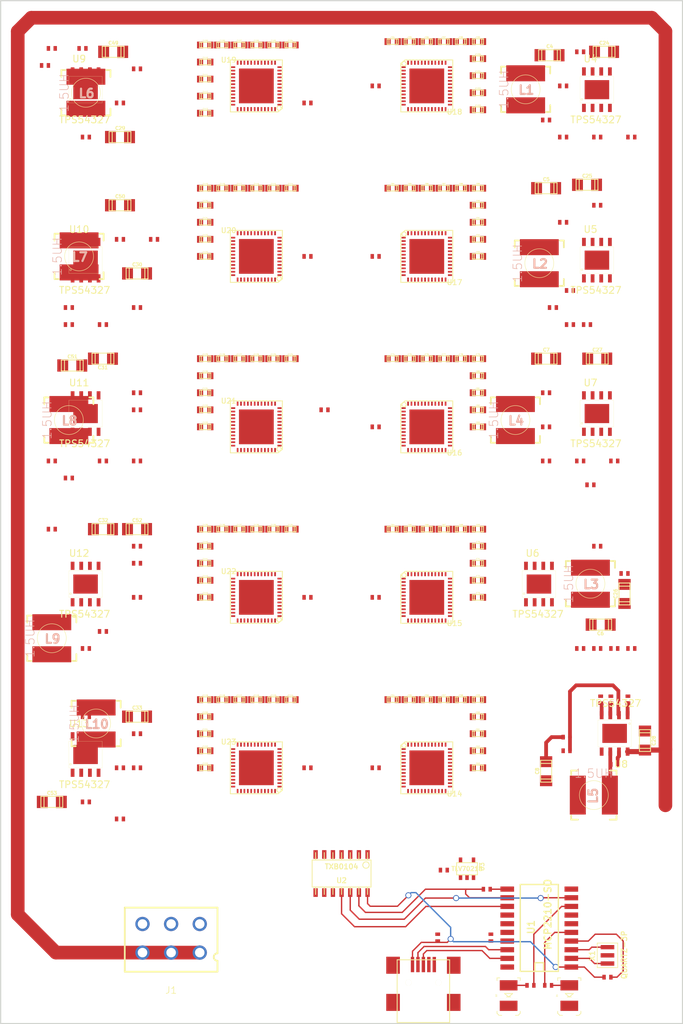
<source format=kicad_pcb>
(kicad_pcb (version 3) (host pcbnew "(2013-mar-25)-stable")
  (layers (15 F.Cu signal) (0 B.Cu signal) (18 B.Paste user) (19 F.Paste user) (20 B.SilkS user) (21 F.SilkS user) (22 B.Mask user) (23 F.Mask user) (28 Edge.Cuts user))
  (net 0 "")
  (net 1 0V86A0)
  (net 2 0V86A1)
  (net 3 0V86A2)
  (net 4 0V86A3)
  (net 5 0V86A4)
  (net 6 0V86A5)
  (net 7 0V86A6)
  (net 8 0V86A7)
  (net 9 0V86A8)
  (net 10 0V86A9)
  (net 11 12V0)
  (net 12 1V8)
  (net 13 GND)
  (net 14 MISO_1V8_0)
  (net 15 MISO_1V8_1)
  (net 16 MISO_1V8_2)
  (net 17 MISO_1V8_3)
  (net 18 MISO_1V8_4)
  (net 19 MISO_1V8_5)
  (net 20 MISO_1V8_6)
  (net 21 MISO_1V8_7)
  (net 22 MISO_1V8_8)
  (net 23 MISO_1V8_9)
  (net 24 MOSI_1V8_0)
  (net 25 MOSI_1V8_1)
  (net 26 MOSI_1V8_2)
  (net 27 MOSI_1V8_3)
  (net 28 MOSI_1V8_4)
  (net 29 MOSI_1V8_5)
  (net 30 MOSI_1V8_6)
  (net 31 MOSI_1V8_7)
  (net 32 MOSI_1V8_8)
  (net 33 MOSI_1V8_9)
  (net 34 N-00000100)
  (net 35 N-00000101)
  (net 36 N-00000102)
  (net 37 N-00000103)
  (net 38 N-00000119)
  (net 39 N-00000120)
  (net 40 N-00000121)
  (net 41 N-00000122)
  (net 42 N-00000123)
  (net 43 N-00000124)
  (net 44 N-0000013)
  (net 45 N-0000014)
  (net 46 N-00000140)
  (net 47 N-00000141)
  (net 48 N-0000015)
  (net 49 N-0000016)
  (net 50 N-0000019)
  (net 51 N-0000020)
  (net 52 N-0000021)
  (net 53 N-0000027)
  (net 54 N-0000028)
  (net 55 N-0000029)
  (net 56 N-0000030)
  (net 57 N-0000031)
  (net 58 N-0000032)
  (net 59 N-0000033)
  (net 60 N-0000034)
  (net 61 N-0000035)
  (net 62 N-0000037)
  (net 63 N-0000038)
  (net 64 N-0000039)
  (net 65 N-0000040)
  (net 66 N-0000041)
  (net 67 N-0000042)
  (net 68 N-0000043)
  (net 69 N-0000044)
  (net 70 N-0000046)
  (net 71 N-0000047)
  (net 72 N-0000048)
  (net 73 N-0000049)
  (net 74 N-000005)
  (net 75 N-0000050)
  (net 76 N-0000051)
  (net 77 N-0000052)
  (net 78 N-0000054)
  (net 79 N-0000055)
  (net 80 N-0000056)
  (net 81 N-0000057)
  (net 82 N-0000058)
  (net 83 N-0000059)
  (net 84 N-000006)
  (net 85 N-0000061)
  (net 86 N-0000062)
  (net 87 N-0000063)
  (net 88 N-0000064)
  (net 89 N-0000065)
  (net 90 N-0000066)
  (net 91 N-0000067)
  (net 92 N-0000069)
  (net 93 N-000007)
  (net 94 N-0000070)
  (net 95 N-0000071)
  (net 96 N-0000072)
  (net 97 N-0000073)
  (net 98 N-0000074)
  (net 99 N-0000075)
  (net 100 N-0000077)
  (net 101 N-0000078)
  (net 102 N-0000079)
  (net 103 N-000008)
  (net 104 N-0000082)
  (net 105 N-0000083)
  (net 106 N-0000084)
  (net 107 N-0000085)
  (net 108 N-0000086)
  (net 109 N-0000087)
  (net 110 N-0000088)
  (net 111 N-0000089)
  (net 112 N-000009)
  (net 113 N-0000090)
  (net 114 N-0000091)
  (net 115 N-0000093)
  (net 116 N-0000094)
  (net 117 N-0000095)
  (net 118 N-0000096)
  (net 119 N-0000097)
  (net 120 N-0000098)
  (net 121 SCK_1V8_0)
  (net 122 SCK_1V8_1)
  (net 123 SCK_1V8_2)
  (net 124 SCK_1V8_3)
  (net 125 SCK_1V8_4)
  (net 126 SCK_1V8_5)
  (net 127 SCK_1V8_6)
  (net 128 SCK_1V8_7)
  (net 129 SCK_1V8_8)
  (net 130 SCK_1V8_9)
  (net 131 V_EN)
  (module SOT23-5 (layer F.Cu) (at 118.4 177.3)
    (fp_text reference U3 (at 2.19964 -0.29972 90) (layer F.SilkS) (effects (font (size 0.635 0.635) (thickness 0.127))))
    (fp_text value TLV70218 (at 0 0) (layer F.SilkS) (effects (font (size 0.635 0.635) (thickness 0.127))))
    (pad 1 smd rect (at -0.9525 1.27) (size 0.508 0.762) (layers F.Cu F.Paste F.Mask) (net 55 N-0000029))
    (pad 3 smd rect (at 0.9525 1.27) (size 0.508 0.762) (layers F.Cu F.Paste F.Mask) (net 131 V_EN))
    (pad 5 smd rect (at -0.9525 -1.27) (size 0.508 0.762) (layers F.Cu F.Paste F.Mask) (net 12 1V8))
    (pad 2 smd rect (at 0 1.27) (size 0.508 0.762) (layers F.Cu F.Paste F.Mask) (net 13 GND))
    (pad 4 smd rect (at 0.9525 -1.27) (size 0.508 0.762) (layers F.Cu F.Paste F.Mask) (net 13 GND))
  )
  (module SOIC20 (layer F.Cu) (at 129 186 90)
    (fp_text reference U1 (at 0.14 -1.2 90) (layer F.SilkS) (effects (font (size 1.016 1.016) (thickness 0.2032))))
    (fp_text value MCP2210-SO (at 2 1.25 90) (layer F.SilkS) (effects (font (size 1.016 1.016) (thickness 0.2032))))
    (pad 1 smd rect (at -5.715 4.7 90) (size 0.762 2) (layers F.Cu F.Paste F.Mask) (net 55 N-0000029))
    (pad 2 smd rect (at -4.445 4.7 90) (size 0.762 2) (layers F.Cu F.Paste F.Mask) (net 50 N-0000019))
    (pad 3 smd rect (at -3.175 4.7 90) (size 0.762 2) (layers F.Cu F.Paste F.Mask) (net 51 N-0000020))
    (pad 4 smd rect (at -1.905 4.7 90) (size 0.762 2) (layers F.Cu F.Paste F.Mask) (net 52 N-0000021))
    (pad 5 smd rect (at -0.635 4.7 90) (size 0.762 2) (layers F.Cu F.Paste F.Mask) (net 48 N-0000015))
    (pad 6 smd rect (at 0.635 4.7 90) (size 0.762 2) (layers F.Cu F.Paste F.Mask))
    (pad 7 smd rect (at 1.905 4.7 90) (size 0.762 2) (layers F.Cu F.Paste F.Mask))
    (pad 8 smd rect (at 3.175 4.7 90) (size 0.762 2) (layers F.Cu F.Paste F.Mask) (net 45 N-0000014))
    (pad 9 smd rect (at 4.445 4.7 90) (size 0.762 2) (layers F.Cu F.Paste F.Mask) (net 93 N-000007))
    (pad 10 smd rect (at 5.715 4.7 90) (size 0.762 2) (layers F.Cu F.Paste F.Mask))
    (pad 20 smd rect (at -5.715 -4.7 90) (size 0.762 2) (layers F.Cu F.Paste F.Mask) (net 13 GND))
    (pad 19 smd rect (at -4.445 -4.7 90) (size 0.762 2) (layers F.Cu F.Paste F.Mask) (net 74 N-000005))
    (pad 18 smd rect (at -3.175 -4.7 90) (size 0.762 2) (layers F.Cu F.Paste F.Mask) (net 54 N-0000028))
    (pad 17 smd rect (at -1.905 -4.7 90) (size 0.762 2) (layers F.Cu F.Paste F.Mask) (net 53 N-0000027))
    (pad 16 smd rect (at -0.635 -4.7 90) (size 0.762 2) (layers F.Cu F.Paste F.Mask))
    (pad 15 smd rect (at 0.635 -4.7 90) (size 0.762 2) (layers F.Cu F.Paste F.Mask))
    (pad 14 smd rect (at 1.905 -4.7 90) (size 0.762 2) (layers F.Cu F.Paste F.Mask) (net 131 V_EN))
    (pad 13 smd rect (at 3.175 -4.7 90) (size 0.762 2) (layers F.Cu F.Paste F.Mask) (net 103 N-000008))
    (pad 12 smd rect (at 4.445 -4.7 90) (size 0.762 2) (layers F.Cu F.Paste F.Mask) (net 84 N-000006))
    (pad 11 smd rect (at 5.715 -4.7 90) (size 0.762 2) (layers F.Cu F.Paste F.Mask) (net 112 N-000009))
  )
  (module so-14 (layer F.Cu) (at 100 178 180)
    (fp_text reference U2 (at 0 -1.016 180) (layer F.SilkS) (effects (font (size 0.7493 0.7493) (thickness 0.14986))))
    (fp_text value TXB0104 (at 0 1.016 180) (layer F.SilkS) (effects (font (size 0.7493 0.7493) (thickness 0.14986))))
    (pad 1 smd rect (at -3.81 2.794 180) (size 0.635 1.27) (layers F.Cu F.Paste F.Mask) (net 12 1V8))
    (pad 2 smd rect (at -2.54 2.794 180) (size 0.635 1.27) (layers F.Cu F.Paste F.Mask) (net 121 SCK_1V8_0))
    (pad 3 smd rect (at -1.27 2.794 180) (size 0.635 1.27) (layers F.Cu F.Paste F.Mask) (net 24 MOSI_1V8_0))
    (pad 4 smd rect (at 0 2.794 180) (size 0.635 1.27) (layers F.Cu F.Paste F.Mask) (net 14 MISO_1V8_0))
    (pad 5 smd rect (at 1.27 2.794 180) (size 0.635 1.27) (layers F.Cu F.Paste F.Mask) (net 13 GND))
    (pad 6 smd rect (at 2.54 2.794 180) (size 0.635 1.27) (layers F.Cu F.Paste F.Mask) (net 13 GND))
    (pad 7 smd rect (at 3.81 2.794 180) (size 0.635 1.27) (layers F.Cu F.Paste F.Mask) (net 13 GND))
    (pad 8 smd rect (at 3.81 -2.794 180) (size 0.635 1.27) (layers F.Cu F.Paste F.Mask) (net 12 1V8))
    (pad 9 smd rect (at 2.54 -2.794 180) (size 0.635 1.27) (layers F.Cu F.Paste F.Mask) (net 13 GND))
    (pad 10 smd rect (at 1.27 -2.794 180) (size 0.635 1.27) (layers F.Cu F.Paste F.Mask) (net 13 GND))
    (pad 11 smd rect (at 0 -2.794 180) (size 0.635 1.27) (layers F.Cu F.Paste F.Mask) (net 103 N-000008))
    (pad 12 smd rect (at -1.27 -2.794 180) (size 0.635 1.27) (layers F.Cu F.Paste F.Mask) (net 93 N-000007))
    (pad 13 smd rect (at -2.54 -2.794 180) (size 0.635 1.27) (layers F.Cu F.Paste F.Mask) (net 84 N-000006))
    (pad 14 smd rect (at -3.81 -2.794 180) (size 0.635 1.27) (layers F.Cu F.Paste F.Mask) (net 55 N-0000029))
  )
  (module QFN48+1 (layer F.Cu) (at 87.5 87.5 180)
    (fp_text reference U20 (at 4.064 3.81 180) (layer F.SilkS) (effects (font (size 0.762 0.762) (thickness 0.127))))
    (fp_text value BITFURY hide)
    (pad 1 smd rect (at -3.39852 -2.74828 180) (size 0.59944 0.24892) (layers F.Cu F.Paste F.Mask) (net 13 GND))
    (pad 2 smd rect (at -3.39852 -2.2479 180) (size 0.59944 0.24892) (layers F.Cu F.Paste F.Mask) (net 13 GND))
    (pad 3 smd rect (at -3.39852 -1.74752 180) (size 0.59944 0.24892) (layers F.Cu F.Paste F.Mask) (net 13 GND))
    (pad 4 smd rect (at -3.39852 -1.24714 180) (size 0.59944 0.24892) (layers F.Cu F.Paste F.Mask) (net 7 0V86A6))
    (pad 5 smd rect (at -3.39852 -0.7493 180) (size 0.59944 0.24892) (layers F.Cu F.Paste F.Mask) (net 46 N-00000140))
    (pad 6 smd rect (at -3.39852 -0.24892 180) (size 0.59944 0.24892) (layers F.Cu F.Paste F.Mask) (net 128 SCK_1V8_7))
    (pad 7 smd rect (at -3.39852 0.25146 180) (size 0.59944 0.24892) (layers F.Cu F.Paste F.Mask) (net 31 MOSI_1V8_7))
    (pad 8 smd rect (at -3.39852 0.75184 180) (size 0.59944 0.24892) (layers F.Cu F.Paste F.Mask) (net 21 MISO_1V8_7))
    (pad 9 smd rect (at -3.39852 1.25222 180) (size 0.59944 0.24892) (layers F.Cu F.Paste F.Mask) (net 20 MISO_1V8_6))
    (pad 10 smd rect (at -3.39852 1.7526 180) (size 0.59944 0.24892) (layers F.Cu F.Paste F.Mask) (net 30 MOSI_1V8_6))
    (pad 11 smd rect (at -3.39852 2.25298 180) (size 0.59944 0.24892) (layers F.Cu F.Paste F.Mask) (net 127 SCK_1V8_6))
    (pad 12 smd rect (at -3.39852 2.75082 180) (size 0.59944 0.24892) (layers F.Cu F.Paste F.Mask) (net 47 N-00000141))
    (pad 33 smd rect (at 3.39852 -1.25222 180) (size 0.59944 0.24892) (layers F.Cu F.Paste F.Mask) (net 7 0V86A6))
    (pad 34 smd rect (at 3.39852 -1.75006 180) (size 0.59944 0.24892) (layers F.Cu F.Paste F.Mask) (net 7 0V86A6))
    (pad 35 smd rect (at 3.39852 -2.25044 180) (size 0.59944 0.24892) (layers F.Cu F.Paste F.Mask) (net 7 0V86A6))
    (pad 36 smd rect (at 3.39852 -2.75082 180) (size 0.59944 0.24892) (layers F.Cu F.Paste F.Mask) (net 7 0V86A6))
    (pad 17 smd rect (at -0.7493 3.40106 180) (size 0.24892 0.59944) (layers F.Cu F.Paste F.Mask) (net 7 0V86A6))
    (pad 18 smd rect (at -0.25146 3.40106 180) (size 0.24892 0.59944) (layers F.Cu F.Paste F.Mask) (net 7 0V86A6))
    (pad 19 smd rect (at 0.24892 3.40106 180) (size 0.24892 0.59944) (layers F.Cu F.Paste F.Mask) (net 7 0V86A6))
    (pad 20 smd rect (at 0.7493 3.40106 180) (size 0.24892 0.59944) (layers F.Cu F.Paste F.Mask) (net 7 0V86A6))
    (pad 21 smd rect (at 1.24968 3.40106 180) (size 0.24892 0.59944) (layers F.Cu F.Paste F.Mask) (net 7 0V86A6))
    (pad 22 smd rect (at 1.75006 3.40106 180) (size 0.24892 0.59944) (layers F.Cu F.Paste F.Mask) (net 7 0V86A6))
    (pad 23 smd rect (at 2.25044 3.40106 180) (size 0.24892 0.59944) (layers F.Cu F.Paste F.Mask) (net 7 0V86A6))
    (pad 24 smd rect (at 2.75082 3.40106 180) (size 0.24892 0.59944) (layers F.Cu F.Paste F.Mask) (net 7 0V86A6))
    (pad 49 smd rect (at 0 0 180) (size 5.10032 5.10032) (layers F.Cu F.Paste F.Mask) (net 47 N-00000141))
    (pad 13 smd rect (at -2.74828 3.40106 180) (size 0.24892 0.59944) (layers F.Cu F.Paste F.Mask) (net 12 1V8))
    (pad 14 smd rect (at -2.2479 3.40106 180) (size 0.24892 0.59944) (layers F.Cu F.Paste F.Mask) (net 7 0V86A6))
    (pad 15 smd rect (at -1.74752 3.40106 180) (size 0.24892 0.59944) (layers F.Cu F.Paste F.Mask) (net 7 0V86A6))
    (pad 16 smd rect (at -1.24968 3.40106 180) (size 0.24892 0.59944) (layers F.Cu F.Paste F.Mask) (net 7 0V86A6))
    (pad 25 smd rect (at 3.39852 2.74828 180) (size 0.59944 0.24892) (layers F.Cu F.Paste F.Mask) (net 7 0V86A6))
    (pad 26 smd rect (at 3.40106 2.2479 180) (size 0.59944 0.24892) (layers F.Cu F.Paste F.Mask) (net 7 0V86A6))
    (pad 27 smd rect (at 3.40106 1.75006 180) (size 0.59944 0.24892) (layers F.Cu F.Paste F.Mask) (net 7 0V86A6))
    (pad 28 smd rect (at 3.40106 1.24968 180) (size 0.59944 0.24892) (layers F.Cu F.Paste F.Mask) (net 7 0V86A6))
    (pad 29 smd rect (at 3.40106 0.7493 180) (size 0.59944 0.24892) (layers F.Cu F.Paste F.Mask) (net 7 0V86A6))
    (pad 30 smd rect (at 3.40106 0.24892 180) (size 0.59944 0.24892) (layers F.Cu F.Paste F.Mask) (net 7 0V86A6))
    (pad 31 smd rect (at 3.40106 -0.25146 180) (size 0.59944 0.24892) (layers F.Cu F.Paste F.Mask) (net 7 0V86A6))
    (pad 32 smd rect (at 3.40106 -0.75184 180) (size 0.59944 0.24892) (layers F.Cu F.Paste F.Mask) (net 7 0V86A6))
    (pad 37 smd rect (at 2.75082 -3.39852 180) (size 0.24892 0.59944) (layers F.Cu F.Paste F.Mask) (net 7 0V86A6))
    (pad 38 smd rect (at 2.25044 -3.39852 180) (size 0.24892 0.59944) (layers F.Cu F.Paste F.Mask) (net 7 0V86A6))
    (pad 39 smd rect (at 1.75006 -3.39852 180) (size 0.24892 0.59944) (layers F.Cu F.Paste F.Mask) (net 7 0V86A6))
    (pad 40 smd rect (at 1.25222 -3.39852 180) (size 0.24892 0.59944) (layers F.Cu F.Paste F.Mask) (net 7 0V86A6))
    (pad 41 smd rect (at 0.75184 -3.39852 180) (size 0.24892 0.59944) (layers F.Cu F.Paste F.Mask) (net 7 0V86A6))
    (pad 42 smd rect (at 0.25146 -3.39852 180) (size 0.24892 0.59944) (layers F.Cu F.Paste F.Mask) (net 7 0V86A6))
    (pad 43 smd rect (at -0.24892 -3.39852 180) (size 0.24892 0.59944) (layers F.Cu F.Paste F.Mask) (net 7 0V86A6))
    (pad 44 smd rect (at -0.7493 -3.39852 180) (size 0.24892 0.59944) (layers F.Cu F.Paste F.Mask) (net 7 0V86A6))
    (pad 45 smd rect (at -1.24968 -3.39852 180) (size 0.24892 0.59944) (layers F.Cu F.Paste F.Mask) (net 7 0V86A6))
    (pad 46 smd rect (at -1.75006 -3.39852 180) (size 0.24892 0.59944) (layers F.Cu F.Paste F.Mask) (net 7 0V86A6))
    (pad 47 smd rect (at -2.2479 -3.39852 180) (size 0.24892 0.59944) (layers F.Cu F.Paste F.Mask) (net 7 0V86A6))
    (pad 48 smd rect (at -2.74828 -3.39852 180) (size 0.24892 0.59944) (layers F.Cu F.Paste F.Mask) (net 7 0V86A6))
  )
  (module QFN48+1 (layer F.Cu) (at 87.5 162.5 180)
    (fp_text reference U23 (at 4.064 3.81 180) (layer F.SilkS) (effects (font (size 0.762 0.762) (thickness 0.127))))
    (fp_text value BITFURY hide)
    (pad 1 smd rect (at -3.39852 -2.74828 180) (size 0.59944 0.24892) (layers F.Cu F.Paste F.Mask) (net 13 GND))
    (pad 2 smd rect (at -3.39852 -2.2479 180) (size 0.59944 0.24892) (layers F.Cu F.Paste F.Mask) (net 13 GND))
    (pad 3 smd rect (at -3.39852 -1.74752 180) (size 0.59944 0.24892) (layers F.Cu F.Paste F.Mask) (net 13 GND))
    (pad 4 smd rect (at -3.39852 -1.24714 180) (size 0.59944 0.24892) (layers F.Cu F.Paste F.Mask) (net 10 0V86A9))
    (pad 5 smd rect (at -3.39852 -0.7493 180) (size 0.59944 0.24892) (layers F.Cu F.Paste F.Mask) (net 43 N-00000124))
    (pad 6 smd rect (at -3.39852 -0.24892 180) (size 0.59944 0.24892) (layers F.Cu F.Paste F.Mask))
    (pad 7 smd rect (at -3.39852 0.25146 180) (size 0.59944 0.24892) (layers F.Cu F.Paste F.Mask))
    (pad 8 smd rect (at -3.39852 0.75184 180) (size 0.59944 0.24892) (layers F.Cu F.Paste F.Mask))
    (pad 9 smd rect (at -3.39852 1.25222 180) (size 0.59944 0.24892) (layers F.Cu F.Paste F.Mask) (net 23 MISO_1V8_9))
    (pad 10 smd rect (at -3.39852 1.7526 180) (size 0.59944 0.24892) (layers F.Cu F.Paste F.Mask) (net 33 MOSI_1V8_9))
    (pad 11 smd rect (at -3.39852 2.25298 180) (size 0.59944 0.24892) (layers F.Cu F.Paste F.Mask) (net 130 SCK_1V8_9))
    (pad 12 smd rect (at -3.39852 2.75082 180) (size 0.59944 0.24892) (layers F.Cu F.Paste F.Mask) (net 47 N-00000141))
    (pad 33 smd rect (at 3.39852 -1.25222 180) (size 0.59944 0.24892) (layers F.Cu F.Paste F.Mask) (net 10 0V86A9))
    (pad 34 smd rect (at 3.39852 -1.75006 180) (size 0.59944 0.24892) (layers F.Cu F.Paste F.Mask) (net 10 0V86A9))
    (pad 35 smd rect (at 3.39852 -2.25044 180) (size 0.59944 0.24892) (layers F.Cu F.Paste F.Mask) (net 10 0V86A9))
    (pad 36 smd rect (at 3.39852 -2.75082 180) (size 0.59944 0.24892) (layers F.Cu F.Paste F.Mask) (net 10 0V86A9))
    (pad 17 smd rect (at -0.7493 3.40106 180) (size 0.24892 0.59944) (layers F.Cu F.Paste F.Mask) (net 10 0V86A9))
    (pad 18 smd rect (at -0.25146 3.40106 180) (size 0.24892 0.59944) (layers F.Cu F.Paste F.Mask) (net 10 0V86A9))
    (pad 19 smd rect (at 0.24892 3.40106 180) (size 0.24892 0.59944) (layers F.Cu F.Paste F.Mask) (net 10 0V86A9))
    (pad 20 smd rect (at 0.7493 3.40106 180) (size 0.24892 0.59944) (layers F.Cu F.Paste F.Mask) (net 10 0V86A9))
    (pad 21 smd rect (at 1.24968 3.40106 180) (size 0.24892 0.59944) (layers F.Cu F.Paste F.Mask) (net 10 0V86A9))
    (pad 22 smd rect (at 1.75006 3.40106 180) (size 0.24892 0.59944) (layers F.Cu F.Paste F.Mask) (net 10 0V86A9))
    (pad 23 smd rect (at 2.25044 3.40106 180) (size 0.24892 0.59944) (layers F.Cu F.Paste F.Mask) (net 10 0V86A9))
    (pad 24 smd rect (at 2.75082 3.40106 180) (size 0.24892 0.59944) (layers F.Cu F.Paste F.Mask) (net 10 0V86A9))
    (pad 49 smd rect (at 0 0 180) (size 5.10032 5.10032) (layers F.Cu F.Paste F.Mask) (net 47 N-00000141))
    (pad 13 smd rect (at -2.74828 3.40106 180) (size 0.24892 0.59944) (layers F.Cu F.Paste F.Mask) (net 12 1V8))
    (pad 14 smd rect (at -2.2479 3.40106 180) (size 0.24892 0.59944) (layers F.Cu F.Paste F.Mask) (net 10 0V86A9))
    (pad 15 smd rect (at -1.74752 3.40106 180) (size 0.24892 0.59944) (layers F.Cu F.Paste F.Mask) (net 10 0V86A9))
    (pad 16 smd rect (at -1.24968 3.40106 180) (size 0.24892 0.59944) (layers F.Cu F.Paste F.Mask) (net 10 0V86A9))
    (pad 25 smd rect (at 3.39852 2.74828 180) (size 0.59944 0.24892) (layers F.Cu F.Paste F.Mask) (net 10 0V86A9))
    (pad 26 smd rect (at 3.40106 2.2479 180) (size 0.59944 0.24892) (layers F.Cu F.Paste F.Mask) (net 10 0V86A9))
    (pad 27 smd rect (at 3.40106 1.75006 180) (size 0.59944 0.24892) (layers F.Cu F.Paste F.Mask) (net 10 0V86A9))
    (pad 28 smd rect (at 3.40106 1.24968 180) (size 0.59944 0.24892) (layers F.Cu F.Paste F.Mask) (net 10 0V86A9))
    (pad 29 smd rect (at 3.40106 0.7493 180) (size 0.59944 0.24892) (layers F.Cu F.Paste F.Mask) (net 10 0V86A9))
    (pad 30 smd rect (at 3.40106 0.24892 180) (size 0.59944 0.24892) (layers F.Cu F.Paste F.Mask) (net 10 0V86A9))
    (pad 31 smd rect (at 3.40106 -0.25146 180) (size 0.59944 0.24892) (layers F.Cu F.Paste F.Mask) (net 10 0V86A9))
    (pad 32 smd rect (at 3.40106 -0.75184 180) (size 0.59944 0.24892) (layers F.Cu F.Paste F.Mask) (net 10 0V86A9))
    (pad 37 smd rect (at 2.75082 -3.39852 180) (size 0.24892 0.59944) (layers F.Cu F.Paste F.Mask) (net 10 0V86A9))
    (pad 38 smd rect (at 2.25044 -3.39852 180) (size 0.24892 0.59944) (layers F.Cu F.Paste F.Mask) (net 10 0V86A9))
    (pad 39 smd rect (at 1.75006 -3.39852 180) (size 0.24892 0.59944) (layers F.Cu F.Paste F.Mask) (net 10 0V86A9))
    (pad 40 smd rect (at 1.25222 -3.39852 180) (size 0.24892 0.59944) (layers F.Cu F.Paste F.Mask) (net 10 0V86A9))
    (pad 41 smd rect (at 0.75184 -3.39852 180) (size 0.24892 0.59944) (layers F.Cu F.Paste F.Mask) (net 10 0V86A9))
    (pad 42 smd rect (at 0.25146 -3.39852 180) (size 0.24892 0.59944) (layers F.Cu F.Paste F.Mask) (net 10 0V86A9))
    (pad 43 smd rect (at -0.24892 -3.39852 180) (size 0.24892 0.59944) (layers F.Cu F.Paste F.Mask) (net 10 0V86A9))
    (pad 44 smd rect (at -0.7493 -3.39852 180) (size 0.24892 0.59944) (layers F.Cu F.Paste F.Mask) (net 10 0V86A9))
    (pad 45 smd rect (at -1.24968 -3.39852 180) (size 0.24892 0.59944) (layers F.Cu F.Paste F.Mask) (net 10 0V86A9))
    (pad 46 smd rect (at -1.75006 -3.39852 180) (size 0.24892 0.59944) (layers F.Cu F.Paste F.Mask) (net 10 0V86A9))
    (pad 47 smd rect (at -2.2479 -3.39852 180) (size 0.24892 0.59944) (layers F.Cu F.Paste F.Mask) (net 10 0V86A9))
    (pad 48 smd rect (at -2.74828 -3.39852 180) (size 0.24892 0.59944) (layers F.Cu F.Paste F.Mask) (net 10 0V86A9))
  )
  (module QFN48+1 (layer F.Cu) (at 87.5 137.5 180)
    (fp_text reference U22 (at 4.064 3.81 180) (layer F.SilkS) (effects (font (size 0.762 0.762) (thickness 0.127))))
    (fp_text value BITFURY hide)
    (pad 1 smd rect (at -3.39852 -2.74828 180) (size 0.59944 0.24892) (layers F.Cu F.Paste F.Mask) (net 12 1V8))
    (pad 2 smd rect (at -3.39852 -2.2479 180) (size 0.59944 0.24892) (layers F.Cu F.Paste F.Mask) (net 12 1V8))
    (pad 3 smd rect (at -3.39852 -1.74752 180) (size 0.59944 0.24892) (layers F.Cu F.Paste F.Mask) (net 12 1V8))
    (pad 4 smd rect (at -3.39852 -1.24714 180) (size 0.59944 0.24892) (layers F.Cu F.Paste F.Mask) (net 9 0V86A8))
    (pad 5 smd rect (at -3.39852 -0.7493 180) (size 0.59944 0.24892) (layers F.Cu F.Paste F.Mask) (net 40 N-00000121))
    (pad 6 smd rect (at -3.39852 -0.24892 180) (size 0.59944 0.24892) (layers F.Cu F.Paste F.Mask) (net 130 SCK_1V8_9))
    (pad 7 smd rect (at -3.39852 0.25146 180) (size 0.59944 0.24892) (layers F.Cu F.Paste F.Mask) (net 33 MOSI_1V8_9))
    (pad 8 smd rect (at -3.39852 0.75184 180) (size 0.59944 0.24892) (layers F.Cu F.Paste F.Mask) (net 23 MISO_1V8_9))
    (pad 9 smd rect (at -3.39852 1.25222 180) (size 0.59944 0.24892) (layers F.Cu F.Paste F.Mask) (net 22 MISO_1V8_8))
    (pad 10 smd rect (at -3.39852 1.7526 180) (size 0.59944 0.24892) (layers F.Cu F.Paste F.Mask) (net 32 MOSI_1V8_8))
    (pad 11 smd rect (at -3.39852 2.25298 180) (size 0.59944 0.24892) (layers F.Cu F.Paste F.Mask) (net 129 SCK_1V8_8))
    (pad 12 smd rect (at -3.39852 2.75082 180) (size 0.59944 0.24892) (layers F.Cu F.Paste F.Mask) (net 47 N-00000141))
    (pad 33 smd rect (at 3.39852 -1.25222 180) (size 0.59944 0.24892) (layers F.Cu F.Paste F.Mask) (net 9 0V86A8))
    (pad 34 smd rect (at 3.39852 -1.75006 180) (size 0.59944 0.24892) (layers F.Cu F.Paste F.Mask) (net 9 0V86A8))
    (pad 35 smd rect (at 3.39852 -2.25044 180) (size 0.59944 0.24892) (layers F.Cu F.Paste F.Mask) (net 9 0V86A8))
    (pad 36 smd rect (at 3.39852 -2.75082 180) (size 0.59944 0.24892) (layers F.Cu F.Paste F.Mask) (net 9 0V86A8))
    (pad 17 smd rect (at -0.7493 3.40106 180) (size 0.24892 0.59944) (layers F.Cu F.Paste F.Mask) (net 9 0V86A8))
    (pad 18 smd rect (at -0.25146 3.40106 180) (size 0.24892 0.59944) (layers F.Cu F.Paste F.Mask) (net 9 0V86A8))
    (pad 19 smd rect (at 0.24892 3.40106 180) (size 0.24892 0.59944) (layers F.Cu F.Paste F.Mask) (net 9 0V86A8))
    (pad 20 smd rect (at 0.7493 3.40106 180) (size 0.24892 0.59944) (layers F.Cu F.Paste F.Mask) (net 9 0V86A8))
    (pad 21 smd rect (at 1.24968 3.40106 180) (size 0.24892 0.59944) (layers F.Cu F.Paste F.Mask) (net 9 0V86A8))
    (pad 22 smd rect (at 1.75006 3.40106 180) (size 0.24892 0.59944) (layers F.Cu F.Paste F.Mask) (net 9 0V86A8))
    (pad 23 smd rect (at 2.25044 3.40106 180) (size 0.24892 0.59944) (layers F.Cu F.Paste F.Mask) (net 9 0V86A8))
    (pad 24 smd rect (at 2.75082 3.40106 180) (size 0.24892 0.59944) (layers F.Cu F.Paste F.Mask) (net 9 0V86A8))
    (pad 49 smd rect (at 0 0 180) (size 5.10032 5.10032) (layers F.Cu F.Paste F.Mask) (net 47 N-00000141))
    (pad 13 smd rect (at -2.74828 3.40106 180) (size 0.24892 0.59944) (layers F.Cu F.Paste F.Mask) (net 12 1V8))
    (pad 14 smd rect (at -2.2479 3.40106 180) (size 0.24892 0.59944) (layers F.Cu F.Paste F.Mask) (net 9 0V86A8))
    (pad 15 smd rect (at -1.74752 3.40106 180) (size 0.24892 0.59944) (layers F.Cu F.Paste F.Mask) (net 9 0V86A8))
    (pad 16 smd rect (at -1.24968 3.40106 180) (size 0.24892 0.59944) (layers F.Cu F.Paste F.Mask) (net 9 0V86A8))
    (pad 25 smd rect (at 3.39852 2.74828 180) (size 0.59944 0.24892) (layers F.Cu F.Paste F.Mask) (net 9 0V86A8))
    (pad 26 smd rect (at 3.40106 2.2479 180) (size 0.59944 0.24892) (layers F.Cu F.Paste F.Mask) (net 9 0V86A8))
    (pad 27 smd rect (at 3.40106 1.75006 180) (size 0.59944 0.24892) (layers F.Cu F.Paste F.Mask) (net 9 0V86A8))
    (pad 28 smd rect (at 3.40106 1.24968 180) (size 0.59944 0.24892) (layers F.Cu F.Paste F.Mask) (net 9 0V86A8))
    (pad 29 smd rect (at 3.40106 0.7493 180) (size 0.59944 0.24892) (layers F.Cu F.Paste F.Mask) (net 9 0V86A8))
    (pad 30 smd rect (at 3.40106 0.24892 180) (size 0.59944 0.24892) (layers F.Cu F.Paste F.Mask) (net 9 0V86A8))
    (pad 31 smd rect (at 3.40106 -0.25146 180) (size 0.59944 0.24892) (layers F.Cu F.Paste F.Mask) (net 9 0V86A8))
    (pad 32 smd rect (at 3.40106 -0.75184 180) (size 0.59944 0.24892) (layers F.Cu F.Paste F.Mask) (net 9 0V86A8))
    (pad 37 smd rect (at 2.75082 -3.39852 180) (size 0.24892 0.59944) (layers F.Cu F.Paste F.Mask) (net 9 0V86A8))
    (pad 38 smd rect (at 2.25044 -3.39852 180) (size 0.24892 0.59944) (layers F.Cu F.Paste F.Mask) (net 9 0V86A8))
    (pad 39 smd rect (at 1.75006 -3.39852 180) (size 0.24892 0.59944) (layers F.Cu F.Paste F.Mask) (net 9 0V86A8))
    (pad 40 smd rect (at 1.25222 -3.39852 180) (size 0.24892 0.59944) (layers F.Cu F.Paste F.Mask) (net 9 0V86A8))
    (pad 41 smd rect (at 0.75184 -3.39852 180) (size 0.24892 0.59944) (layers F.Cu F.Paste F.Mask) (net 9 0V86A8))
    (pad 42 smd rect (at 0.25146 -3.39852 180) (size 0.24892 0.59944) (layers F.Cu F.Paste F.Mask) (net 9 0V86A8))
    (pad 43 smd rect (at -0.24892 -3.39852 180) (size 0.24892 0.59944) (layers F.Cu F.Paste F.Mask) (net 9 0V86A8))
    (pad 44 smd rect (at -0.7493 -3.39852 180) (size 0.24892 0.59944) (layers F.Cu F.Paste F.Mask) (net 9 0V86A8))
    (pad 45 smd rect (at -1.24968 -3.39852 180) (size 0.24892 0.59944) (layers F.Cu F.Paste F.Mask) (net 9 0V86A8))
    (pad 46 smd rect (at -1.75006 -3.39852 180) (size 0.24892 0.59944) (layers F.Cu F.Paste F.Mask) (net 9 0V86A8))
    (pad 47 smd rect (at -2.2479 -3.39852 180) (size 0.24892 0.59944) (layers F.Cu F.Paste F.Mask) (net 9 0V86A8))
    (pad 48 smd rect (at -2.74828 -3.39852 180) (size 0.24892 0.59944) (layers F.Cu F.Paste F.Mask) (net 9 0V86A8))
  )
  (module QFN48+1 (layer F.Cu) (at 87.5 112.5 180)
    (fp_text reference U21 (at 4.064 3.81 180) (layer F.SilkS) (effects (font (size 0.762 0.762) (thickness 0.127))))
    (fp_text value BITFURY hide)
    (pad 1 smd rect (at -3.39852 -2.74828 180) (size 0.59944 0.24892) (layers F.Cu F.Paste F.Mask) (net 13 GND))
    (pad 2 smd rect (at -3.39852 -2.2479 180) (size 0.59944 0.24892) (layers F.Cu F.Paste F.Mask) (net 13 GND))
    (pad 3 smd rect (at -3.39852 -1.74752 180) (size 0.59944 0.24892) (layers F.Cu F.Paste F.Mask) (net 13 GND))
    (pad 4 smd rect (at -3.39852 -1.24714 180) (size 0.59944 0.24892) (layers F.Cu F.Paste F.Mask) (net 8 0V86A7))
    (pad 5 smd rect (at -3.39852 -0.7493 180) (size 0.59944 0.24892) (layers F.Cu F.Paste F.Mask) (net 42 N-00000123))
    (pad 6 smd rect (at -3.39852 -0.24892 180) (size 0.59944 0.24892) (layers F.Cu F.Paste F.Mask) (net 129 SCK_1V8_8))
    (pad 7 smd rect (at -3.39852 0.25146 180) (size 0.59944 0.24892) (layers F.Cu F.Paste F.Mask) (net 32 MOSI_1V8_8))
    (pad 8 smd rect (at -3.39852 0.75184 180) (size 0.59944 0.24892) (layers F.Cu F.Paste F.Mask) (net 22 MISO_1V8_8))
    (pad 9 smd rect (at -3.39852 1.25222 180) (size 0.59944 0.24892) (layers F.Cu F.Paste F.Mask) (net 21 MISO_1V8_7))
    (pad 10 smd rect (at -3.39852 1.7526 180) (size 0.59944 0.24892) (layers F.Cu F.Paste F.Mask) (net 31 MOSI_1V8_7))
    (pad 11 smd rect (at -3.39852 2.25298 180) (size 0.59944 0.24892) (layers F.Cu F.Paste F.Mask) (net 128 SCK_1V8_7))
    (pad 12 smd rect (at -3.39852 2.75082 180) (size 0.59944 0.24892) (layers F.Cu F.Paste F.Mask) (net 47 N-00000141))
    (pad 33 smd rect (at 3.39852 -1.25222 180) (size 0.59944 0.24892) (layers F.Cu F.Paste F.Mask) (net 8 0V86A7))
    (pad 34 smd rect (at 3.39852 -1.75006 180) (size 0.59944 0.24892) (layers F.Cu F.Paste F.Mask) (net 8 0V86A7))
    (pad 35 smd rect (at 3.39852 -2.25044 180) (size 0.59944 0.24892) (layers F.Cu F.Paste F.Mask) (net 8 0V86A7))
    (pad 36 smd rect (at 3.39852 -2.75082 180) (size 0.59944 0.24892) (layers F.Cu F.Paste F.Mask) (net 8 0V86A7))
    (pad 17 smd rect (at -0.7493 3.40106 180) (size 0.24892 0.59944) (layers F.Cu F.Paste F.Mask) (net 8 0V86A7))
    (pad 18 smd rect (at -0.25146 3.40106 180) (size 0.24892 0.59944) (layers F.Cu F.Paste F.Mask) (net 8 0V86A7))
    (pad 19 smd rect (at 0.24892 3.40106 180) (size 0.24892 0.59944) (layers F.Cu F.Paste F.Mask) (net 8 0V86A7))
    (pad 20 smd rect (at 0.7493 3.40106 180) (size 0.24892 0.59944) (layers F.Cu F.Paste F.Mask) (net 8 0V86A7))
    (pad 21 smd rect (at 1.24968 3.40106 180) (size 0.24892 0.59944) (layers F.Cu F.Paste F.Mask) (net 8 0V86A7))
    (pad 22 smd rect (at 1.75006 3.40106 180) (size 0.24892 0.59944) (layers F.Cu F.Paste F.Mask) (net 8 0V86A7))
    (pad 23 smd rect (at 2.25044 3.40106 180) (size 0.24892 0.59944) (layers F.Cu F.Paste F.Mask) (net 8 0V86A7))
    (pad 24 smd rect (at 2.75082 3.40106 180) (size 0.24892 0.59944) (layers F.Cu F.Paste F.Mask) (net 8 0V86A7))
    (pad 49 smd rect (at 0 0 180) (size 5.10032 5.10032) (layers F.Cu F.Paste F.Mask) (net 47 N-00000141))
    (pad 13 smd rect (at -2.74828 3.40106 180) (size 0.24892 0.59944) (layers F.Cu F.Paste F.Mask) (net 12 1V8))
    (pad 14 smd rect (at -2.2479 3.40106 180) (size 0.24892 0.59944) (layers F.Cu F.Paste F.Mask) (net 8 0V86A7))
    (pad 15 smd rect (at -1.74752 3.40106 180) (size 0.24892 0.59944) (layers F.Cu F.Paste F.Mask) (net 8 0V86A7))
    (pad 16 smd rect (at -1.24968 3.40106 180) (size 0.24892 0.59944) (layers F.Cu F.Paste F.Mask) (net 8 0V86A7))
    (pad 25 smd rect (at 3.39852 2.74828 180) (size 0.59944 0.24892) (layers F.Cu F.Paste F.Mask) (net 8 0V86A7))
    (pad 26 smd rect (at 3.40106 2.2479 180) (size 0.59944 0.24892) (layers F.Cu F.Paste F.Mask) (net 8 0V86A7))
    (pad 27 smd rect (at 3.40106 1.75006 180) (size 0.59944 0.24892) (layers F.Cu F.Paste F.Mask) (net 8 0V86A7))
    (pad 28 smd rect (at 3.40106 1.24968 180) (size 0.59944 0.24892) (layers F.Cu F.Paste F.Mask) (net 8 0V86A7))
    (pad 29 smd rect (at 3.40106 0.7493 180) (size 0.59944 0.24892) (layers F.Cu F.Paste F.Mask) (net 8 0V86A7))
    (pad 30 smd rect (at 3.40106 0.24892 180) (size 0.59944 0.24892) (layers F.Cu F.Paste F.Mask) (net 8 0V86A7))
    (pad 31 smd rect (at 3.40106 -0.25146 180) (size 0.59944 0.24892) (layers F.Cu F.Paste F.Mask) (net 8 0V86A7))
    (pad 32 smd rect (at 3.40106 -0.75184 180) (size 0.59944 0.24892) (layers F.Cu F.Paste F.Mask) (net 8 0V86A7))
    (pad 37 smd rect (at 2.75082 -3.39852 180) (size 0.24892 0.59944) (layers F.Cu F.Paste F.Mask) (net 8 0V86A7))
    (pad 38 smd rect (at 2.25044 -3.39852 180) (size 0.24892 0.59944) (layers F.Cu F.Paste F.Mask) (net 8 0V86A7))
    (pad 39 smd rect (at 1.75006 -3.39852 180) (size 0.24892 0.59944) (layers F.Cu F.Paste F.Mask) (net 8 0V86A7))
    (pad 40 smd rect (at 1.25222 -3.39852 180) (size 0.24892 0.59944) (layers F.Cu F.Paste F.Mask) (net 8 0V86A7))
    (pad 41 smd rect (at 0.75184 -3.39852 180) (size 0.24892 0.59944) (layers F.Cu F.Paste F.Mask) (net 8 0V86A7))
    (pad 42 smd rect (at 0.25146 -3.39852 180) (size 0.24892 0.59944) (layers F.Cu F.Paste F.Mask) (net 8 0V86A7))
    (pad 43 smd rect (at -0.24892 -3.39852 180) (size 0.24892 0.59944) (layers F.Cu F.Paste F.Mask) (net 8 0V86A7))
    (pad 44 smd rect (at -0.7493 -3.39852 180) (size 0.24892 0.59944) (layers F.Cu F.Paste F.Mask) (net 8 0V86A7))
    (pad 45 smd rect (at -1.24968 -3.39852 180) (size 0.24892 0.59944) (layers F.Cu F.Paste F.Mask) (net 8 0V86A7))
    (pad 46 smd rect (at -1.75006 -3.39852 180) (size 0.24892 0.59944) (layers F.Cu F.Paste F.Mask) (net 8 0V86A7))
    (pad 47 smd rect (at -2.2479 -3.39852 180) (size 0.24892 0.59944) (layers F.Cu F.Paste F.Mask) (net 8 0V86A7))
    (pad 48 smd rect (at -2.74828 -3.39852 180) (size 0.24892 0.59944) (layers F.Cu F.Paste F.Mask) (net 8 0V86A7))
  )
  (module QFN48+1 (layer F.Cu) (at 87.5 62.5 180)
    (fp_text reference U19 (at 4.064 3.81 180) (layer F.SilkS) (effects (font (size 0.762 0.762) (thickness 0.127))))
    (fp_text value BITFURY hide)
    (pad 1 smd rect (at -3.39852 -2.74828 180) (size 0.59944 0.24892) (layers F.Cu F.Paste F.Mask) (net 13 GND))
    (pad 2 smd rect (at -3.39852 -2.2479 180) (size 0.59944 0.24892) (layers F.Cu F.Paste F.Mask) (net 13 GND))
    (pad 3 smd rect (at -3.39852 -1.74752 180) (size 0.59944 0.24892) (layers F.Cu F.Paste F.Mask) (net 13 GND))
    (pad 4 smd rect (at -3.39852 -1.24714 180) (size 0.59944 0.24892) (layers F.Cu F.Paste F.Mask) (net 12 1V8))
    (pad 5 smd rect (at -3.39852 -0.7493 180) (size 0.59944 0.24892) (layers F.Cu F.Paste F.Mask) (net 41 N-00000122))
    (pad 6 smd rect (at -3.39852 -0.24892 180) (size 0.59944 0.24892) (layers F.Cu F.Paste F.Mask) (net 127 SCK_1V8_6))
    (pad 7 smd rect (at -3.39852 0.25146 180) (size 0.59944 0.24892) (layers F.Cu F.Paste F.Mask) (net 30 MOSI_1V8_6))
    (pad 8 smd rect (at -3.39852 0.75184 180) (size 0.59944 0.24892) (layers F.Cu F.Paste F.Mask) (net 20 MISO_1V8_6))
    (pad 9 smd rect (at -3.39852 1.25222 180) (size 0.59944 0.24892) (layers F.Cu F.Paste F.Mask) (net 19 MISO_1V8_5))
    (pad 10 smd rect (at -3.39852 1.7526 180) (size 0.59944 0.24892) (layers F.Cu F.Paste F.Mask) (net 29 MOSI_1V8_5))
    (pad 11 smd rect (at -3.39852 2.25298 180) (size 0.59944 0.24892) (layers F.Cu F.Paste F.Mask) (net 126 SCK_1V8_5))
    (pad 12 smd rect (at -3.39852 2.75082 180) (size 0.59944 0.24892) (layers F.Cu F.Paste F.Mask) (net 47 N-00000141))
    (pad 33 smd rect (at 3.39852 -1.25222 180) (size 0.59944 0.24892) (layers F.Cu F.Paste F.Mask) (net 6 0V86A5))
    (pad 34 smd rect (at 3.39852 -1.75006 180) (size 0.59944 0.24892) (layers F.Cu F.Paste F.Mask) (net 6 0V86A5))
    (pad 35 smd rect (at 3.39852 -2.25044 180) (size 0.59944 0.24892) (layers F.Cu F.Paste F.Mask) (net 6 0V86A5))
    (pad 36 smd rect (at 3.39852 -2.75082 180) (size 0.59944 0.24892) (layers F.Cu F.Paste F.Mask) (net 6 0V86A5))
    (pad 17 smd rect (at -0.7493 3.40106 180) (size 0.24892 0.59944) (layers F.Cu F.Paste F.Mask) (net 6 0V86A5))
    (pad 18 smd rect (at -0.25146 3.40106 180) (size 0.24892 0.59944) (layers F.Cu F.Paste F.Mask) (net 6 0V86A5))
    (pad 19 smd rect (at 0.24892 3.40106 180) (size 0.24892 0.59944) (layers F.Cu F.Paste F.Mask) (net 6 0V86A5))
    (pad 20 smd rect (at 0.7493 3.40106 180) (size 0.24892 0.59944) (layers F.Cu F.Paste F.Mask) (net 6 0V86A5))
    (pad 21 smd rect (at 1.24968 3.40106 180) (size 0.24892 0.59944) (layers F.Cu F.Paste F.Mask) (net 6 0V86A5))
    (pad 22 smd rect (at 1.75006 3.40106 180) (size 0.24892 0.59944) (layers F.Cu F.Paste F.Mask) (net 6 0V86A5))
    (pad 23 smd rect (at 2.25044 3.40106 180) (size 0.24892 0.59944) (layers F.Cu F.Paste F.Mask) (net 6 0V86A5))
    (pad 24 smd rect (at 2.75082 3.40106 180) (size 0.24892 0.59944) (layers F.Cu F.Paste F.Mask) (net 6 0V86A5))
    (pad 49 smd rect (at 0 0 180) (size 5.10032 5.10032) (layers F.Cu F.Paste F.Mask) (net 47 N-00000141))
    (pad 13 smd rect (at -2.74828 3.40106 180) (size 0.24892 0.59944) (layers F.Cu F.Paste F.Mask) (net 6 0V86A5))
    (pad 14 smd rect (at -2.2479 3.40106 180) (size 0.24892 0.59944) (layers F.Cu F.Paste F.Mask) (net 6 0V86A5))
    (pad 15 smd rect (at -1.74752 3.40106 180) (size 0.24892 0.59944) (layers F.Cu F.Paste F.Mask) (net 6 0V86A5))
    (pad 16 smd rect (at -1.24968 3.40106 180) (size 0.24892 0.59944) (layers F.Cu F.Paste F.Mask) (net 6 0V86A5))
    (pad 25 smd rect (at 3.39852 2.74828 180) (size 0.59944 0.24892) (layers F.Cu F.Paste F.Mask) (net 6 0V86A5))
    (pad 26 smd rect (at 3.40106 2.2479 180) (size 0.59944 0.24892) (layers F.Cu F.Paste F.Mask) (net 6 0V86A5))
    (pad 27 smd rect (at 3.40106 1.75006 180) (size 0.59944 0.24892) (layers F.Cu F.Paste F.Mask) (net 6 0V86A5))
    (pad 28 smd rect (at 3.40106 1.24968 180) (size 0.59944 0.24892) (layers F.Cu F.Paste F.Mask) (net 6 0V86A5))
    (pad 29 smd rect (at 3.40106 0.7493 180) (size 0.59944 0.24892) (layers F.Cu F.Paste F.Mask) (net 6 0V86A5))
    (pad 30 smd rect (at 3.40106 0.24892 180) (size 0.59944 0.24892) (layers F.Cu F.Paste F.Mask) (net 6 0V86A5))
    (pad 31 smd rect (at 3.40106 -0.25146 180) (size 0.59944 0.24892) (layers F.Cu F.Paste F.Mask) (net 6 0V86A5))
    (pad 32 smd rect (at 3.40106 -0.75184 180) (size 0.59944 0.24892) (layers F.Cu F.Paste F.Mask) (net 6 0V86A5))
    (pad 37 smd rect (at 2.75082 -3.39852 180) (size 0.24892 0.59944) (layers F.Cu F.Paste F.Mask) (net 6 0V86A5))
    (pad 38 smd rect (at 2.25044 -3.39852 180) (size 0.24892 0.59944) (layers F.Cu F.Paste F.Mask) (net 6 0V86A5))
    (pad 39 smd rect (at 1.75006 -3.39852 180) (size 0.24892 0.59944) (layers F.Cu F.Paste F.Mask) (net 6 0V86A5))
    (pad 40 smd rect (at 1.25222 -3.39852 180) (size 0.24892 0.59944) (layers F.Cu F.Paste F.Mask) (net 6 0V86A5))
    (pad 41 smd rect (at 0.75184 -3.39852 180) (size 0.24892 0.59944) (layers F.Cu F.Paste F.Mask) (net 6 0V86A5))
    (pad 42 smd rect (at 0.25146 -3.39852 180) (size 0.24892 0.59944) (layers F.Cu F.Paste F.Mask) (net 6 0V86A5))
    (pad 43 smd rect (at -0.24892 -3.39852 180) (size 0.24892 0.59944) (layers F.Cu F.Paste F.Mask) (net 6 0V86A5))
    (pad 44 smd rect (at -0.7493 -3.39852 180) (size 0.24892 0.59944) (layers F.Cu F.Paste F.Mask) (net 6 0V86A5))
    (pad 45 smd rect (at -1.24968 -3.39852 180) (size 0.24892 0.59944) (layers F.Cu F.Paste F.Mask) (net 6 0V86A5))
    (pad 46 smd rect (at -1.75006 -3.39852 180) (size 0.24892 0.59944) (layers F.Cu F.Paste F.Mask) (net 6 0V86A5))
    (pad 47 smd rect (at -2.2479 -3.39852 180) (size 0.24892 0.59944) (layers F.Cu F.Paste F.Mask) (net 6 0V86A5))
    (pad 48 smd rect (at -2.74828 -3.39852 180) (size 0.24892 0.59944) (layers F.Cu F.Paste F.Mask) (net 6 0V86A5))
  )
  (module QFN48+1 (layer F.Cu) (at 112.5 137.5)
    (fp_text reference U15 (at 4.064 3.81) (layer F.SilkS) (effects (font (size 0.762 0.762) (thickness 0.127))))
    (fp_text value BITFURY hide)
    (pad 1 smd rect (at -3.39852 -2.74828) (size 0.59944 0.24892) (layers F.Cu F.Paste F.Mask) (net 13 GND))
    (pad 2 smd rect (at -3.39852 -2.2479) (size 0.59944 0.24892) (layers F.Cu F.Paste F.Mask) (net 13 GND))
    (pad 3 smd rect (at -3.39852 -1.74752) (size 0.59944 0.24892) (layers F.Cu F.Paste F.Mask) (net 13 GND))
    (pad 4 smd rect (at -3.39852 -1.24714) (size 0.59944 0.24892) (layers F.Cu F.Paste F.Mask) (net 2 0V86A1))
    (pad 5 smd rect (at -3.39852 -0.7493) (size 0.59944 0.24892) (layers F.Cu F.Paste F.Mask) (net 38 N-00000119))
    (pad 6 smd rect (at -3.39852 -0.24892) (size 0.59944 0.24892) (layers F.Cu F.Paste F.Mask) (net 123 SCK_1V8_2))
    (pad 7 smd rect (at -3.39852 0.25146) (size 0.59944 0.24892) (layers F.Cu F.Paste F.Mask) (net 26 MOSI_1V8_2))
    (pad 8 smd rect (at -3.39852 0.75184) (size 0.59944 0.24892) (layers F.Cu F.Paste F.Mask) (net 16 MISO_1V8_2))
    (pad 9 smd rect (at -3.39852 1.25222) (size 0.59944 0.24892) (layers F.Cu F.Paste F.Mask) (net 15 MISO_1V8_1))
    (pad 10 smd rect (at -3.39852 1.7526) (size 0.59944 0.24892) (layers F.Cu F.Paste F.Mask) (net 25 MOSI_1V8_1))
    (pad 11 smd rect (at -3.39852 2.25298) (size 0.59944 0.24892) (layers F.Cu F.Paste F.Mask) (net 122 SCK_1V8_1))
    (pad 12 smd rect (at -3.39852 2.75082) (size 0.59944 0.24892) (layers F.Cu F.Paste F.Mask) (net 39 N-00000120))
    (pad 33 smd rect (at 3.39852 -1.25222) (size 0.59944 0.24892) (layers F.Cu F.Paste F.Mask) (net 2 0V86A1))
    (pad 34 smd rect (at 3.39852 -1.75006) (size 0.59944 0.24892) (layers F.Cu F.Paste F.Mask) (net 2 0V86A1))
    (pad 35 smd rect (at 3.39852 -2.25044) (size 0.59944 0.24892) (layers F.Cu F.Paste F.Mask) (net 2 0V86A1))
    (pad 36 smd rect (at 3.39852 -2.75082) (size 0.59944 0.24892) (layers F.Cu F.Paste F.Mask) (net 2 0V86A1))
    (pad 17 smd rect (at -0.7493 3.40106) (size 0.24892 0.59944) (layers F.Cu F.Paste F.Mask) (net 2 0V86A1))
    (pad 18 smd rect (at -0.25146 3.40106) (size 0.24892 0.59944) (layers F.Cu F.Paste F.Mask) (net 2 0V86A1))
    (pad 19 smd rect (at 0.24892 3.40106) (size 0.24892 0.59944) (layers F.Cu F.Paste F.Mask) (net 2 0V86A1))
    (pad 20 smd rect (at 0.7493 3.40106) (size 0.24892 0.59944) (layers F.Cu F.Paste F.Mask) (net 2 0V86A1))
    (pad 21 smd rect (at 1.24968 3.40106) (size 0.24892 0.59944) (layers F.Cu F.Paste F.Mask) (net 2 0V86A1))
    (pad 22 smd rect (at 1.75006 3.40106) (size 0.24892 0.59944) (layers F.Cu F.Paste F.Mask) (net 2 0V86A1))
    (pad 23 smd rect (at 2.25044 3.40106) (size 0.24892 0.59944) (layers F.Cu F.Paste F.Mask) (net 2 0V86A1))
    (pad 24 smd rect (at 2.75082 3.40106) (size 0.24892 0.59944) (layers F.Cu F.Paste F.Mask) (net 2 0V86A1))
    (pad 49 smd rect (at 0 0) (size 5.10032 5.10032) (layers F.Cu F.Paste F.Mask) (net 39 N-00000120))
    (pad 13 smd rect (at -2.74828 3.40106) (size 0.24892 0.59944) (layers F.Cu F.Paste F.Mask) (net 12 1V8))
    (pad 14 smd rect (at -2.2479 3.40106) (size 0.24892 0.59944) (layers F.Cu F.Paste F.Mask) (net 2 0V86A1))
    (pad 15 smd rect (at -1.74752 3.40106) (size 0.24892 0.59944) (layers F.Cu F.Paste F.Mask) (net 2 0V86A1))
    (pad 16 smd rect (at -1.24968 3.40106) (size 0.24892 0.59944) (layers F.Cu F.Paste F.Mask) (net 2 0V86A1))
    (pad 25 smd rect (at 3.39852 2.74828) (size 0.59944 0.24892) (layers F.Cu F.Paste F.Mask) (net 2 0V86A1))
    (pad 26 smd rect (at 3.40106 2.2479) (size 0.59944 0.24892) (layers F.Cu F.Paste F.Mask) (net 2 0V86A1))
    (pad 27 smd rect (at 3.40106 1.75006) (size 0.59944 0.24892) (layers F.Cu F.Paste F.Mask) (net 2 0V86A1))
    (pad 28 smd rect (at 3.40106 1.24968) (size 0.59944 0.24892) (layers F.Cu F.Paste F.Mask) (net 2 0V86A1))
    (pad 29 smd rect (at 3.40106 0.7493) (size 0.59944 0.24892) (layers F.Cu F.Paste F.Mask) (net 2 0V86A1))
    (pad 30 smd rect (at 3.40106 0.24892) (size 0.59944 0.24892) (layers F.Cu F.Paste F.Mask) (net 2 0V86A1))
    (pad 31 smd rect (at 3.40106 -0.25146) (size 0.59944 0.24892) (layers F.Cu F.Paste F.Mask) (net 2 0V86A1))
    (pad 32 smd rect (at 3.40106 -0.75184) (size 0.59944 0.24892) (layers F.Cu F.Paste F.Mask) (net 2 0V86A1))
    (pad 37 smd rect (at 2.75082 -3.39852) (size 0.24892 0.59944) (layers F.Cu F.Paste F.Mask) (net 2 0V86A1))
    (pad 38 smd rect (at 2.25044 -3.39852) (size 0.24892 0.59944) (layers F.Cu F.Paste F.Mask) (net 2 0V86A1))
    (pad 39 smd rect (at 1.75006 -3.39852) (size 0.24892 0.59944) (layers F.Cu F.Paste F.Mask) (net 2 0V86A1))
    (pad 40 smd rect (at 1.25222 -3.39852) (size 0.24892 0.59944) (layers F.Cu F.Paste F.Mask) (net 2 0V86A1))
    (pad 41 smd rect (at 0.75184 -3.39852) (size 0.24892 0.59944) (layers F.Cu F.Paste F.Mask) (net 2 0V86A1))
    (pad 42 smd rect (at 0.25146 -3.39852) (size 0.24892 0.59944) (layers F.Cu F.Paste F.Mask) (net 2 0V86A1))
    (pad 43 smd rect (at -0.24892 -3.39852) (size 0.24892 0.59944) (layers F.Cu F.Paste F.Mask) (net 2 0V86A1))
    (pad 44 smd rect (at -0.7493 -3.39852) (size 0.24892 0.59944) (layers F.Cu F.Paste F.Mask) (net 2 0V86A1))
    (pad 45 smd rect (at -1.24968 -3.39852) (size 0.24892 0.59944) (layers F.Cu F.Paste F.Mask) (net 2 0V86A1))
    (pad 46 smd rect (at -1.75006 -3.39852) (size 0.24892 0.59944) (layers F.Cu F.Paste F.Mask) (net 2 0V86A1))
    (pad 47 smd rect (at -2.2479 -3.39852) (size 0.24892 0.59944) (layers F.Cu F.Paste F.Mask) (net 2 0V86A1))
    (pad 48 smd rect (at -2.74828 -3.39852) (size 0.24892 0.59944) (layers F.Cu F.Paste F.Mask) (net 2 0V86A1))
  )
  (module QFN48+1 (layer F.Cu) (at 112.5 62.5)
    (fp_text reference U18 (at 4.064 3.81) (layer F.SilkS) (effects (font (size 0.762 0.762) (thickness 0.127))))
    (fp_text value BITFURY hide)
    (pad 1 smd rect (at -3.39852 -2.74828) (size 0.59944 0.24892) (layers F.Cu F.Paste F.Mask) (net 13 GND))
    (pad 2 smd rect (at -3.39852 -2.2479) (size 0.59944 0.24892) (layers F.Cu F.Paste F.Mask) (net 13 GND))
    (pad 3 smd rect (at -3.39852 -1.74752) (size 0.59944 0.24892) (layers F.Cu F.Paste F.Mask) (net 13 GND))
    (pad 4 smd rect (at -3.39852 -1.24714) (size 0.59944 0.24892) (layers F.Cu F.Paste F.Mask) (net 5 0V86A4))
    (pad 5 smd rect (at -3.39852 -0.7493) (size 0.59944 0.24892) (layers F.Cu F.Paste F.Mask) (net 37 N-00000103))
    (pad 6 smd rect (at -3.39852 -0.24892) (size 0.59944 0.24892) (layers F.Cu F.Paste F.Mask) (net 126 SCK_1V8_5))
    (pad 7 smd rect (at -3.39852 0.25146) (size 0.59944 0.24892) (layers F.Cu F.Paste F.Mask) (net 29 MOSI_1V8_5))
    (pad 8 smd rect (at -3.39852 0.75184) (size 0.59944 0.24892) (layers F.Cu F.Paste F.Mask) (net 19 MISO_1V8_5))
    (pad 9 smd rect (at -3.39852 1.25222) (size 0.59944 0.24892) (layers F.Cu F.Paste F.Mask) (net 18 MISO_1V8_4))
    (pad 10 smd rect (at -3.39852 1.7526) (size 0.59944 0.24892) (layers F.Cu F.Paste F.Mask) (net 28 MOSI_1V8_4))
    (pad 11 smd rect (at -3.39852 2.25298) (size 0.59944 0.24892) (layers F.Cu F.Paste F.Mask) (net 125 SCK_1V8_4))
    (pad 12 smd rect (at -3.39852 2.75082) (size 0.59944 0.24892) (layers F.Cu F.Paste F.Mask) (net 39 N-00000120))
    (pad 33 smd rect (at 3.39852 -1.25222) (size 0.59944 0.24892) (layers F.Cu F.Paste F.Mask) (net 5 0V86A4))
    (pad 34 smd rect (at 3.39852 -1.75006) (size 0.59944 0.24892) (layers F.Cu F.Paste F.Mask) (net 5 0V86A4))
    (pad 35 smd rect (at 3.39852 -2.25044) (size 0.59944 0.24892) (layers F.Cu F.Paste F.Mask) (net 5 0V86A4))
    (pad 36 smd rect (at 3.39852 -2.75082) (size 0.59944 0.24892) (layers F.Cu F.Paste F.Mask) (net 5 0V86A4))
    (pad 17 smd rect (at -0.7493 3.40106) (size 0.24892 0.59944) (layers F.Cu F.Paste F.Mask) (net 5 0V86A4))
    (pad 18 smd rect (at -0.25146 3.40106) (size 0.24892 0.59944) (layers F.Cu F.Paste F.Mask) (net 5 0V86A4))
    (pad 19 smd rect (at 0.24892 3.40106) (size 0.24892 0.59944) (layers F.Cu F.Paste F.Mask) (net 5 0V86A4))
    (pad 20 smd rect (at 0.7493 3.40106) (size 0.24892 0.59944) (layers F.Cu F.Paste F.Mask) (net 5 0V86A4))
    (pad 21 smd rect (at 1.24968 3.40106) (size 0.24892 0.59944) (layers F.Cu F.Paste F.Mask) (net 5 0V86A4))
    (pad 22 smd rect (at 1.75006 3.40106) (size 0.24892 0.59944) (layers F.Cu F.Paste F.Mask) (net 5 0V86A4))
    (pad 23 smd rect (at 2.25044 3.40106) (size 0.24892 0.59944) (layers F.Cu F.Paste F.Mask) (net 5 0V86A4))
    (pad 24 smd rect (at 2.75082 3.40106) (size 0.24892 0.59944) (layers F.Cu F.Paste F.Mask) (net 5 0V86A4))
    (pad 49 smd rect (at 0 0) (size 5.10032 5.10032) (layers F.Cu F.Paste F.Mask) (net 39 N-00000120))
    (pad 13 smd rect (at -2.74828 3.40106) (size 0.24892 0.59944) (layers F.Cu F.Paste F.Mask) (net 12 1V8))
    (pad 14 smd rect (at -2.2479 3.40106) (size 0.24892 0.59944) (layers F.Cu F.Paste F.Mask) (net 5 0V86A4))
    (pad 15 smd rect (at -1.74752 3.40106) (size 0.24892 0.59944) (layers F.Cu F.Paste F.Mask) (net 5 0V86A4))
    (pad 16 smd rect (at -1.24968 3.40106) (size 0.24892 0.59944) (layers F.Cu F.Paste F.Mask) (net 5 0V86A4))
    (pad 25 smd rect (at 3.39852 2.74828) (size 0.59944 0.24892) (layers F.Cu F.Paste F.Mask) (net 5 0V86A4))
    (pad 26 smd rect (at 3.40106 2.2479) (size 0.59944 0.24892) (layers F.Cu F.Paste F.Mask) (net 5 0V86A4))
    (pad 27 smd rect (at 3.40106 1.75006) (size 0.59944 0.24892) (layers F.Cu F.Paste F.Mask) (net 5 0V86A4))
    (pad 28 smd rect (at 3.40106 1.24968) (size 0.59944 0.24892) (layers F.Cu F.Paste F.Mask) (net 5 0V86A4))
    (pad 29 smd rect (at 3.40106 0.7493) (size 0.59944 0.24892) (layers F.Cu F.Paste F.Mask) (net 5 0V86A4))
    (pad 30 smd rect (at 3.40106 0.24892) (size 0.59944 0.24892) (layers F.Cu F.Paste F.Mask) (net 5 0V86A4))
    (pad 31 smd rect (at 3.40106 -0.25146) (size 0.59944 0.24892) (layers F.Cu F.Paste F.Mask) (net 5 0V86A4))
    (pad 32 smd rect (at 3.40106 -0.75184) (size 0.59944 0.24892) (layers F.Cu F.Paste F.Mask) (net 5 0V86A4))
    (pad 37 smd rect (at 2.75082 -3.39852) (size 0.24892 0.59944) (layers F.Cu F.Paste F.Mask) (net 5 0V86A4))
    (pad 38 smd rect (at 2.25044 -3.39852) (size 0.24892 0.59944) (layers F.Cu F.Paste F.Mask) (net 5 0V86A4))
    (pad 39 smd rect (at 1.75006 -3.39852) (size 0.24892 0.59944) (layers F.Cu F.Paste F.Mask) (net 5 0V86A4))
    (pad 40 smd rect (at 1.25222 -3.39852) (size 0.24892 0.59944) (layers F.Cu F.Paste F.Mask) (net 5 0V86A4))
    (pad 41 smd rect (at 0.75184 -3.39852) (size 0.24892 0.59944) (layers F.Cu F.Paste F.Mask) (net 5 0V86A4))
    (pad 42 smd rect (at 0.25146 -3.39852) (size 0.24892 0.59944) (layers F.Cu F.Paste F.Mask) (net 5 0V86A4))
    (pad 43 smd rect (at -0.24892 -3.39852) (size 0.24892 0.59944) (layers F.Cu F.Paste F.Mask) (net 5 0V86A4))
    (pad 44 smd rect (at -0.7493 -3.39852) (size 0.24892 0.59944) (layers F.Cu F.Paste F.Mask) (net 5 0V86A4))
    (pad 45 smd rect (at -1.24968 -3.39852) (size 0.24892 0.59944) (layers F.Cu F.Paste F.Mask) (net 5 0V86A4))
    (pad 46 smd rect (at -1.75006 -3.39852) (size 0.24892 0.59944) (layers F.Cu F.Paste F.Mask) (net 5 0V86A4))
    (pad 47 smd rect (at -2.2479 -3.39852) (size 0.24892 0.59944) (layers F.Cu F.Paste F.Mask) (net 5 0V86A4))
    (pad 48 smd rect (at -2.74828 -3.39852) (size 0.24892 0.59944) (layers F.Cu F.Paste F.Mask) (net 5 0V86A4))
  )
  (module QFN48+1 (layer F.Cu) (at 112.5 87.5)
    (fp_text reference U17 (at 4.064 3.81) (layer F.SilkS) (effects (font (size 0.762 0.762) (thickness 0.127))))
    (fp_text value BITFURY hide)
    (pad 1 smd rect (at -3.39852 -2.74828) (size 0.59944 0.24892) (layers F.Cu F.Paste F.Mask) (net 12 1V8))
    (pad 2 smd rect (at -3.39852 -2.2479) (size 0.59944 0.24892) (layers F.Cu F.Paste F.Mask) (net 12 1V8))
    (pad 3 smd rect (at -3.39852 -1.74752) (size 0.59944 0.24892) (layers F.Cu F.Paste F.Mask) (net 12 1V8))
    (pad 4 smd rect (at -3.39852 -1.24714) (size 0.59944 0.24892) (layers F.Cu F.Paste F.Mask) (net 4 0V86A3))
    (pad 5 smd rect (at -3.39852 -0.7493) (size 0.59944 0.24892) (layers F.Cu F.Paste F.Mask) (net 34 N-00000100))
    (pad 6 smd rect (at -3.39852 -0.24892) (size 0.59944 0.24892) (layers F.Cu F.Paste F.Mask) (net 125 SCK_1V8_4))
    (pad 7 smd rect (at -3.39852 0.25146) (size 0.59944 0.24892) (layers F.Cu F.Paste F.Mask) (net 28 MOSI_1V8_4))
    (pad 8 smd rect (at -3.39852 0.75184) (size 0.59944 0.24892) (layers F.Cu F.Paste F.Mask) (net 18 MISO_1V8_4))
    (pad 9 smd rect (at -3.39852 1.25222) (size 0.59944 0.24892) (layers F.Cu F.Paste F.Mask) (net 17 MISO_1V8_3))
    (pad 10 smd rect (at -3.39852 1.7526) (size 0.59944 0.24892) (layers F.Cu F.Paste F.Mask) (net 27 MOSI_1V8_3))
    (pad 11 smd rect (at -3.39852 2.25298) (size 0.59944 0.24892) (layers F.Cu F.Paste F.Mask) (net 124 SCK_1V8_3))
    (pad 12 smd rect (at -3.39852 2.75082) (size 0.59944 0.24892) (layers F.Cu F.Paste F.Mask) (net 39 N-00000120))
    (pad 33 smd rect (at 3.39852 -1.25222) (size 0.59944 0.24892) (layers F.Cu F.Paste F.Mask) (net 4 0V86A3))
    (pad 34 smd rect (at 3.39852 -1.75006) (size 0.59944 0.24892) (layers F.Cu F.Paste F.Mask) (net 4 0V86A3))
    (pad 35 smd rect (at 3.39852 -2.25044) (size 0.59944 0.24892) (layers F.Cu F.Paste F.Mask) (net 4 0V86A3))
    (pad 36 smd rect (at 3.39852 -2.75082) (size 0.59944 0.24892) (layers F.Cu F.Paste F.Mask) (net 4 0V86A3))
    (pad 17 smd rect (at -0.7493 3.40106) (size 0.24892 0.59944) (layers F.Cu F.Paste F.Mask) (net 4 0V86A3))
    (pad 18 smd rect (at -0.25146 3.40106) (size 0.24892 0.59944) (layers F.Cu F.Paste F.Mask) (net 4 0V86A3))
    (pad 19 smd rect (at 0.24892 3.40106) (size 0.24892 0.59944) (layers F.Cu F.Paste F.Mask) (net 4 0V86A3))
    (pad 20 smd rect (at 0.7493 3.40106) (size 0.24892 0.59944) (layers F.Cu F.Paste F.Mask) (net 4 0V86A3))
    (pad 21 smd rect (at 1.24968 3.40106) (size 0.24892 0.59944) (layers F.Cu F.Paste F.Mask) (net 4 0V86A3))
    (pad 22 smd rect (at 1.75006 3.40106) (size 0.24892 0.59944) (layers F.Cu F.Paste F.Mask) (net 4 0V86A3))
    (pad 23 smd rect (at 2.25044 3.40106) (size 0.24892 0.59944) (layers F.Cu F.Paste F.Mask) (net 4 0V86A3))
    (pad 24 smd rect (at 2.75082 3.40106) (size 0.24892 0.59944) (layers F.Cu F.Paste F.Mask) (net 4 0V86A3))
    (pad 49 smd rect (at 0 0) (size 5.10032 5.10032) (layers F.Cu F.Paste F.Mask) (net 39 N-00000120))
    (pad 13 smd rect (at -2.74828 3.40106) (size 0.24892 0.59944) (layers F.Cu F.Paste F.Mask) (net 12 1V8))
    (pad 14 smd rect (at -2.2479 3.40106) (size 0.24892 0.59944) (layers F.Cu F.Paste F.Mask) (net 4 0V86A3))
    (pad 15 smd rect (at -1.74752 3.40106) (size 0.24892 0.59944) (layers F.Cu F.Paste F.Mask) (net 4 0V86A3))
    (pad 16 smd rect (at -1.24968 3.40106) (size 0.24892 0.59944) (layers F.Cu F.Paste F.Mask) (net 4 0V86A3))
    (pad 25 smd rect (at 3.39852 2.74828) (size 0.59944 0.24892) (layers F.Cu F.Paste F.Mask) (net 4 0V86A3))
    (pad 26 smd rect (at 3.40106 2.2479) (size 0.59944 0.24892) (layers F.Cu F.Paste F.Mask) (net 4 0V86A3))
    (pad 27 smd rect (at 3.40106 1.75006) (size 0.59944 0.24892) (layers F.Cu F.Paste F.Mask) (net 4 0V86A3))
    (pad 28 smd rect (at 3.40106 1.24968) (size 0.59944 0.24892) (layers F.Cu F.Paste F.Mask) (net 4 0V86A3))
    (pad 29 smd rect (at 3.40106 0.7493) (size 0.59944 0.24892) (layers F.Cu F.Paste F.Mask) (net 4 0V86A3))
    (pad 30 smd rect (at 3.40106 0.24892) (size 0.59944 0.24892) (layers F.Cu F.Paste F.Mask) (net 4 0V86A3))
    (pad 31 smd rect (at 3.40106 -0.25146) (size 0.59944 0.24892) (layers F.Cu F.Paste F.Mask) (net 4 0V86A3))
    (pad 32 smd rect (at 3.40106 -0.75184) (size 0.59944 0.24892) (layers F.Cu F.Paste F.Mask) (net 4 0V86A3))
    (pad 37 smd rect (at 2.75082 -3.39852) (size 0.24892 0.59944) (layers F.Cu F.Paste F.Mask) (net 4 0V86A3))
    (pad 38 smd rect (at 2.25044 -3.39852) (size 0.24892 0.59944) (layers F.Cu F.Paste F.Mask) (net 4 0V86A3))
    (pad 39 smd rect (at 1.75006 -3.39852) (size 0.24892 0.59944) (layers F.Cu F.Paste F.Mask) (net 4 0V86A3))
    (pad 40 smd rect (at 1.25222 -3.39852) (size 0.24892 0.59944) (layers F.Cu F.Paste F.Mask) (net 4 0V86A3))
    (pad 41 smd rect (at 0.75184 -3.39852) (size 0.24892 0.59944) (layers F.Cu F.Paste F.Mask) (net 4 0V86A3))
    (pad 42 smd rect (at 0.25146 -3.39852) (size 0.24892 0.59944) (layers F.Cu F.Paste F.Mask) (net 4 0V86A3))
    (pad 43 smd rect (at -0.24892 -3.39852) (size 0.24892 0.59944) (layers F.Cu F.Paste F.Mask) (net 4 0V86A3))
    (pad 44 smd rect (at -0.7493 -3.39852) (size 0.24892 0.59944) (layers F.Cu F.Paste F.Mask) (net 4 0V86A3))
    (pad 45 smd rect (at -1.24968 -3.39852) (size 0.24892 0.59944) (layers F.Cu F.Paste F.Mask) (net 4 0V86A3))
    (pad 46 smd rect (at -1.75006 -3.39852) (size 0.24892 0.59944) (layers F.Cu F.Paste F.Mask) (net 4 0V86A3))
    (pad 47 smd rect (at -2.2479 -3.39852) (size 0.24892 0.59944) (layers F.Cu F.Paste F.Mask) (net 4 0V86A3))
    (pad 48 smd rect (at -2.74828 -3.39852) (size 0.24892 0.59944) (layers F.Cu F.Paste F.Mask) (net 4 0V86A3))
  )
  (module QFN48+1 (layer F.Cu) (at 112.5 112.5)
    (fp_text reference U16 (at 4.064 3.81) (layer F.SilkS) (effects (font (size 0.762 0.762) (thickness 0.127))))
    (fp_text value BITFURY hide)
    (pad 1 smd rect (at -3.39852 -2.74828) (size 0.59944 0.24892) (layers F.Cu F.Paste F.Mask) (net 13 GND))
    (pad 2 smd rect (at -3.39852 -2.2479) (size 0.59944 0.24892) (layers F.Cu F.Paste F.Mask) (net 13 GND))
    (pad 3 smd rect (at -3.39852 -1.74752) (size 0.59944 0.24892) (layers F.Cu F.Paste F.Mask) (net 13 GND))
    (pad 4 smd rect (at -3.39852 -1.24714) (size 0.59944 0.24892) (layers F.Cu F.Paste F.Mask) (net 3 0V86A2))
    (pad 5 smd rect (at -3.39852 -0.7493) (size 0.59944 0.24892) (layers F.Cu F.Paste F.Mask) (net 36 N-00000102))
    (pad 6 smd rect (at -3.39852 -0.24892) (size 0.59944 0.24892) (layers F.Cu F.Paste F.Mask) (net 124 SCK_1V8_3))
    (pad 7 smd rect (at -3.39852 0.25146) (size 0.59944 0.24892) (layers F.Cu F.Paste F.Mask) (net 27 MOSI_1V8_3))
    (pad 8 smd rect (at -3.39852 0.75184) (size 0.59944 0.24892) (layers F.Cu F.Paste F.Mask) (net 17 MISO_1V8_3))
    (pad 9 smd rect (at -3.39852 1.25222) (size 0.59944 0.24892) (layers F.Cu F.Paste F.Mask) (net 16 MISO_1V8_2))
    (pad 10 smd rect (at -3.39852 1.7526) (size 0.59944 0.24892) (layers F.Cu F.Paste F.Mask) (net 26 MOSI_1V8_2))
    (pad 11 smd rect (at -3.39852 2.25298) (size 0.59944 0.24892) (layers F.Cu F.Paste F.Mask) (net 123 SCK_1V8_2))
    (pad 12 smd rect (at -3.39852 2.75082) (size 0.59944 0.24892) (layers F.Cu F.Paste F.Mask) (net 39 N-00000120))
    (pad 33 smd rect (at 3.39852 -1.25222) (size 0.59944 0.24892) (layers F.Cu F.Paste F.Mask) (net 3 0V86A2))
    (pad 34 smd rect (at 3.39852 -1.75006) (size 0.59944 0.24892) (layers F.Cu F.Paste F.Mask) (net 3 0V86A2))
    (pad 35 smd rect (at 3.39852 -2.25044) (size 0.59944 0.24892) (layers F.Cu F.Paste F.Mask) (net 3 0V86A2))
    (pad 36 smd rect (at 3.39852 -2.75082) (size 0.59944 0.24892) (layers F.Cu F.Paste F.Mask) (net 3 0V86A2))
    (pad 17 smd rect (at -0.7493 3.40106) (size 0.24892 0.59944) (layers F.Cu F.Paste F.Mask) (net 3 0V86A2))
    (pad 18 smd rect (at -0.25146 3.40106) (size 0.24892 0.59944) (layers F.Cu F.Paste F.Mask) (net 3 0V86A2))
    (pad 19 smd rect (at 0.24892 3.40106) (size 0.24892 0.59944) (layers F.Cu F.Paste F.Mask) (net 3 0V86A2))
    (pad 20 smd rect (at 0.7493 3.40106) (size 0.24892 0.59944) (layers F.Cu F.Paste F.Mask) (net 3 0V86A2))
    (pad 21 smd rect (at 1.24968 3.40106) (size 0.24892 0.59944) (layers F.Cu F.Paste F.Mask) (net 3 0V86A2))
    (pad 22 smd rect (at 1.75006 3.40106) (size 0.24892 0.59944) (layers F.Cu F.Paste F.Mask) (net 3 0V86A2))
    (pad 23 smd rect (at 2.25044 3.40106) (size 0.24892 0.59944) (layers F.Cu F.Paste F.Mask) (net 3 0V86A2))
    (pad 24 smd rect (at 2.75082 3.40106) (size 0.24892 0.59944) (layers F.Cu F.Paste F.Mask) (net 3 0V86A2))
    (pad 49 smd rect (at 0 0) (size 5.10032 5.10032) (layers F.Cu F.Paste F.Mask) (net 39 N-00000120))
    (pad 13 smd rect (at -2.74828 3.40106) (size 0.24892 0.59944) (layers F.Cu F.Paste F.Mask) (net 12 1V8))
    (pad 14 smd rect (at -2.2479 3.40106) (size 0.24892 0.59944) (layers F.Cu F.Paste F.Mask) (net 3 0V86A2))
    (pad 15 smd rect (at -1.74752 3.40106) (size 0.24892 0.59944) (layers F.Cu F.Paste F.Mask) (net 3 0V86A2))
    (pad 16 smd rect (at -1.24968 3.40106) (size 0.24892 0.59944) (layers F.Cu F.Paste F.Mask) (net 3 0V86A2))
    (pad 25 smd rect (at 3.39852 2.74828) (size 0.59944 0.24892) (layers F.Cu F.Paste F.Mask) (net 3 0V86A2))
    (pad 26 smd rect (at 3.40106 2.2479) (size 0.59944 0.24892) (layers F.Cu F.Paste F.Mask) (net 3 0V86A2))
    (pad 27 smd rect (at 3.40106 1.75006) (size 0.59944 0.24892) (layers F.Cu F.Paste F.Mask) (net 3 0V86A2))
    (pad 28 smd rect (at 3.40106 1.24968) (size 0.59944 0.24892) (layers F.Cu F.Paste F.Mask) (net 3 0V86A2))
    (pad 29 smd rect (at 3.40106 0.7493) (size 0.59944 0.24892) (layers F.Cu F.Paste F.Mask) (net 3 0V86A2))
    (pad 30 smd rect (at 3.40106 0.24892) (size 0.59944 0.24892) (layers F.Cu F.Paste F.Mask) (net 3 0V86A2))
    (pad 31 smd rect (at 3.40106 -0.25146) (size 0.59944 0.24892) (layers F.Cu F.Paste F.Mask) (net 3 0V86A2))
    (pad 32 smd rect (at 3.40106 -0.75184) (size 0.59944 0.24892) (layers F.Cu F.Paste F.Mask) (net 3 0V86A2))
    (pad 37 smd rect (at 2.75082 -3.39852) (size 0.24892 0.59944) (layers F.Cu F.Paste F.Mask) (net 3 0V86A2))
    (pad 38 smd rect (at 2.25044 -3.39852) (size 0.24892 0.59944) (layers F.Cu F.Paste F.Mask) (net 3 0V86A2))
    (pad 39 smd rect (at 1.75006 -3.39852) (size 0.24892 0.59944) (layers F.Cu F.Paste F.Mask) (net 3 0V86A2))
    (pad 40 smd rect (at 1.25222 -3.39852) (size 0.24892 0.59944) (layers F.Cu F.Paste F.Mask) (net 3 0V86A2))
    (pad 41 smd rect (at 0.75184 -3.39852) (size 0.24892 0.59944) (layers F.Cu F.Paste F.Mask) (net 3 0V86A2))
    (pad 42 smd rect (at 0.25146 -3.39852) (size 0.24892 0.59944) (layers F.Cu F.Paste F.Mask) (net 3 0V86A2))
    (pad 43 smd rect (at -0.24892 -3.39852) (size 0.24892 0.59944) (layers F.Cu F.Paste F.Mask) (net 3 0V86A2))
    (pad 44 smd rect (at -0.7493 -3.39852) (size 0.24892 0.59944) (layers F.Cu F.Paste F.Mask) (net 3 0V86A2))
    (pad 45 smd rect (at -1.24968 -3.39852) (size 0.24892 0.59944) (layers F.Cu F.Paste F.Mask) (net 3 0V86A2))
    (pad 46 smd rect (at -1.75006 -3.39852) (size 0.24892 0.59944) (layers F.Cu F.Paste F.Mask) (net 3 0V86A2))
    (pad 47 smd rect (at -2.2479 -3.39852) (size 0.24892 0.59944) (layers F.Cu F.Paste F.Mask) (net 3 0V86A2))
    (pad 48 smd rect (at -2.74828 -3.39852) (size 0.24892 0.59944) (layers F.Cu F.Paste F.Mask) (net 3 0V86A2))
  )
  (module QFN48+1 (layer F.Cu) (at 112.5 162.5)
    (fp_text reference U14 (at 4.064 3.81) (layer F.SilkS) (effects (font (size 0.762 0.762) (thickness 0.127))))
    (fp_text value BITFURY hide)
    (pad 1 smd rect (at -3.39852 -2.74828) (size 0.59944 0.24892) (layers F.Cu F.Paste F.Mask) (net 13 GND))
    (pad 2 smd rect (at -3.39852 -2.2479) (size 0.59944 0.24892) (layers F.Cu F.Paste F.Mask) (net 13 GND))
    (pad 3 smd rect (at -3.39852 -1.74752) (size 0.59944 0.24892) (layers F.Cu F.Paste F.Mask) (net 13 GND))
    (pad 4 smd rect (at -3.39852 -1.24714) (size 0.59944 0.24892) (layers F.Cu F.Paste F.Mask) (net 12 1V8))
    (pad 5 smd rect (at -3.39852 -0.7493) (size 0.59944 0.24892) (layers F.Cu F.Paste F.Mask) (net 35 N-00000101))
    (pad 6 smd rect (at -3.39852 -0.24892) (size 0.59944 0.24892) (layers F.Cu F.Paste F.Mask) (net 122 SCK_1V8_1))
    (pad 7 smd rect (at -3.39852 0.25146) (size 0.59944 0.24892) (layers F.Cu F.Paste F.Mask) (net 25 MOSI_1V8_1))
    (pad 8 smd rect (at -3.39852 0.75184) (size 0.59944 0.24892) (layers F.Cu F.Paste F.Mask) (net 15 MISO_1V8_1))
    (pad 9 smd rect (at -3.39852 1.25222) (size 0.59944 0.24892) (layers F.Cu F.Paste F.Mask) (net 14 MISO_1V8_0))
    (pad 10 smd rect (at -3.39852 1.7526) (size 0.59944 0.24892) (layers F.Cu F.Paste F.Mask) (net 24 MOSI_1V8_0))
    (pad 11 smd rect (at -3.39852 2.25298) (size 0.59944 0.24892) (layers F.Cu F.Paste F.Mask) (net 121 SCK_1V8_0))
    (pad 12 smd rect (at -3.39852 2.75082) (size 0.59944 0.24892) (layers F.Cu F.Paste F.Mask) (net 39 N-00000120))
    (pad 33 smd rect (at 3.39852 -1.25222) (size 0.59944 0.24892) (layers F.Cu F.Paste F.Mask) (net 1 0V86A0))
    (pad 34 smd rect (at 3.39852 -1.75006) (size 0.59944 0.24892) (layers F.Cu F.Paste F.Mask) (net 1 0V86A0))
    (pad 35 smd rect (at 3.39852 -2.25044) (size 0.59944 0.24892) (layers F.Cu F.Paste F.Mask) (net 1 0V86A0))
    (pad 36 smd rect (at 3.39852 -2.75082) (size 0.59944 0.24892) (layers F.Cu F.Paste F.Mask) (net 1 0V86A0))
    (pad 17 smd rect (at -0.7493 3.40106) (size 0.24892 0.59944) (layers F.Cu F.Paste F.Mask) (net 1 0V86A0))
    (pad 18 smd rect (at -0.25146 3.40106) (size 0.24892 0.59944) (layers F.Cu F.Paste F.Mask) (net 1 0V86A0))
    (pad 19 smd rect (at 0.24892 3.40106) (size 0.24892 0.59944) (layers F.Cu F.Paste F.Mask) (net 1 0V86A0))
    (pad 20 smd rect (at 0.7493 3.40106) (size 0.24892 0.59944) (layers F.Cu F.Paste F.Mask) (net 1 0V86A0))
    (pad 21 smd rect (at 1.24968 3.40106) (size 0.24892 0.59944) (layers F.Cu F.Paste F.Mask) (net 1 0V86A0))
    (pad 22 smd rect (at 1.75006 3.40106) (size 0.24892 0.59944) (layers F.Cu F.Paste F.Mask) (net 1 0V86A0))
    (pad 23 smd rect (at 2.25044 3.40106) (size 0.24892 0.59944) (layers F.Cu F.Paste F.Mask) (net 1 0V86A0))
    (pad 24 smd rect (at 2.75082 3.40106) (size 0.24892 0.59944) (layers F.Cu F.Paste F.Mask) (net 1 0V86A0))
    (pad 49 smd rect (at 0 0) (size 5.10032 5.10032) (layers F.Cu F.Paste F.Mask) (net 39 N-00000120))
    (pad 13 smd rect (at -2.74828 3.40106) (size 0.24892 0.59944) (layers F.Cu F.Paste F.Mask) (net 1 0V86A0))
    (pad 14 smd rect (at -2.2479 3.40106) (size 0.24892 0.59944) (layers F.Cu F.Paste F.Mask) (net 1 0V86A0))
    (pad 15 smd rect (at -1.74752 3.40106) (size 0.24892 0.59944) (layers F.Cu F.Paste F.Mask) (net 1 0V86A0))
    (pad 16 smd rect (at -1.24968 3.40106) (size 0.24892 0.59944) (layers F.Cu F.Paste F.Mask) (net 1 0V86A0))
    (pad 25 smd rect (at 3.39852 2.74828) (size 0.59944 0.24892) (layers F.Cu F.Paste F.Mask) (net 1 0V86A0))
    (pad 26 smd rect (at 3.40106 2.2479) (size 0.59944 0.24892) (layers F.Cu F.Paste F.Mask) (net 1 0V86A0))
    (pad 27 smd rect (at 3.40106 1.75006) (size 0.59944 0.24892) (layers F.Cu F.Paste F.Mask) (net 1 0V86A0))
    (pad 28 smd rect (at 3.40106 1.24968) (size 0.59944 0.24892) (layers F.Cu F.Paste F.Mask) (net 1 0V86A0))
    (pad 29 smd rect (at 3.40106 0.7493) (size 0.59944 0.24892) (layers F.Cu F.Paste F.Mask) (net 1 0V86A0))
    (pad 30 smd rect (at 3.40106 0.24892) (size 0.59944 0.24892) (layers F.Cu F.Paste F.Mask) (net 1 0V86A0))
    (pad 31 smd rect (at 3.40106 -0.25146) (size 0.59944 0.24892) (layers F.Cu F.Paste F.Mask) (net 1 0V86A0))
    (pad 32 smd rect (at 3.40106 -0.75184) (size 0.59944 0.24892) (layers F.Cu F.Paste F.Mask) (net 1 0V86A0))
    (pad 37 smd rect (at 2.75082 -3.39852) (size 0.24892 0.59944) (layers F.Cu F.Paste F.Mask) (net 1 0V86A0))
    (pad 38 smd rect (at 2.25044 -3.39852) (size 0.24892 0.59944) (layers F.Cu F.Paste F.Mask) (net 1 0V86A0))
    (pad 39 smd rect (at 1.75006 -3.39852) (size 0.24892 0.59944) (layers F.Cu F.Paste F.Mask) (net 1 0V86A0))
    (pad 40 smd rect (at 1.25222 -3.39852) (size 0.24892 0.59944) (layers F.Cu F.Paste F.Mask) (net 1 0V86A0))
    (pad 41 smd rect (at 0.75184 -3.39852) (size 0.24892 0.59944) (layers F.Cu F.Paste F.Mask) (net 1 0V86A0))
    (pad 42 smd rect (at 0.25146 -3.39852) (size 0.24892 0.59944) (layers F.Cu F.Paste F.Mask) (net 1 0V86A0))
    (pad 43 smd rect (at -0.24892 -3.39852) (size 0.24892 0.59944) (layers F.Cu F.Paste F.Mask) (net 1 0V86A0))
    (pad 44 smd rect (at -0.7493 -3.39852) (size 0.24892 0.59944) (layers F.Cu F.Paste F.Mask) (net 1 0V86A0))
    (pad 45 smd rect (at -1.24968 -3.39852) (size 0.24892 0.59944) (layers F.Cu F.Paste F.Mask) (net 1 0V86A0))
    (pad 46 smd rect (at -1.75006 -3.39852) (size 0.24892 0.59944) (layers F.Cu F.Paste F.Mask) (net 1 0V86A0))
    (pad 47 smd rect (at -2.2479 -3.39852) (size 0.24892 0.59944) (layers F.Cu F.Paste F.Mask) (net 1 0V86A0))
    (pad 48 smd rect (at -2.74828 -3.39852) (size 0.24892 0.59944) (layers F.Cu F.Paste F.Mask) (net 1 0V86A0))
  )
  (module PCIEPWR (layer F.Cu) (at 75 187.5)
    (fp_text reference J1 (at 0 7.62) (layer F.SilkS) (effects (font (thickness 0.1016))))
    (fp_text value PCIEPWR hide)
    (pad 1 thru_hole oval (at 4.19862 2.09804) (size 2.09804 2.09804) (drill 1.39954) (layers *.Cu *.Mask) (net 11 12V0))
    (pad 2 thru_hole oval (at 0 2.09804) (size 2.09804 2.09804) (drill 1.39954) (layers *.Cu *.Mask) (net 11 12V0))
    (pad 3 thru_hole oval (at -4.19862 2.09804) (size 2.09804 2.09804) (drill 1.39954) (layers *.Cu *.Mask) (net 11 12V0))
    (pad 6 thru_hole oval (at -4.19862 -2.09804) (size 2.09804 2.09804) (drill 1.39954) (layers *.Cu *.Mask) (net 13 GND))
    (pad 5 thru_hole oval (at 0 -2.09804) (size 2.09804 2.09804) (drill 1.39954) (layers *.Cu *.Mask) (net 13 GND))
    (pad 4 thru_hole oval (at 4.19862 -2.09804) (size 2.09804 2.09804) (drill 1.39954) (layers *.Cu *.Mask) (net 13 GND))
    (pad "" np_thru_hole circle (at 4.19862 9.39804) (size 3 3) (drill 3) (layers *.Cu *.Mask))
    (pad "" np_thru_hole circle (at -4.19862 9.39804) (size 3 3) (drill 3) (layers *.Cu *.Mask))
  )
  (module MINIBUSB (layer F.Cu) (at 112 195)
    (fp_text reference CN1 hide)
    (fp_text value MINIUSB hide)
    (pad Hole np_thru_hole circle (at -2.19964 -0.99822) (size 0.89916 0.89916) (drill 0.89916) (layers *.Cu *.Mask F.SilkS))
    (pad Hole np_thru_hole circle (at 2.19964 -0.99822) (size 0.89916 0.89916) (drill 0.89916) (layers *.Cu *.Mask F.SilkS))
    (pad 3 smd rect (at 0 -3.64998) (size 0.49784 2.2479) (layers F.Cu F.Paste F.Mask) (net 74 N-000005))
    (pad 2 smd rect (at -0.79756 -3.64998) (size 0.49784 2.2479) (layers F.Cu F.Paste F.Mask) (net 54 N-0000028))
    (pad 1 smd rect (at -1.59766 -3.64998) (size 0.49784 2.2479) (layers F.Cu F.Paste F.Mask) (net 55 N-0000029))
    (pad 4 smd rect (at 0.79756 -3.64998) (size 0.49784 2.2479) (layers F.Cu F.Paste F.Mask))
    (pad 5 smd rect (at 1.59766 -3.64998) (size 0.49784 2.2479) (layers F.Cu F.Paste F.Mask))
    (pad S1 smd rect (at -4.44754 -3.54838) (size 1.99898 2.49936) (layers F.Cu F.Paste F.Mask))
    (pad S4 smd rect (at 4.44754 -3.54838) (size 1.99898 2.49936) (layers F.Cu F.Paste F.Mask))
    (pad S2 smd rect (at -4.44754 1.89992) (size 1.99898 2.49936) (layers F.Cu F.Paste F.Mask))
    (pad S3 smd rect (at 4.44754 1.89992) (size 1.99898 2.49936) (layers F.Cu F.Paste F.Mask))
  )
  (module HTSOP-J8 (layer F.Cu) (at 135 65)
    (fp_text reference U4 (at 1.508 -6.466) (layer F.SilkS))
    (fp_text value TPS54327 (at 2.308 2.458) (layer F.SilkS))
    (pad 4 smd rect (at 4.355 0.725) (size 0.55 1.2) (layers F.Cu F.Paste F.Mask) (net 91 N-0000067))
    (pad 1 smd rect (at 0.545 0.725) (size 0.55 1.2) (layers F.Cu F.Paste F.Mask) (net 92 N-0000069))
    (pad 2 smd rect (at 1.815 0.725) (size 0.55 1.2) (layers F.Cu F.Paste F.Mask) (net 87 N-0000063))
    (pad 3 smd rect (at 3.085 0.725) (size 0.55 1.2) (layers F.Cu F.Paste F.Mask) (net 90 N-0000066))
    (pad 6 smd rect (at 3.085 -4.625) (size 0.55 1.2) (layers F.Cu F.Paste F.Mask) (net 95 N-0000071))
    (pad 7 smd rect (at 1.815 -4.625) (size 0.55 1.2) (layers F.Cu F.Paste F.Mask) (net 94 N-0000070))
    (pad 8 smd rect (at 0.545 -4.625) (size 0.55 1.2) (layers F.Cu F.Paste F.Mask) (net 11 12V0))
    (pad 5 smd rect (at 4.355 -4.625) (size 0.55 1.2) (layers F.Cu F.Paste F.Mask) (net 13 GND))
    (pad 9 smd rect (at 2.45 -1.95) (size 3.6 2.8) (layers F.Cu F.Paste F.Mask) (net 13 GND))
  )
  (module HTSOP-J8 (layer F.Cu) (at 142.5 155.5 180)
    (fp_text reference U8 (at 1.508 -6.466 180) (layer F.SilkS))
    (fp_text value TPS54327 (at 2.308 2.458 180) (layer F.SilkS))
    (pad 4 smd rect (at 4.355 0.725 180) (size 0.55 1.2) (layers F.Cu F.Paste F.Mask) (net 119 N-0000097))
    (pad 1 smd rect (at 0.545 0.725 180) (size 0.55 1.2) (layers F.Cu F.Paste F.Mask) (net 115 N-0000093))
    (pad 2 smd rect (at 1.815 0.725 180) (size 0.55 1.2) (layers F.Cu F.Paste F.Mask) (net 116 N-0000094))
    (pad 3 smd rect (at 3.085 0.725 180) (size 0.55 1.2) (layers F.Cu F.Paste F.Mask) (net 120 N-0000098))
    (pad 6 smd rect (at 3.085 -4.625 180) (size 0.55 1.2) (layers F.Cu F.Paste F.Mask) (net 118 N-0000096))
    (pad 7 smd rect (at 1.815 -4.625 180) (size 0.55 1.2) (layers F.Cu F.Paste F.Mask) (net 117 N-0000095))
    (pad 8 smd rect (at 0.545 -4.625 180) (size 0.55 1.2) (layers F.Cu F.Paste F.Mask) (net 11 12V0))
    (pad 5 smd rect (at 4.355 -4.625 180) (size 0.55 1.2) (layers F.Cu F.Paste F.Mask) (net 13 GND))
    (pad 9 smd rect (at 2.45 -1.95 180) (size 3.6 2.8) (layers F.Cu F.Paste F.Mask) (net 13 GND))
  )
  (module HTSOP-J8 (layer F.Cu) (at 135 90)
    (fp_text reference U5 (at 1.508 -6.466) (layer F.SilkS))
    (fp_text value TPS54327 (at 2.308 2.458) (layer F.SilkS))
    (pad 4 smd rect (at 4.355 0.725) (size 0.55 1.2) (layers F.Cu F.Paste F.Mask) (net 81 N-0000057))
    (pad 1 smd rect (at 0.545 0.725) (size 0.55 1.2) (layers F.Cu F.Paste F.Mask) (net 59 N-0000033))
    (pad 2 smd rect (at 1.815 0.725) (size 0.55 1.2) (layers F.Cu F.Paste F.Mask) (net 56 N-0000030))
    (pad 3 smd rect (at 3.085 0.725) (size 0.55 1.2) (layers F.Cu F.Paste F.Mask) (net 80 N-0000056))
    (pad 6 smd rect (at 3.085 -4.625) (size 0.55 1.2) (layers F.Cu F.Paste F.Mask) (net 61 N-0000035))
    (pad 7 smd rect (at 1.815 -4.625) (size 0.55 1.2) (layers F.Cu F.Paste F.Mask) (net 60 N-0000034))
    (pad 8 smd rect (at 0.545 -4.625) (size 0.55 1.2) (layers F.Cu F.Paste F.Mask) (net 11 12V0))
    (pad 5 smd rect (at 4.355 -4.625) (size 0.55 1.2) (layers F.Cu F.Paste F.Mask) (net 13 GND))
    (pad 9 smd rect (at 2.45 -1.95) (size 3.6 2.8) (layers F.Cu F.Paste F.Mask) (net 13 GND))
  )
  (module HTSOP-J8 (layer F.Cu) (at 60 137.5)
    (fp_text reference U12 (at 1.508 -6.466) (layer F.SilkS))
    (fp_text value TPS54327 (at 2.308 2.458) (layer F.SilkS))
    (pad 4 smd rect (at 4.355 0.725) (size 0.55 1.2) (layers F.Cu F.Paste F.Mask) (net 114 N-0000091))
    (pad 1 smd rect (at 0.545 0.725) (size 0.55 1.2) (layers F.Cu F.Paste F.Mask) (net 107 N-0000085))
    (pad 2 smd rect (at 1.815 0.725) (size 0.55 1.2) (layers F.Cu F.Paste F.Mask) (net 110 N-0000088))
    (pad 3 smd rect (at 3.085 0.725) (size 0.55 1.2) (layers F.Cu F.Paste F.Mask) (net 113 N-0000090))
    (pad 6 smd rect (at 3.085 -4.625) (size 0.55 1.2) (layers F.Cu F.Paste F.Mask) (net 109 N-0000087))
    (pad 7 smd rect (at 1.815 -4.625) (size 0.55 1.2) (layers F.Cu F.Paste F.Mask) (net 108 N-0000086))
    (pad 8 smd rect (at 0.545 -4.625) (size 0.55 1.2) (layers F.Cu F.Paste F.Mask) (net 11 12V0))
    (pad 5 smd rect (at 4.355 -4.625) (size 0.55 1.2) (layers F.Cu F.Paste F.Mask) (net 13 GND))
    (pad 9 smd rect (at 2.45 -1.95) (size 3.6 2.8) (layers F.Cu F.Paste F.Mask) (net 13 GND))
  )
  (module HTSOP-J8 (layer F.Cu) (at 135 112.5)
    (fp_text reference U7 (at 1.508 -6.466) (layer F.SilkS))
    (fp_text value TPS54327 (at 2.308 2.458) (layer F.SilkS))
    (pad 4 smd rect (at 4.355 0.725) (size 0.55 1.2) (layers F.Cu F.Paste F.Mask) (net 83 N-0000059))
    (pad 1 smd rect (at 0.545 0.725) (size 0.55 1.2) (layers F.Cu F.Paste F.Mask) (net 85 N-0000061))
    (pad 2 smd rect (at 1.815 0.725) (size 0.55 1.2) (layers F.Cu F.Paste F.Mask) (net 79 N-0000055))
    (pad 3 smd rect (at 3.085 0.725) (size 0.55 1.2) (layers F.Cu F.Paste F.Mask) (net 82 N-0000058))
    (pad 6 smd rect (at 3.085 -4.625) (size 0.55 1.2) (layers F.Cu F.Paste F.Mask) (net 78 N-0000054))
    (pad 7 smd rect (at 1.815 -4.625) (size 0.55 1.2) (layers F.Cu F.Paste F.Mask) (net 86 N-0000062))
    (pad 8 smd rect (at 0.545 -4.625) (size 0.55 1.2) (layers F.Cu F.Paste F.Mask) (net 11 12V0))
    (pad 5 smd rect (at 4.355 -4.625) (size 0.55 1.2) (layers F.Cu F.Paste F.Mask) (net 13 GND))
    (pad 9 smd rect (at 2.45 -1.95) (size 3.6 2.8) (layers F.Cu F.Paste F.Mask) (net 13 GND))
  )
  (module HTSOP-J8 (layer F.Cu) (at 60 65)
    (fp_text reference U9 (at 1.508 -6.466) (layer F.SilkS))
    (fp_text value TPS54327 (at 2.308 2.458) (layer F.SilkS))
    (pad 4 smd rect (at 4.355 0.725) (size 0.55 1.2) (layers F.Cu F.Paste F.Mask) (net 58 N-0000032))
    (pad 1 smd rect (at 0.545 0.725) (size 0.55 1.2) (layers F.Cu F.Paste F.Mask) (net 67 N-0000042))
    (pad 2 smd rect (at 1.815 0.725) (size 0.55 1.2) (layers F.Cu F.Paste F.Mask) (net 70 N-0000046))
    (pad 3 smd rect (at 3.085 0.725) (size 0.55 1.2) (layers F.Cu F.Paste F.Mask) (net 57 N-0000031))
    (pad 6 smd rect (at 3.085 -4.625) (size 0.55 1.2) (layers F.Cu F.Paste F.Mask) (net 69 N-0000044))
    (pad 7 smd rect (at 1.815 -4.625) (size 0.55 1.2) (layers F.Cu F.Paste F.Mask) (net 68 N-0000043))
    (pad 8 smd rect (at 0.545 -4.625) (size 0.55 1.2) (layers F.Cu F.Paste F.Mask) (net 11 12V0))
    (pad 5 smd rect (at 4.355 -4.625) (size 0.55 1.2) (layers F.Cu F.Paste F.Mask) (net 13 GND))
    (pad 9 smd rect (at 2.45 -1.95) (size 3.6 2.8) (layers F.Cu F.Paste F.Mask) (net 13 GND))
  )
  (module HTSOP-J8 (layer F.Cu) (at 60 90)
    (fp_text reference U10 (at 1.508 -6.466) (layer F.SilkS))
    (fp_text value TPS54327 (at 2.308 2.458) (layer F.SilkS))
    (pad 4 smd rect (at 4.355 0.725) (size 0.55 1.2) (layers F.Cu F.Paste F.Mask) (net 63 N-0000038))
    (pad 1 smd rect (at 0.545 0.725) (size 0.55 1.2) (layers F.Cu F.Paste F.Mask) (net 64 N-0000039))
    (pad 2 smd rect (at 1.815 0.725) (size 0.55 1.2) (layers F.Cu F.Paste F.Mask) (net 104 N-0000082))
    (pad 3 smd rect (at 3.085 0.725) (size 0.55 1.2) (layers F.Cu F.Paste F.Mask) (net 62 N-0000037))
    (pad 6 smd rect (at 3.085 -4.625) (size 0.55 1.2) (layers F.Cu F.Paste F.Mask) (net 66 N-0000041))
    (pad 7 smd rect (at 1.815 -4.625) (size 0.55 1.2) (layers F.Cu F.Paste F.Mask) (net 65 N-0000040))
    (pad 8 smd rect (at 0.545 -4.625) (size 0.55 1.2) (layers F.Cu F.Paste F.Mask) (net 11 12V0))
    (pad 5 smd rect (at 4.355 -4.625) (size 0.55 1.2) (layers F.Cu F.Paste F.Mask) (net 13 GND))
    (pad 9 smd rect (at 2.45 -1.95) (size 3.6 2.8) (layers F.Cu F.Paste F.Mask) (net 13 GND))
  )
  (module HTSOP-J8 (layer F.Cu) (at 60 162.5)
    (fp_text reference U13 (at 1.508 -6.466) (layer F.SilkS))
    (fp_text value TPS54327 (at 2.308 2.458) (layer F.SilkS))
    (pad 4 smd rect (at 4.355 0.725) (size 0.55 1.2) (layers F.Cu F.Paste F.Mask) (net 89 N-0000065))
    (pad 1 smd rect (at 0.545 0.725) (size 0.55 1.2) (layers F.Cu F.Paste F.Mask) (net 97 N-0000073))
    (pad 2 smd rect (at 1.815 0.725) (size 0.55 1.2) (layers F.Cu F.Paste F.Mask) (net 96 N-0000072))
    (pad 3 smd rect (at 3.085 0.725) (size 0.55 1.2) (layers F.Cu F.Paste F.Mask) (net 88 N-0000064))
    (pad 6 smd rect (at 3.085 -4.625) (size 0.55 1.2) (layers F.Cu F.Paste F.Mask) (net 99 N-0000075))
    (pad 7 smd rect (at 1.815 -4.625) (size 0.55 1.2) (layers F.Cu F.Paste F.Mask) (net 98 N-0000074))
    (pad 8 smd rect (at 0.545 -4.625) (size 0.55 1.2) (layers F.Cu F.Paste F.Mask) (net 11 12V0))
    (pad 5 smd rect (at 4.355 -4.625) (size 0.55 1.2) (layers F.Cu F.Paste F.Mask) (net 13 GND))
    (pad 9 smd rect (at 2.45 -1.95) (size 3.6 2.8) (layers F.Cu F.Paste F.Mask) (net 13 GND))
  )
  (module HTSOP-J8 (layer F.Cu) (at 60 112.5)
    (fp_text reference U11 (at 1.508 -6.466) (layer F.SilkS))
    (fp_text value TPS54327 (at 2.308 2.458) (layer F.SilkS))
    (pad 4 smd rect (at 4.355 0.725) (size 0.55 1.2) (layers F.Cu F.Paste F.Mask) (net 106 N-0000084))
    (pad 1 smd rect (at 0.545 0.725) (size 0.55 1.2) (layers F.Cu F.Paste F.Mask) (net 100 N-0000077))
    (pad 2 smd rect (at 1.815 0.725) (size 0.55 1.2) (layers F.Cu F.Paste F.Mask) (net 111 N-0000089))
    (pad 3 smd rect (at 3.085 0.725) (size 0.55 1.2) (layers F.Cu F.Paste F.Mask) (net 105 N-0000083))
    (pad 6 smd rect (at 3.085 -4.625) (size 0.55 1.2) (layers F.Cu F.Paste F.Mask) (net 102 N-0000079))
    (pad 7 smd rect (at 1.815 -4.625) (size 0.55 1.2) (layers F.Cu F.Paste F.Mask) (net 101 N-0000078))
    (pad 8 smd rect (at 0.545 -4.625) (size 0.55 1.2) (layers F.Cu F.Paste F.Mask) (net 11 12V0))
    (pad 5 smd rect (at 4.355 -4.625) (size 0.55 1.2) (layers F.Cu F.Paste F.Mask) (net 13 GND))
    (pad 9 smd rect (at 2.45 -1.95) (size 3.6 2.8) (layers F.Cu F.Paste F.Mask) (net 13 GND))
  )
  (module HTSOP-J8 (layer F.Cu) (at 126.5 137.5)
    (fp_text reference U6 (at 1.508 -6.466) (layer F.SilkS))
    (fp_text value TPS54327 (at 2.308 2.458) (layer F.SilkS))
    (pad 4 smd rect (at 4.355 0.725) (size 0.55 1.2) (layers F.Cu F.Paste F.Mask) (net 77 N-0000052))
    (pad 1 smd rect (at 0.545 0.725) (size 0.55 1.2) (layers F.Cu F.Paste F.Mask) (net 71 N-0000047))
    (pad 2 smd rect (at 1.815 0.725) (size 0.55 1.2) (layers F.Cu F.Paste F.Mask) (net 75 N-0000050))
    (pad 3 smd rect (at 3.085 0.725) (size 0.55 1.2) (layers F.Cu F.Paste F.Mask) (net 76 N-0000051))
    (pad 6 smd rect (at 3.085 -4.625) (size 0.55 1.2) (layers F.Cu F.Paste F.Mask) (net 73 N-0000049))
    (pad 7 smd rect (at 1.815 -4.625) (size 0.55 1.2) (layers F.Cu F.Paste F.Mask) (net 72 N-0000048))
    (pad 8 smd rect (at 0.545 -4.625) (size 0.55 1.2) (layers F.Cu F.Paste F.Mask) (net 11 12V0))
    (pad 5 smd rect (at 4.355 -4.625) (size 0.55 1.2) (layers F.Cu F.Paste F.Mask) (net 13 GND))
    (pad 9 smd rect (at 2.45 -1.95) (size 3.6 2.8) (layers F.Cu F.Paste F.Mask) (net 13 GND))
  )
  (module CSTCE_G15C (layer F.Cu) (at 139 190 90)
    (fp_text reference X1 (at -0.07 -2.24 90) (layer F.SilkS) (effects (font (size 0.8 0.8))))
    (fp_text value QUARTZ-3P (at 0.07 2.46 90) (layer F.SilkS) (effects (font (size 0.8 0.8))))
    (pad 3 smd rect (at 1.2 0 90) (size 0.635 2) (layers F.Cu F.Paste F.Mask) (net 51 N-0000020))
    (pad 1 smd rect (at -1.2 0 90) (size 0.635 2) (layers F.Cu F.Paste F.Mask) (net 50 N-0000019))
    (pad 2 smd rect (at 0 0 90) (size 0.635 2) (layers F.Cu F.Paste F.Mask) (net 13 GND))
  )
  (module c_1206 (layer F.Cu) (at 70 90)
    (fp_text reference C30 (at 0.0254 -1.2954) (layer F.SilkS) (effects (font (size 0.50038 0.50038) (thickness 0.11938))))
    (fp_text value 22uF hide)
    (pad 1 smd rect (at 1.397 0) (size 1.6002 1.8034) (layers F.Cu F.Paste F.Mask) (net 11 12V0))
    (pad 2 smd rect (at -1.397 0) (size 1.6002 1.8034) (layers F.Cu F.Paste F.Mask) (net 13 GND))
  )
  (module c_1206 (layer F.Cu) (at 57.5 167.5)
    (fp_text reference C53 (at 0.0254 -1.2954) (layer F.SilkS) (effects (font (size 0.50038 0.50038) (thickness 0.11938))))
    (fp_text value 47UF hide)
    (pad 1 smd rect (at 1.397 0) (size 1.6002 1.8034) (layers F.Cu F.Paste F.Mask) (net 13 GND))
    (pad 2 smd rect (at -1.397 0) (size 1.6002 1.8034) (layers F.Cu F.Paste F.Mask) (net 10 0V86A9))
  )
  (module c_1206 (layer F.Cu) (at 137.5 102.5)
    (fp_text reference C27 (at 0.0254 -1.2954) (layer F.SilkS) (effects (font (size 0.50038 0.50038) (thickness 0.11938))))
    (fp_text value 22uF hide)
    (pad 1 smd rect (at 1.397 0) (size 1.6002 1.8034) (layers F.Cu F.Paste F.Mask) (net 11 12V0))
    (pad 2 smd rect (at -1.397 0) (size 1.6002 1.8034) (layers F.Cu F.Paste F.Mask) (net 13 GND))
  )
  (module c_1206 (layer F.Cu) (at 66.5 57.5)
    (fp_text reference C49 (at 0.0254 -1.2954) (layer F.SilkS) (effects (font (size 0.50038 0.50038) (thickness 0.11938))))
    (fp_text value 47UF hide)
    (pad 1 smd rect (at 1.397 0) (size 1.6002 1.8034) (layers F.Cu F.Paste F.Mask) (net 13 GND))
    (pad 2 smd rect (at -1.397 0) (size 1.6002 1.8034) (layers F.Cu F.Paste F.Mask) (net 6 0V86A5))
  )
  (module c_1206 (layer F.Cu) (at 67.5 70)
    (fp_text reference C29 (at 0.0254 -1.2954) (layer F.SilkS) (effects (font (size 0.50038 0.50038) (thickness 0.11938))))
    (fp_text value 22uF hide)
    (pad 1 smd rect (at 1.397 0) (size 1.6002 1.8034) (layers F.Cu F.Paste F.Mask) (net 11 12V0))
    (pad 2 smd rect (at -1.397 0) (size 1.6002 1.8034) (layers F.Cu F.Paste F.Mask) (net 13 GND))
  )
  (module c_1206 (layer F.Cu) (at 130 102.5)
    (fp_text reference C7 (at 0.0254 -1.2954) (layer F.SilkS) (effects (font (size 0.50038 0.50038) (thickness 0.11938))))
    (fp_text value 47UF hide)
    (pad 1 smd rect (at 1.397 0) (size 1.6002 1.8034) (layers F.Cu F.Paste F.Mask) (net 13 GND))
    (pad 2 smd rect (at -1.397 0) (size 1.6002 1.8034) (layers F.Cu F.Paste F.Mask) (net 3 0V86A2))
  )
  (module c_1206 (layer F.Cu) (at 130 77.5)
    (fp_text reference C5 (at 0.0254 -1.2954) (layer F.SilkS) (effects (font (size 0.50038 0.50038) (thickness 0.11938))))
    (fp_text value 47UF hide)
    (pad 1 smd rect (at 1.397 0) (size 1.6002 1.8034) (layers F.Cu F.Paste F.Mask) (net 13 GND))
    (pad 2 smd rect (at -1.397 0) (size 1.6002 1.8034) (layers F.Cu F.Paste F.Mask) (net 4 0V86A3))
  )
  (module c_1206 (layer F.Cu) (at 136 77)
    (fp_text reference C25 (at 0.0254 -1.2954) (layer F.SilkS) (effects (font (size 0.50038 0.50038) (thickness 0.11938))))
    (fp_text value 22uF hide)
    (pad 1 smd rect (at 1.397 0) (size 1.6002 1.8034) (layers F.Cu F.Paste F.Mask) (net 11 12V0))
    (pad 2 smd rect (at -1.397 0) (size 1.6002 1.8034) (layers F.Cu F.Paste F.Mask) (net 13 GND))
  )
  (module c_1206 (layer F.Cu) (at 70 155)
    (fp_text reference C33 (at 0.0254 -1.2954) (layer F.SilkS) (effects (font (size 0.50038 0.50038) (thickness 0.11938))))
    (fp_text value 22uF hide)
    (pad 1 smd rect (at 1.397 0) (size 1.6002 1.8034) (layers F.Cu F.Paste F.Mask) (net 11 12V0))
    (pad 2 smd rect (at -1.397 0) (size 1.6002 1.8034) (layers F.Cu F.Paste F.Mask) (net 13 GND))
  )
  (module c_1206 (layer F.Cu) (at 67.5 80)
    (fp_text reference C50 (at 0.0254 -1.2954) (layer F.SilkS) (effects (font (size 0.50038 0.50038) (thickness 0.11938))))
    (fp_text value 47UF hide)
    (pad 1 smd rect (at 1.397 0) (size 1.6002 1.8034) (layers F.Cu F.Paste F.Mask) (net 13 GND))
    (pad 2 smd rect (at -1.397 0) (size 1.6002 1.8034) (layers F.Cu F.Paste F.Mask) (net 7 0V86A6))
  )
  (module c_1206 (layer F.Cu) (at 138 141.5 180)
    (fp_text reference C6 (at 0.0254 -1.2954 180) (layer F.SilkS) (effects (font (size 0.50038 0.50038) (thickness 0.11938))))
    (fp_text value 47UF hide)
    (pad 1 smd rect (at 1.397 0 180) (size 1.6002 1.8034) (layers F.Cu F.Paste F.Mask) (net 13 GND))
    (pad 2 smd rect (at -1.397 0 180) (size 1.6002 1.8034) (layers F.Cu F.Paste F.Mask) (net 2 0V86A1))
  )
  (module c_1206 (layer F.Cu) (at 141.5 137 90)
    (fp_text reference C26 (at 0.0254 -1.2954 90) (layer F.SilkS) (effects (font (size 0.50038 0.50038) (thickness 0.11938))))
    (fp_text value 22uF hide)
    (pad 1 smd rect (at 1.397 0 90) (size 1.6002 1.8034) (layers F.Cu F.Paste F.Mask) (net 11 12V0))
    (pad 2 smd rect (at -1.397 0 90) (size 1.6002 1.8034) (layers F.Cu F.Paste F.Mask) (net 13 GND))
  )
  (module c_1206 (layer F.Cu) (at 65 102.5 180)
    (fp_text reference C31 (at 0.0254 -1.2954 180) (layer F.SilkS) (effects (font (size 0.50038 0.50038) (thickness 0.11938))))
    (fp_text value 22uF hide)
    (pad 1 smd rect (at 1.397 0 180) (size 1.6002 1.8034) (layers F.Cu F.Paste F.Mask) (net 11 12V0))
    (pad 2 smd rect (at -1.397 0 180) (size 1.6002 1.8034) (layers F.Cu F.Paste F.Mask) (net 13 GND))
  )
  (module c_1206 (layer F.Cu) (at 130.5 58)
    (fp_text reference C4 (at 0.0254 -1.2954) (layer F.SilkS) (effects (font (size 0.50038 0.50038) (thickness 0.11938))))
    (fp_text value 47UF hide)
    (pad 1 smd rect (at 1.397 0) (size 1.6002 1.8034) (layers F.Cu F.Paste F.Mask) (net 13 GND))
    (pad 2 smd rect (at -1.397 0) (size 1.6002 1.8034) (layers F.Cu F.Paste F.Mask) (net 5 0V86A4))
  )
  (module c_1206 (layer F.Cu) (at 60.5 103.5)
    (fp_text reference C51 (at 0.0254 -1.2954) (layer F.SilkS) (effects (font (size 0.50038 0.50038) (thickness 0.11938))))
    (fp_text value 47UF hide)
    (pad 1 smd rect (at 1.397 0) (size 1.6002 1.8034) (layers F.Cu F.Paste F.Mask) (net 13 GND))
    (pad 2 smd rect (at -1.397 0) (size 1.6002 1.8034) (layers F.Cu F.Paste F.Mask) (net 8 0V86A7))
  )
  (module c_1206 (layer F.Cu) (at 130 163 90)
    (fp_text reference C8 (at 0.0254 -1.2954 90) (layer F.SilkS) (effects (font (size 0.50038 0.50038) (thickness 0.11938))))
    (fp_text value 47UF hide)
    (pad 1 smd rect (at 1.397 0 90) (size 1.6002 1.8034) (layers F.Cu F.Paste F.Mask) (net 13 GND))
    (pad 2 smd rect (at -1.397 0 90) (size 1.6002 1.8034) (layers F.Cu F.Paste F.Mask) (net 1 0V86A0))
  )
  (module c_1206 (layer F.Cu) (at 138.5 57.5)
    (fp_text reference C24 (at 0.0254 -1.2954) (layer F.SilkS) (effects (font (size 0.50038 0.50038) (thickness 0.11938))))
    (fp_text value 22uF hide)
    (pad 1 smd rect (at 1.397 0) (size 1.6002 1.8034) (layers F.Cu F.Paste F.Mask) (net 11 12V0))
    (pad 2 smd rect (at -1.397 0) (size 1.6002 1.8034) (layers F.Cu F.Paste F.Mask) (net 13 GND))
  )
  (module c_1206 (layer F.Cu) (at 144.5 158.5 270)
    (fp_text reference C28 (at 0.0254 -1.2954 270) (layer F.SilkS) (effects (font (size 0.50038 0.50038) (thickness 0.11938))))
    (fp_text value 22uF hide)
    (pad 1 smd rect (at 1.397 0 270) (size 1.6002 1.8034) (layers F.Cu F.Paste F.Mask) (net 11 12V0))
    (pad 2 smd rect (at -1.397 0 270) (size 1.6002 1.8034) (layers F.Cu F.Paste F.Mask) (net 13 GND))
  )
  (module c_1206 (layer F.Cu) (at 65 127.5)
    (fp_text reference C32 (at 0.0254 -1.2954) (layer F.SilkS) (effects (font (size 0.50038 0.50038) (thickness 0.11938))))
    (fp_text value 22uF hide)
    (pad 1 smd rect (at 1.397 0) (size 1.6002 1.8034) (layers F.Cu F.Paste F.Mask) (net 11 12V0))
    (pad 2 smd rect (at -1.397 0) (size 1.6002 1.8034) (layers F.Cu F.Paste F.Mask) (net 13 GND))
  )
  (module c_1206 (layer F.Cu) (at 70 127.5)
    (fp_text reference C52 (at 0.0254 -1.2954) (layer F.SilkS) (effects (font (size 0.50038 0.50038) (thickness 0.11938))))
    (fp_text value 47UF hide)
    (pad 1 smd rect (at 1.397 0) (size 1.6002 1.8034) (layers F.Cu F.Paste F.Mask) (net 13 GND))
    (pad 2 smd rect (at -1.397 0) (size 1.6002 1.8034) (layers F.Cu F.Paste F.Mask) (net 9 0V86A8))
  )
  (module 2PLCC (layer F.Cu) (at 133.4 195.9 90)
    (fp_text reference D1 (at 0 -1.8 90) (layer F.SilkS) (effects (font (size 0.20066 0.20066) (thickness 0.04064))))
    (fp_text value LED hide)
    (pad 1 smd rect (at 1.5 0 90) (size 1.5 2.6) (layers F.Cu F.Paste F.Mask) (net 49 N-0000016))
    (pad 2 smd rect (at -1.5 0 90) (size 1.5 2.6) (layers F.Cu F.Paste F.Mask) (net 13 GND))
  )
  (module 2PLCC (layer F.Cu) (at 124.5 195.9 90)
    (fp_text reference D2 (at 0 -1.8 90) (layer F.SilkS) (effects (font (size 0.20066 0.20066) (thickness 0.04064))))
    (fp_text value LED hide)
    (pad 1 smd rect (at 1.5 0 90) (size 1.5 2.6) (layers F.Cu F.Paste F.Mask) (net 44 N-0000013))
    (pad 2 smd rect (at -1.5 0 90) (size 1.5 2.6) (layers F.Cu F.Paste F.Mask) (net 13 GND))
  )
  (module 0630 (layer F.Cu) (at 64 156)
    (fp_text reference L10 (at 0.1 0.1) (layer B.SilkS) (effects (font (size 1.27 1.27) (thickness 0.3175))))
    (fp_text value 1.5UH (at -3.175 0.0254 90) (layer B.SilkS) (effects (font (size 1.27 1.27) (thickness 0.0889))))
    (pad 1 smd rect (at 0 -2.35) (size 5.7 2.35) (layers F.Cu F.Paste F.Mask) (net 99 N-0000075))
    (pad 2 smd rect (at 0 2.35) (size 5.7 2.35) (layers F.Cu F.Paste F.Mask) (net 10 0V86A9))
  )
  (module 0630 (layer F.Cu) (at 129 88.5)
    (fp_text reference L2 (at 0.1 0.1) (layer B.SilkS) (effects (font (size 1.27 1.27) (thickness 0.3175))))
    (fp_text value 1.5UH (at -3.175 0.0254 90) (layer B.SilkS) (effects (font (size 1.27 1.27) (thickness 0.0889))))
    (pad 1 smd rect (at 0 -2.35) (size 5.7 2.35) (layers F.Cu F.Paste F.Mask) (net 61 N-0000035))
    (pad 2 smd rect (at 0 2.35) (size 5.7 2.35) (layers F.Cu F.Paste F.Mask) (net 4 0V86A3))
  )
  (module 0630 (layer F.Cu) (at 127 63)
    (fp_text reference L1 (at 0.1 0.1) (layer B.SilkS) (effects (font (size 1.27 1.27) (thickness 0.3175))))
    (fp_text value 1.5UH (at -3.175 0.0254 90) (layer B.SilkS) (effects (font (size 1.27 1.27) (thickness 0.0889))))
    (pad 1 smd rect (at 0 -2.35) (size 5.7 2.35) (layers F.Cu F.Paste F.Mask) (net 95 N-0000071))
    (pad 2 smd rect (at 0 2.35) (size 5.7 2.35) (layers F.Cu F.Paste F.Mask) (net 5 0V86A4))
  )
  (module 0630 (layer F.Cu) (at 137 166.5 270)
    (fp_text reference L5 (at 0.1 0.1 270) (layer B.SilkS) (effects (font (size 1.27 1.27) (thickness 0.3175))))
    (fp_text value 1.5UH (at -3.175 0.0254 360) (layer B.SilkS) (effects (font (size 1.27 1.27) (thickness 0.0889))))
    (pad 1 smd rect (at 0 -2.35 270) (size 5.7 2.35) (layers F.Cu F.Paste F.Mask) (net 118 N-0000096))
    (pad 2 smd rect (at 0 2.35 270) (size 5.7 2.35) (layers F.Cu F.Paste F.Mask) (net 1 0V86A0))
  )
  (module 0630 (layer F.Cu) (at 57.5 143.5)
    (fp_text reference L9 (at 0.1 0.1) (layer B.SilkS) (effects (font (size 1.27 1.27) (thickness 0.3175))))
    (fp_text value 1.5UH (at -3.175 0.0254 90) (layer B.SilkS) (effects (font (size 1.27 1.27) (thickness 0.0889))))
    (pad 1 smd rect (at 0 -2.35) (size 5.7 2.35) (layers F.Cu F.Paste F.Mask) (net 109 N-0000087))
    (pad 2 smd rect (at 0 2.35) (size 5.7 2.35) (layers F.Cu F.Paste F.Mask) (net 9 0V86A8))
  )
  (module 0630 (layer F.Cu) (at 62.5 63.5)
    (fp_text reference L6 (at 0.1 0.1) (layer B.SilkS) (effects (font (size 1.27 1.27) (thickness 0.3175))))
    (fp_text value 1.5UH (at -3.175 0.0254 90) (layer B.SilkS) (effects (font (size 1.27 1.27) (thickness 0.0889))))
    (pad 1 smd rect (at 0 -2.35) (size 5.7 2.35) (layers F.Cu F.Paste F.Mask) (net 69 N-0000044))
    (pad 2 smd rect (at 0 2.35) (size 5.7 2.35) (layers F.Cu F.Paste F.Mask) (net 6 0V86A5))
  )
  (module 0630 (layer F.Cu) (at 60 111.5)
    (fp_text reference L8 (at 0.1 0.1) (layer B.SilkS) (effects (font (size 1.27 1.27) (thickness 0.3175))))
    (fp_text value 1.5UH (at -3.175 0.0254 90) (layer B.SilkS) (effects (font (size 1.27 1.27) (thickness 0.0889))))
    (pad 1 smd rect (at 0 -2.35) (size 5.7 2.35) (layers F.Cu F.Paste F.Mask) (net 102 N-0000079))
    (pad 2 smd rect (at 0 2.35) (size 5.7 2.35) (layers F.Cu F.Paste F.Mask) (net 8 0V86A7))
  )
  (module 0630 (layer F.Cu) (at 61.5 87.5)
    (fp_text reference L7 (at 0.1 0.1) (layer B.SilkS) (effects (font (size 1.27 1.27) (thickness 0.3175))))
    (fp_text value 1.5UH (at -3.175 0.0254 90) (layer B.SilkS) (effects (font (size 1.27 1.27) (thickness 0.0889))))
    (pad 1 smd rect (at 0 -2.35) (size 5.7 2.35) (layers F.Cu F.Paste F.Mask) (net 66 N-0000041))
    (pad 2 smd rect (at 0 2.35) (size 5.7 2.35) (layers F.Cu F.Paste F.Mask) (net 7 0V86A6))
  )
  (module 0630 (layer F.Cu) (at 125.5 111.5)
    (fp_text reference L4 (at 0.1 0.1) (layer B.SilkS) (effects (font (size 1.27 1.27) (thickness 0.3175))))
    (fp_text value 1.5UH (at -3.175 0.0254 90) (layer B.SilkS) (effects (font (size 1.27 1.27) (thickness 0.0889))))
    (pad 1 smd rect (at 0 -2.35) (size 5.7 2.35) (layers F.Cu F.Paste F.Mask) (net 78 N-0000054))
    (pad 2 smd rect (at 0 2.35) (size 5.7 2.35) (layers F.Cu F.Paste F.Mask) (net 3 0V86A2))
  )
  (module 0630 (layer F.Cu) (at 136.5 135.5)
    (fp_text reference L3 (at 0.1 0.1) (layer B.SilkS) (effects (font (size 1.27 1.27) (thickness 0.3175))))
    (fp_text value 1.5UH (at -3.175 0.0254 90) (layer B.SilkS) (effects (font (size 1.27 1.27) (thickness 0.0889))))
    (pad 1 smd rect (at 0 -2.35) (size 5.7 2.35) (layers F.Cu F.Paste F.Mask) (net 73 N-0000049))
    (pad 2 smd rect (at 0 2.35) (size 5.7 2.35) (layers F.Cu F.Paste F.Mask) (net 2 0V86A1))
  )
  (module 0603 (layer F.Cu) (at 115 102.5)
    (fp_text reference C77 (at 0 -0.635) (layer F.SilkS) (effects (font (size 0.20066 0.20066) (thickness 0.04064))))
    (fp_text value 0.1UF hide)
    (pad 1 smd rect (at 0.75184 0) (size 0.89916 1.00076) (layers F.Cu F.Paste F.Mask) (net 3 0V86A2))
    (pad 2 smd rect (at -0.75184 0) (size 0.89916 1.00076) (layers F.Cu F.Paste F.Mask) (net 39 N-00000120))
  )
  (module 0603 (layer F.Cu) (at 120 61)
    (fp_text reference C101 (at 0 -0.635) (layer F.SilkS) (effects (font (size 0.20066 0.20066) (thickness 0.04064))))
    (fp_text value 0.1UF hide)
    (pad 1 smd rect (at 0.75184 0) (size 0.89916 1.00076) (layers F.Cu F.Paste F.Mask) (net 5 0V86A4))
    (pad 2 smd rect (at -0.75184 0) (size 0.89916 1.00076) (layers F.Cu F.Paste F.Mask) (net 39 N-00000120))
  )
  (module 0603 (layer F.Cu) (at 110 102.5)
    (fp_text reference C75 (at 0 -0.635) (layer F.SilkS) (effects (font (size 0.20066 0.20066) (thickness 0.04064))))
    (fp_text value 0.1UF hide)
    (pad 1 smd rect (at 0.75184 0) (size 0.89916 1.00076) (layers F.Cu F.Paste F.Mask) (net 3 0V86A2))
    (pad 2 smd rect (at -0.75184 0) (size 0.89916 1.00076) (layers F.Cu F.Paste F.Mask) (net 39 N-00000120))
  )
  (module 0603 (layer F.Cu) (at 120 66)
    (fp_text reference C103 (at 0 -0.635) (layer F.SilkS) (effects (font (size 0.20066 0.20066) (thickness 0.04064))))
    (fp_text value 22UF hide)
    (pad 1 smd rect (at 0.75184 0) (size 0.89916 1.00076) (layers F.Cu F.Paste F.Mask) (net 5 0V86A4))
    (pad 2 smd rect (at -0.75184 0) (size 0.89916 1.00076) (layers F.Cu F.Paste F.Mask) (net 39 N-00000120))
  )
  (module 0603 (layer F.Cu) (at 120 110)
    (fp_text reference C82 (at 0 -0.635) (layer F.SilkS) (effects (font (size 0.20066 0.20066) (thickness 0.04064))))
    (fp_text value 22UF hide)
    (pad 1 smd rect (at 0.75184 0) (size 0.89916 1.00076) (layers F.Cu F.Paste F.Mask) (net 3 0V86A2))
    (pad 2 smd rect (at -0.75184 0) (size 0.89916 1.00076) (layers F.Cu F.Paste F.Mask) (net 39 N-00000120))
  )
  (module 0603 (layer F.Cu) (at 120 105)
    (fp_text reference C80 (at 0 -0.635) (layer F.SilkS) (effects (font (size 0.20066 0.20066) (thickness 0.04064))))
    (fp_text value 0.1UF hide)
    (pad 1 smd rect (at 0.75184 0) (size 0.89916 1.00076) (layers F.Cu F.Paste F.Mask) (net 3 0V86A2))
    (pad 2 smd rect (at -0.75184 0) (size 0.89916 1.00076) (layers F.Cu F.Paste F.Mask) (net 39 N-00000120))
  )
  (module 0603 (layer F.Cu) (at 117.5 102.5)
    (fp_text reference C78 (at 0 -0.635) (layer F.SilkS) (effects (font (size 0.20066 0.20066) (thickness 0.04064))))
    (fp_text value 0.1UF hide)
    (pad 1 smd rect (at 0.75184 0) (size 0.89916 1.00076) (layers F.Cu F.Paste F.Mask) (net 3 0V86A2))
    (pad 2 smd rect (at -0.75184 0) (size 0.89916 1.00076) (layers F.Cu F.Paste F.Mask) (net 39 N-00000120))
  )
  (module 0603 (layer F.Cu) (at 112.5 102.5)
    (fp_text reference C76 (at 0 -0.635) (layer F.SilkS) (effects (font (size 0.20066 0.20066) (thickness 0.04064))))
    (fp_text value 0.1UF hide)
    (pad 1 smd rect (at 0.75184 0) (size 0.89916 1.00076) (layers F.Cu F.Paste F.Mask) (net 3 0V86A2))
    (pad 2 smd rect (at -0.75184 0) (size 0.89916 1.00076) (layers F.Cu F.Paste F.Mask) (net 39 N-00000120))
  )
  (module 0603 (layer F.Cu) (at 107.5 102.5)
    (fp_text reference C74 (at 0 -0.635) (layer F.SilkS) (effects (font (size 0.20066 0.20066) (thickness 0.04064))))
    (fp_text value 0.1UF hide)
    (pad 1 smd rect (at 0.75184 0) (size 0.89916 1.00076) (layers F.Cu F.Paste F.Mask) (net 3 0V86A2))
    (pad 2 smd rect (at -0.75184 0) (size 0.89916 1.00076) (layers F.Cu F.Paste F.Mask) (net 39 N-00000120))
  )
  (module 0603 (layer F.Cu) (at 120 137.5)
    (fp_text reference C73 (at 0 -0.635) (layer F.SilkS) (effects (font (size 0.20066 0.20066) (thickness 0.04064))))
    (fp_text value 22UF hide)
    (pad 1 smd rect (at 0.75184 0) (size 0.89916 1.00076) (layers F.Cu F.Paste F.Mask) (net 2 0V86A1))
    (pad 2 smd rect (at -0.75184 0) (size 0.89916 1.00076) (layers F.Cu F.Paste F.Mask) (net 39 N-00000120))
  )
  (module 0603 (layer F.Cu) (at 120 132.5)
    (fp_text reference C71 (at 0 -0.635) (layer F.SilkS) (effects (font (size 0.20066 0.20066) (thickness 0.04064))))
    (fp_text value 0.1UF hide)
    (pad 1 smd rect (at 0.75184 0) (size 0.89916 1.00076) (layers F.Cu F.Paste F.Mask) (net 2 0V86A1))
    (pad 2 smd rect (at -0.75184 0) (size 0.89916 1.00076) (layers F.Cu F.Paste F.Mask) (net 39 N-00000120))
  )
  (module 0603 (layer F.Cu) (at 92.5 56.5)
    (fp_text reference C104 (at 0 -0.635) (layer F.SilkS) (effects (font (size 0.20066 0.20066) (thickness 0.04064))))
    (fp_text value 0.1UF hide)
    (pad 1 smd rect (at 0.75184 0) (size 0.89916 1.00076) (layers F.Cu F.Paste F.Mask) (net 6 0V86A5))
    (pad 2 smd rect (at -0.75184 0) (size 0.89916 1.00076) (layers F.Cu F.Paste F.Mask) (net 47 N-00000141))
  )
  (module 0603 (layer F.Cu) (at 120 127.5)
    (fp_text reference C69 (at 0 -0.635) (layer F.SilkS) (effects (font (size 0.20066 0.20066) (thickness 0.04064))))
    (fp_text value 0.1UF hide)
    (pad 1 smd rect (at 0.75184 0) (size 0.89916 1.00076) (layers F.Cu F.Paste F.Mask) (net 2 0V86A1))
    (pad 2 smd rect (at -0.75184 0) (size 0.89916 1.00076) (layers F.Cu F.Paste F.Mask) (net 39 N-00000120))
  )
  (module 0603 (layer F.Cu) (at 87.5 56.5)
    (fp_text reference C106 (at 0 -0.635) (layer F.SilkS) (effects (font (size 0.20066 0.20066) (thickness 0.04064))))
    (fp_text value 0.1UF hide)
    (pad 1 smd rect (at 0.75184 0) (size 0.89916 1.00076) (layers F.Cu F.Paste F.Mask) (net 6 0V86A5))
    (pad 2 smd rect (at -0.75184 0) (size 0.89916 1.00076) (layers F.Cu F.Paste F.Mask) (net 47 N-00000141))
  )
  (module 0603 (layer F.Cu) (at 115 77.5)
    (fp_text reference C87 (at 0 -0.635) (layer F.SilkS) (effects (font (size 0.20066 0.20066) (thickness 0.04064))))
    (fp_text value 0.1UF hide)
    (pad 1 smd rect (at 0.75184 0) (size 0.89916 1.00076) (layers F.Cu F.Paste F.Mask) (net 4 0V86A3))
    (pad 2 smd rect (at -0.75184 0) (size 0.89916 1.00076) (layers F.Cu F.Paste F.Mask) (net 39 N-00000120))
  )
  (module 0603 (layer F.Cu) (at 120 77.5)
    (fp_text reference C89 (at 0 -0.635) (layer F.SilkS) (effects (font (size 0.20066 0.20066) (thickness 0.04064))))
    (fp_text value 0.1UF hide)
    (pad 1 smd rect (at 0.75184 0) (size 0.89916 1.00076) (layers F.Cu F.Paste F.Mask) (net 4 0V86A3))
    (pad 2 smd rect (at -0.75184 0) (size 0.89916 1.00076) (layers F.Cu F.Paste F.Mask) (net 39 N-00000120))
  )
  (module 0603 (layer F.Cu) (at 120 82.5)
    (fp_text reference C91 (at 0 -0.635) (layer F.SilkS) (effects (font (size 0.20066 0.20066) (thickness 0.04064))))
    (fp_text value 0.1UF hide)
    (pad 1 smd rect (at 0.75184 0) (size 0.89916 1.00076) (layers F.Cu F.Paste F.Mask) (net 4 0V86A3))
    (pad 2 smd rect (at -0.75184 0) (size 0.89916 1.00076) (layers F.Cu F.Paste F.Mask) (net 39 N-00000120))
  )
  (module 0603 (layer F.Cu) (at 110 77.5)
    (fp_text reference C85 (at 0 -0.635) (layer F.SilkS) (effects (font (size 0.20066 0.20066) (thickness 0.04064))))
    (fp_text value 0.1UF hide)
    (pad 1 smd rect (at 0.75184 0) (size 0.89916 1.00076) (layers F.Cu F.Paste F.Mask) (net 4 0V86A3))
    (pad 2 smd rect (at -0.75184 0) (size 0.89916 1.00076) (layers F.Cu F.Paste F.Mask) (net 39 N-00000120))
  )
  (module 0603 (layer F.Cu) (at 120 87.5)
    (fp_text reference C93 (at 0 -0.635) (layer F.SilkS) (effects (font (size 0.20066 0.20066) (thickness 0.04064))))
    (fp_text value 22UF hide)
    (pad 1 smd rect (at 0.75184 0) (size 0.89916 1.00076) (layers F.Cu F.Paste F.Mask) (net 4 0V86A3))
    (pad 2 smd rect (at -0.75184 0) (size 0.89916 1.00076) (layers F.Cu F.Paste F.Mask) (net 39 N-00000120))
  )
  (module 0603 (layer F.Cu) (at 120 85)
    (fp_text reference C92 (at 0 -0.635) (layer F.SilkS) (effects (font (size 0.20066 0.20066) (thickness 0.04064))))
    (fp_text value 22UF hide)
    (pad 1 smd rect (at 0.75184 0) (size 0.89916 1.00076) (layers F.Cu F.Paste F.Mask) (net 4 0V86A3))
    (pad 2 smd rect (at -0.75184 0) (size 0.89916 1.00076) (layers F.Cu F.Paste F.Mask) (net 39 N-00000120))
  )
  (module 0603 (layer F.Cu) (at 107.5 56)
    (fp_text reference C94 (at 0 -0.635) (layer F.SilkS) (effects (font (size 0.20066 0.20066) (thickness 0.04064))))
    (fp_text value 0.1UF hide)
    (pad 1 smd rect (at 0.75184 0) (size 0.89916 1.00076) (layers F.Cu F.Paste F.Mask) (net 5 0V86A4))
    (pad 2 smd rect (at -0.75184 0) (size 0.89916 1.00076) (layers F.Cu F.Paste F.Mask) (net 39 N-00000120))
  )
  (module 0603 (layer F.Cu) (at 120 80)
    (fp_text reference C90 (at 0 -0.635) (layer F.SilkS) (effects (font (size 0.20066 0.20066) (thickness 0.04064))))
    (fp_text value 0.1UF hide)
    (pad 1 smd rect (at 0.75184 0) (size 0.89916 1.00076) (layers F.Cu F.Paste F.Mask) (net 4 0V86A3))
    (pad 2 smd rect (at -0.75184 0) (size 0.89916 1.00076) (layers F.Cu F.Paste F.Mask) (net 39 N-00000120))
  )
  (module 0603 (layer F.Cu) (at 112.5 56)
    (fp_text reference C96 (at 0 -0.635) (layer F.SilkS) (effects (font (size 0.20066 0.20066) (thickness 0.04064))))
    (fp_text value 0.1UF hide)
    (pad 1 smd rect (at 0.75184 0) (size 0.89916 1.00076) (layers F.Cu F.Paste F.Mask) (net 5 0V86A4))
    (pad 2 smd rect (at -0.75184 0) (size 0.89916 1.00076) (layers F.Cu F.Paste F.Mask) (net 39 N-00000120))
  )
  (module 0603 (layer F.Cu) (at 117.5 77.5)
    (fp_text reference C88 (at 0 -0.635) (layer F.SilkS) (effects (font (size 0.20066 0.20066) (thickness 0.04064))))
    (fp_text value 0.1UF hide)
    (pad 1 smd rect (at 0.75184 0) (size 0.89916 1.00076) (layers F.Cu F.Paste F.Mask) (net 4 0V86A3))
    (pad 2 smd rect (at -0.75184 0) (size 0.89916 1.00076) (layers F.Cu F.Paste F.Mask) (net 39 N-00000120))
  )
  (module 0603 (layer F.Cu) (at 117.5 56)
    (fp_text reference C98 (at 0 -0.635) (layer F.SilkS) (effects (font (size 0.20066 0.20066) (thickness 0.04064))))
    (fp_text value 0.1UF hide)
    (pad 1 smd rect (at 0.75184 0) (size 0.89916 1.00076) (layers F.Cu F.Paste F.Mask) (net 5 0V86A4))
    (pad 2 smd rect (at -0.75184 0) (size 0.89916 1.00076) (layers F.Cu F.Paste F.Mask) (net 39 N-00000120))
  )
  (module 0603 (layer F.Cu) (at 120 58.5)
    (fp_text reference C100 (at 0 -0.635) (layer F.SilkS) (effects (font (size 0.20066 0.20066) (thickness 0.04064))))
    (fp_text value 0.1UF hide)
    (pad 1 smd rect (at 0.75184 0) (size 0.89916 1.00076) (layers F.Cu F.Paste F.Mask) (net 5 0V86A4))
    (pad 2 smd rect (at -0.75184 0) (size 0.89916 1.00076) (layers F.Cu F.Paste F.Mask) (net 39 N-00000120))
  )
  (module 0603 (layer F.Cu) (at 112.5 77.5)
    (fp_text reference C86 (at 0 -0.635) (layer F.SilkS) (effects (font (size 0.20066 0.20066) (thickness 0.04064))))
    (fp_text value 0.1UF hide)
    (pad 1 smd rect (at 0.75184 0) (size 0.89916 1.00076) (layers F.Cu F.Paste F.Mask) (net 4 0V86A3))
    (pad 2 smd rect (at -0.75184 0) (size 0.89916 1.00076) (layers F.Cu F.Paste F.Mask) (net 39 N-00000120))
  )
  (module 0603 (layer F.Cu) (at 120 63.5)
    (fp_text reference C102 (at 0 -0.635) (layer F.SilkS) (effects (font (size 0.20066 0.20066) (thickness 0.04064))))
    (fp_text value 22UF hide)
    (pad 1 smd rect (at 0.75184 0) (size 0.89916 1.00076) (layers F.Cu F.Paste F.Mask) (net 5 0V86A4))
    (pad 2 smd rect (at -0.75184 0) (size 0.89916 1.00076) (layers F.Cu F.Paste F.Mask) (net 39 N-00000120))
  )
  (module 0603 (layer F.Cu) (at 107.5 77.5)
    (fp_text reference C84 (at 0 -0.635) (layer F.SilkS) (effects (font (size 0.20066 0.20066) (thickness 0.04064))))
    (fp_text value 0.1UF hide)
    (pad 1 smd rect (at 0.75184 0) (size 0.89916 1.00076) (layers F.Cu F.Paste F.Mask) (net 4 0V86A3))
    (pad 2 smd rect (at -0.75184 0) (size 0.89916 1.00076) (layers F.Cu F.Paste F.Mask) (net 39 N-00000120))
  )
  (module 0603 (layer F.Cu) (at 110 56)
    (fp_text reference C95 (at 0 -0.635) (layer F.SilkS) (effects (font (size 0.20066 0.20066) (thickness 0.04064))))
    (fp_text value 0.1UF hide)
    (pad 1 smd rect (at 0.75184 0) (size 0.89916 1.00076) (layers F.Cu F.Paste F.Mask) (net 5 0V86A4))
    (pad 2 smd rect (at -0.75184 0) (size 0.89916 1.00076) (layers F.Cu F.Paste F.Mask) (net 39 N-00000120))
  )
  (module 0603 (layer F.Cu) (at 115 56)
    (fp_text reference C97 (at 0 -0.635) (layer F.SilkS) (effects (font (size 0.20066 0.20066) (thickness 0.04064))))
    (fp_text value 0.1UF hide)
    (pad 1 smd rect (at 0.75184 0) (size 0.89916 1.00076) (layers F.Cu F.Paste F.Mask) (net 5 0V86A4))
    (pad 2 smd rect (at -0.75184 0) (size 0.89916 1.00076) (layers F.Cu F.Paste F.Mask) (net 39 N-00000120))
  )
  (module 0603 (layer F.Cu) (at 120 112.5)
    (fp_text reference C83 (at 0 -0.635) (layer F.SilkS) (effects (font (size 0.20066 0.20066) (thickness 0.04064))))
    (fp_text value 22UF hide)
    (pad 1 smd rect (at 0.75184 0) (size 0.89916 1.00076) (layers F.Cu F.Paste F.Mask) (net 3 0V86A2))
    (pad 2 smd rect (at -0.75184 0) (size 0.89916 1.00076) (layers F.Cu F.Paste F.Mask) (net 39 N-00000120))
  )
  (module 0603 (layer F.Cu) (at 120 107.5)
    (fp_text reference C81 (at 0 -0.635) (layer F.SilkS) (effects (font (size 0.20066 0.20066) (thickness 0.04064))))
    (fp_text value 0.1UF hide)
    (pad 1 smd rect (at 0.75184 0) (size 0.89916 1.00076) (layers F.Cu F.Paste F.Mask) (net 3 0V86A2))
    (pad 2 smd rect (at -0.75184 0) (size 0.89916 1.00076) (layers F.Cu F.Paste F.Mask) (net 39 N-00000120))
  )
  (module 0603 (layer F.Cu) (at 120 56)
    (fp_text reference C99 (at 0 -0.635) (layer F.SilkS) (effects (font (size 0.20066 0.20066) (thickness 0.04064))))
    (fp_text value 0.1UF hide)
    (pad 1 smd rect (at 0.75184 0) (size 0.89916 1.00076) (layers F.Cu F.Paste F.Mask) (net 5 0V86A4))
    (pad 2 smd rect (at -0.75184 0) (size 0.89916 1.00076) (layers F.Cu F.Paste F.Mask) (net 39 N-00000120))
  )
  (module 0603 (layer F.Cu) (at 120 102.5)
    (fp_text reference C79 (at 0 -0.635) (layer F.SilkS) (effects (font (size 0.20066 0.20066) (thickness 0.04064))))
    (fp_text value 0.1UF hide)
    (pad 1 smd rect (at 0.75184 0) (size 0.89916 1.00076) (layers F.Cu F.Paste F.Mask) (net 3 0V86A2))
    (pad 2 smd rect (at -0.75184 0) (size 0.89916 1.00076) (layers F.Cu F.Paste F.Mask) (net 39 N-00000120))
  )
  (module 0603 (layer F.Cu) (at 85 102.5)
    (fp_text reference C127 (at 0 -0.635) (layer F.SilkS) (effects (font (size 0.20066 0.20066) (thickness 0.04064))))
    (fp_text value 0.1UF hide)
    (pad 1 smd rect (at 0.75184 0) (size 0.89916 1.00076) (layers F.Cu F.Paste F.Mask) (net 8 0V86A7))
    (pad 2 smd rect (at -0.75184 0) (size 0.89916 1.00076) (layers F.Cu F.Paste F.Mask) (net 47 N-00000141))
  )
  (module 0603 (layer F.Cu) (at 80 102.5)
    (fp_text reference C129 (at 0 -0.635) (layer F.SilkS) (effects (font (size 0.20066 0.20066) (thickness 0.04064))))
    (fp_text value 0.1UF hide)
    (pad 1 smd rect (at 0.75184 0) (size 0.89916 1.00076) (layers F.Cu F.Paste F.Mask) (net 8 0V86A7))
    (pad 2 smd rect (at -0.75184 0) (size 0.89916 1.00076) (layers F.Cu F.Paste F.Mask) (net 47 N-00000141))
  )
  (module 0603 (layer F.Cu) (at 80 107.5)
    (fp_text reference C131 (at 0 -0.635) (layer F.SilkS) (effects (font (size 0.20066 0.20066) (thickness 0.04064))))
    (fp_text value 0.1UF hide)
    (pad 1 smd rect (at 0.75184 0) (size 0.89916 1.00076) (layers F.Cu F.Paste F.Mask) (net 8 0V86A7))
    (pad 2 smd rect (at -0.75184 0) (size 0.89916 1.00076) (layers F.Cu F.Paste F.Mask) (net 47 N-00000141))
  )
  (module 0603 (layer F.Cu) (at 80 112.5)
    (fp_text reference C133 (at 0 -0.635) (layer F.SilkS) (effects (font (size 0.20066 0.20066) (thickness 0.04064))))
    (fp_text value 22UF hide)
    (pad 1 smd rect (at 0.75184 0) (size 0.89916 1.00076) (layers F.Cu F.Paste F.Mask) (net 8 0V86A7))
    (pad 2 smd rect (at -0.75184 0) (size 0.89916 1.00076) (layers F.Cu F.Paste F.Mask) (net 47 N-00000141))
  )
  (module 0603 (layer F.Cu) (at 92.5 127.5)
    (fp_text reference C134 (at 0 -0.635) (layer F.SilkS) (effects (font (size 0.20066 0.20066) (thickness 0.04064))))
    (fp_text value 0.1UF hide)
    (pad 1 smd rect (at 0.75184 0) (size 0.89916 1.00076) (layers F.Cu F.Paste F.Mask) (net 9 0V86A8))
    (pad 2 smd rect (at -0.75184 0) (size 0.89916 1.00076) (layers F.Cu F.Paste F.Mask) (net 47 N-00000141))
  )
  (module 0603 (layer F.Cu) (at 87.5 127.5)
    (fp_text reference C136 (at 0 -0.635) (layer F.SilkS) (effects (font (size 0.20066 0.20066) (thickness 0.04064))))
    (fp_text value 0.1UF hide)
    (pad 1 smd rect (at 0.75184 0) (size 0.89916 1.00076) (layers F.Cu F.Paste F.Mask) (net 9 0V86A8))
    (pad 2 smd rect (at -0.75184 0) (size 0.89916 1.00076) (layers F.Cu F.Paste F.Mask) (net 47 N-00000141))
  )
  (module 0603 (layer F.Cu) (at 82.5 127.5)
    (fp_text reference C138 (at 0 -0.635) (layer F.SilkS) (effects (font (size 0.20066 0.20066) (thickness 0.04064))))
    (fp_text value 0.1UF hide)
    (pad 1 smd rect (at 0.75184 0) (size 0.89916 1.00076) (layers F.Cu F.Paste F.Mask) (net 9 0V86A8))
    (pad 2 smd rect (at -0.75184 0) (size 0.89916 1.00076) (layers F.Cu F.Paste F.Mask) (net 47 N-00000141))
  )
  (module 0603 (layer F.Cu) (at 80 130)
    (fp_text reference C140 (at 0 -0.635) (layer F.SilkS) (effects (font (size 0.20066 0.20066) (thickness 0.04064))))
    (fp_text value 0.1UF hide)
    (pad 1 smd rect (at 0.75184 0) (size 0.89916 1.00076) (layers F.Cu F.Paste F.Mask) (net 9 0V86A8))
    (pad 2 smd rect (at -0.75184 0) (size 0.89916 1.00076) (layers F.Cu F.Paste F.Mask) (net 47 N-00000141))
  )
  (module 0603 (layer F.Cu) (at 80 135)
    (fp_text reference C142 (at 0 -0.635) (layer F.SilkS) (effects (font (size 0.20066 0.20066) (thickness 0.04064))))
    (fp_text value 22UF hide)
    (pad 1 smd rect (at 0.75184 0) (size 0.89916 1.00076) (layers F.Cu F.Paste F.Mask) (net 9 0V86A8))
    (pad 2 smd rect (at -0.75184 0) (size 0.89916 1.00076) (layers F.Cu F.Paste F.Mask) (net 47 N-00000141))
  )
  (module 0603 (layer F.Cu) (at 90 127.5)
    (fp_text reference C135 (at 0 -0.635) (layer F.SilkS) (effects (font (size 0.20066 0.20066) (thickness 0.04064))))
    (fp_text value 0.1UF hide)
    (pad 1 smd rect (at 0.75184 0) (size 0.89916 1.00076) (layers F.Cu F.Paste F.Mask) (net 9 0V86A8))
    (pad 2 smd rect (at -0.75184 0) (size 0.89916 1.00076) (layers F.Cu F.Paste F.Mask) (net 47 N-00000141))
  )
  (module 0603 (layer F.Cu) (at 85 127.5)
    (fp_text reference C137 (at 0 -0.635) (layer F.SilkS) (effects (font (size 0.20066 0.20066) (thickness 0.04064))))
    (fp_text value 0.1UF hide)
    (pad 1 smd rect (at 0.75184 0) (size 0.89916 1.00076) (layers F.Cu F.Paste F.Mask) (net 9 0V86A8))
    (pad 2 smd rect (at -0.75184 0) (size 0.89916 1.00076) (layers F.Cu F.Paste F.Mask) (net 47 N-00000141))
  )
  (module 0603 (layer F.Cu) (at 80 127.5)
    (fp_text reference C139 (at 0 -0.635) (layer F.SilkS) (effects (font (size 0.20066 0.20066) (thickness 0.04064))))
    (fp_text value 0.1UF hide)
    (pad 1 smd rect (at 0.75184 0) (size 0.89916 1.00076) (layers F.Cu F.Paste F.Mask) (net 9 0V86A8))
    (pad 2 smd rect (at -0.75184 0) (size 0.89916 1.00076) (layers F.Cu F.Paste F.Mask) (net 47 N-00000141))
  )
  (module 0603 (layer F.Cu) (at 80 132.5)
    (fp_text reference C141 (at 0 -0.635) (layer F.SilkS) (effects (font (size 0.20066 0.20066) (thickness 0.04064))))
    (fp_text value 0.1UF hide)
    (pad 1 smd rect (at 0.75184 0) (size 0.89916 1.00076) (layers F.Cu F.Paste F.Mask) (net 9 0V86A8))
    (pad 2 smd rect (at -0.75184 0) (size 0.89916 1.00076) (layers F.Cu F.Paste F.Mask) (net 47 N-00000141))
  )
  (module 0603 (layer F.Cu) (at 80 137.5)
    (fp_text reference C143 (at 0 -0.635) (layer F.SilkS) (effects (font (size 0.20066 0.20066) (thickness 0.04064))))
    (fp_text value 22UF hide)
    (pad 1 smd rect (at 0.75184 0) (size 0.89916 1.00076) (layers F.Cu F.Paste F.Mask) (net 9 0V86A8))
    (pad 2 smd rect (at -0.75184 0) (size 0.89916 1.00076) (layers F.Cu F.Paste F.Mask) (net 47 N-00000141))
  )
  (module 0603 (layer F.Cu) (at 92.5 152.5)
    (fp_text reference C144 (at 0 -0.635) (layer F.SilkS) (effects (font (size 0.20066 0.20066) (thickness 0.04064))))
    (fp_text value 0.1UF hide)
    (pad 1 smd rect (at 0.75184 0) (size 0.89916 1.00076) (layers F.Cu F.Paste F.Mask) (net 10 0V86A9))
    (pad 2 smd rect (at -0.75184 0) (size 0.89916 1.00076) (layers F.Cu F.Paste F.Mask) (net 47 N-00000141))
  )
  (module 0603 (layer F.Cu) (at 87.5 152.5)
    (fp_text reference C146 (at 0 -0.635) (layer F.SilkS) (effects (font (size 0.20066 0.20066) (thickness 0.04064))))
    (fp_text value 0.1UF hide)
    (pad 1 smd rect (at 0.75184 0) (size 0.89916 1.00076) (layers F.Cu F.Paste F.Mask) (net 10 0V86A9))
    (pad 2 smd rect (at -0.75184 0) (size 0.89916 1.00076) (layers F.Cu F.Paste F.Mask) (net 47 N-00000141))
  )
  (module 0603 (layer F.Cu) (at 82.5 152.5)
    (fp_text reference C148 (at 0 -0.635) (layer F.SilkS) (effects (font (size 0.20066 0.20066) (thickness 0.04064))))
    (fp_text value 0.1UF hide)
    (pad 1 smd rect (at 0.75184 0) (size 0.89916 1.00076) (layers F.Cu F.Paste F.Mask) (net 10 0V86A9))
    (pad 2 smd rect (at -0.75184 0) (size 0.89916 1.00076) (layers F.Cu F.Paste F.Mask) (net 47 N-00000141))
  )
  (module 0603 (layer F.Cu) (at 80 155)
    (fp_text reference C150 (at 0 -0.635) (layer F.SilkS) (effects (font (size 0.20066 0.20066) (thickness 0.04064))))
    (fp_text value 0.1UF hide)
    (pad 1 smd rect (at 0.75184 0) (size 0.89916 1.00076) (layers F.Cu F.Paste F.Mask) (net 10 0V86A9))
    (pad 2 smd rect (at -0.75184 0) (size 0.89916 1.00076) (layers F.Cu F.Paste F.Mask) (net 47 N-00000141))
  )
  (module 0603 (layer F.Cu) (at 80 160)
    (fp_text reference C152 (at 0 -0.635) (layer F.SilkS) (effects (font (size 0.20066 0.20066) (thickness 0.04064))))
    (fp_text value 22UF hide)
    (pad 1 smd rect (at 0.75184 0) (size 0.89916 1.00076) (layers F.Cu F.Paste F.Mask) (net 10 0V86A9))
    (pad 2 smd rect (at -0.75184 0) (size 0.89916 1.00076) (layers F.Cu F.Paste F.Mask) (net 47 N-00000141))
  )
  (module 0603 (layer F.Cu) (at 90 152.5)
    (fp_text reference C145 (at 0 -0.635) (layer F.SilkS) (effects (font (size 0.20066 0.20066) (thickness 0.04064))))
    (fp_text value 0.1UF hide)
    (pad 1 smd rect (at 0.75184 0) (size 0.89916 1.00076) (layers F.Cu F.Paste F.Mask) (net 10 0V86A9))
    (pad 2 smd rect (at -0.75184 0) (size 0.89916 1.00076) (layers F.Cu F.Paste F.Mask) (net 47 N-00000141))
  )
  (module 0603 (layer F.Cu) (at 85 152.5)
    (fp_text reference C147 (at 0 -0.635) (layer F.SilkS) (effects (font (size 0.20066 0.20066) (thickness 0.04064))))
    (fp_text value 0.1UF hide)
    (pad 1 smd rect (at 0.75184 0) (size 0.89916 1.00076) (layers F.Cu F.Paste F.Mask) (net 10 0V86A9))
    (pad 2 smd rect (at -0.75184 0) (size 0.89916 1.00076) (layers F.Cu F.Paste F.Mask) (net 47 N-00000141))
  )
  (module 0603 (layer F.Cu) (at 80 152.5)
    (fp_text reference C149 (at 0 -0.635) (layer F.SilkS) (effects (font (size 0.20066 0.20066) (thickness 0.04064))))
    (fp_text value 0.1UF hide)
    (pad 1 smd rect (at 0.75184 0) (size 0.89916 1.00076) (layers F.Cu F.Paste F.Mask) (net 10 0V86A9))
    (pad 2 smd rect (at -0.75184 0) (size 0.89916 1.00076) (layers F.Cu F.Paste F.Mask) (net 47 N-00000141))
  )
  (module 0603 (layer F.Cu) (at 80 157.5)
    (fp_text reference C151 (at 0 -0.635) (layer F.SilkS) (effects (font (size 0.20066 0.20066) (thickness 0.04064))))
    (fp_text value 0.1UF hide)
    (pad 1 smd rect (at 0.75184 0) (size 0.89916 1.00076) (layers F.Cu F.Paste F.Mask) (net 10 0V86A9))
    (pad 2 smd rect (at -0.75184 0) (size 0.89916 1.00076) (layers F.Cu F.Paste F.Mask) (net 47 N-00000141))
  )
  (module 0603 (layer F.Cu) (at 80 162.5)
    (fp_text reference C153 (at 0 -0.635) (layer F.SilkS) (effects (font (size 0.20066 0.20066) (thickness 0.04064))))
    (fp_text value 22UF hide)
    (pad 1 smd rect (at 0.75184 0) (size 0.89916 1.00076) (layers F.Cu F.Paste F.Mask) (net 10 0V86A9))
    (pad 2 smd rect (at -0.75184 0) (size 0.89916 1.00076) (layers F.Cu F.Paste F.Mask) (net 47 N-00000141))
  )
  (module 0603 (layer F.Cu) (at 82.5 56.5)
    (fp_text reference C108 (at 0 -0.635) (layer F.SilkS) (effects (font (size 0.20066 0.20066) (thickness 0.04064))))
    (fp_text value 0.1UF hide)
    (pad 1 smd rect (at 0.75184 0) (size 0.89916 1.00076) (layers F.Cu F.Paste F.Mask) (net 6 0V86A5))
    (pad 2 smd rect (at -0.75184 0) (size 0.89916 1.00076) (layers F.Cu F.Paste F.Mask) (net 47 N-00000141))
  )
  (module 0603 (layer F.Cu) (at 80 59)
    (fp_text reference C110 (at 0 -0.635) (layer F.SilkS) (effects (font (size 0.20066 0.20066) (thickness 0.04064))))
    (fp_text value 0.1UF hide)
    (pad 1 smd rect (at 0.75184 0) (size 0.89916 1.00076) (layers F.Cu F.Paste F.Mask) (net 6 0V86A5))
    (pad 2 smd rect (at -0.75184 0) (size 0.89916 1.00076) (layers F.Cu F.Paste F.Mask) (net 47 N-00000141))
  )
  (module 0603 (layer F.Cu) (at 80 64)
    (fp_text reference C112 (at 0 -0.635) (layer F.SilkS) (effects (font (size 0.20066 0.20066) (thickness 0.04064))))
    (fp_text value 22UF hide)
    (pad 1 smd rect (at 0.75184 0) (size 0.89916 1.00076) (layers F.Cu F.Paste F.Mask) (net 6 0V86A5))
    (pad 2 smd rect (at -0.75184 0) (size 0.89916 1.00076) (layers F.Cu F.Paste F.Mask) (net 47 N-00000141))
  )
  (module 0603 (layer F.Cu) (at 90 56.5)
    (fp_text reference C105 (at 0 -0.635) (layer F.SilkS) (effects (font (size 0.20066 0.20066) (thickness 0.04064))))
    (fp_text value 0.1UF hide)
    (pad 1 smd rect (at 0.75184 0) (size 0.89916 1.00076) (layers F.Cu F.Paste F.Mask) (net 6 0V86A5))
    (pad 2 smd rect (at -0.75184 0) (size 0.89916 1.00076) (layers F.Cu F.Paste F.Mask) (net 47 N-00000141))
  )
  (module 0603 (layer F.Cu) (at 85 56.5)
    (fp_text reference C107 (at 0 -0.635) (layer F.SilkS) (effects (font (size 0.20066 0.20066) (thickness 0.04064))))
    (fp_text value 0.1UF hide)
    (pad 1 smd rect (at 0.75184 0) (size 0.89916 1.00076) (layers F.Cu F.Paste F.Mask) (net 6 0V86A5))
    (pad 2 smd rect (at -0.75184 0) (size 0.89916 1.00076) (layers F.Cu F.Paste F.Mask) (net 47 N-00000141))
  )
  (module 0603 (layer F.Cu) (at 80 56.5)
    (fp_text reference C109 (at 0 -0.635) (layer F.SilkS) (effects (font (size 0.20066 0.20066) (thickness 0.04064))))
    (fp_text value 0.1UF hide)
    (pad 1 smd rect (at 0.75184 0) (size 0.89916 1.00076) (layers F.Cu F.Paste F.Mask) (net 6 0V86A5))
    (pad 2 smd rect (at -0.75184 0) (size 0.89916 1.00076) (layers F.Cu F.Paste F.Mask) (net 47 N-00000141))
  )
  (module 0603 (layer F.Cu) (at 80 61.5)
    (fp_text reference C111 (at 0 -0.635) (layer F.SilkS) (effects (font (size 0.20066 0.20066) (thickness 0.04064))))
    (fp_text value 0.1UF hide)
    (pad 1 smd rect (at 0.75184 0) (size 0.89916 1.00076) (layers F.Cu F.Paste F.Mask) (net 6 0V86A5))
    (pad 2 smd rect (at -0.75184 0) (size 0.89916 1.00076) (layers F.Cu F.Paste F.Mask) (net 47 N-00000141))
  )
  (module 0603 (layer F.Cu) (at 80 66.5)
    (fp_text reference C113 (at 0 -0.635) (layer F.SilkS) (effects (font (size 0.20066 0.20066) (thickness 0.04064))))
    (fp_text value 22UF hide)
    (pad 1 smd rect (at 0.75184 0) (size 0.89916 1.00076) (layers F.Cu F.Paste F.Mask) (net 6 0V86A5))
    (pad 2 smd rect (at -0.75184 0) (size 0.89916 1.00076) (layers F.Cu F.Paste F.Mask) (net 47 N-00000141))
  )
  (module 0603 (layer F.Cu) (at 92.5 77.5)
    (fp_text reference C114 (at 0 -0.635) (layer F.SilkS) (effects (font (size 0.20066 0.20066) (thickness 0.04064))))
    (fp_text value 0.1UF hide)
    (pad 1 smd rect (at 0.75184 0) (size 0.89916 1.00076) (layers F.Cu F.Paste F.Mask) (net 7 0V86A6))
    (pad 2 smd rect (at -0.75184 0) (size 0.89916 1.00076) (layers F.Cu F.Paste F.Mask) (net 47 N-00000141))
  )
  (module 0603 (layer F.Cu) (at 87.5 77.5)
    (fp_text reference C116 (at 0 -0.635) (layer F.SilkS) (effects (font (size 0.20066 0.20066) (thickness 0.04064))))
    (fp_text value 0.1UF hide)
    (pad 1 smd rect (at 0.75184 0) (size 0.89916 1.00076) (layers F.Cu F.Paste F.Mask) (net 7 0V86A6))
    (pad 2 smd rect (at -0.75184 0) (size 0.89916 1.00076) (layers F.Cu F.Paste F.Mask) (net 47 N-00000141))
  )
  (module 0603 (layer F.Cu) (at 82.5 77.5)
    (fp_text reference C118 (at 0 -0.635) (layer F.SilkS) (effects (font (size 0.20066 0.20066) (thickness 0.04064))))
    (fp_text value 0.1UF hide)
    (pad 1 smd rect (at 0.75184 0) (size 0.89916 1.00076) (layers F.Cu F.Paste F.Mask) (net 7 0V86A6))
    (pad 2 smd rect (at -0.75184 0) (size 0.89916 1.00076) (layers F.Cu F.Paste F.Mask) (net 47 N-00000141))
  )
  (module 0603 (layer F.Cu) (at 80 80)
    (fp_text reference C120 (at 0 -0.635) (layer F.SilkS) (effects (font (size 0.20066 0.20066) (thickness 0.04064))))
    (fp_text value 0.1UF hide)
    (pad 1 smd rect (at 0.75184 0) (size 0.89916 1.00076) (layers F.Cu F.Paste F.Mask) (net 7 0V86A6))
    (pad 2 smd rect (at -0.75184 0) (size 0.89916 1.00076) (layers F.Cu F.Paste F.Mask) (net 47 N-00000141))
  )
  (module 0603 (layer F.Cu) (at 80 85)
    (fp_text reference C122 (at 0 -0.635) (layer F.SilkS) (effects (font (size 0.20066 0.20066) (thickness 0.04064))))
    (fp_text value 22UF hide)
    (pad 1 smd rect (at 0.75184 0) (size 0.89916 1.00076) (layers F.Cu F.Paste F.Mask) (net 7 0V86A6))
    (pad 2 smd rect (at -0.75184 0) (size 0.89916 1.00076) (layers F.Cu F.Paste F.Mask) (net 47 N-00000141))
  )
  (module 0603 (layer F.Cu) (at 90 77.5)
    (fp_text reference C115 (at 0 -0.635) (layer F.SilkS) (effects (font (size 0.20066 0.20066) (thickness 0.04064))))
    (fp_text value 0.1UF hide)
    (pad 1 smd rect (at 0.75184 0) (size 0.89916 1.00076) (layers F.Cu F.Paste F.Mask) (net 7 0V86A6))
    (pad 2 smd rect (at -0.75184 0) (size 0.89916 1.00076) (layers F.Cu F.Paste F.Mask) (net 47 N-00000141))
  )
  (module 0603 (layer F.Cu) (at 85 77.5)
    (fp_text reference C117 (at 0 -0.635) (layer F.SilkS) (effects (font (size 0.20066 0.20066) (thickness 0.04064))))
    (fp_text value 0.1UF hide)
    (pad 1 smd rect (at 0.75184 0) (size 0.89916 1.00076) (layers F.Cu F.Paste F.Mask) (net 7 0V86A6))
    (pad 2 smd rect (at -0.75184 0) (size 0.89916 1.00076) (layers F.Cu F.Paste F.Mask) (net 47 N-00000141))
  )
  (module 0603 (layer F.Cu) (at 80 77.5)
    (fp_text reference C119 (at 0 -0.635) (layer F.SilkS) (effects (font (size 0.20066 0.20066) (thickness 0.04064))))
    (fp_text value 0.1UF hide)
    (pad 1 smd rect (at 0.75184 0) (size 0.89916 1.00076) (layers F.Cu F.Paste F.Mask) (net 7 0V86A6))
    (pad 2 smd rect (at -0.75184 0) (size 0.89916 1.00076) (layers F.Cu F.Paste F.Mask) (net 47 N-00000141))
  )
  (module 0603 (layer F.Cu) (at 80 82.5)
    (fp_text reference C121 (at 0 -0.635) (layer F.SilkS) (effects (font (size 0.20066 0.20066) (thickness 0.04064))))
    (fp_text value 0.1UF hide)
    (pad 1 smd rect (at 0.75184 0) (size 0.89916 1.00076) (layers F.Cu F.Paste F.Mask) (net 7 0V86A6))
    (pad 2 smd rect (at -0.75184 0) (size 0.89916 1.00076) (layers F.Cu F.Paste F.Mask) (net 47 N-00000141))
  )
  (module 0603 (layer F.Cu) (at 80 87.5)
    (fp_text reference C123 (at 0 -0.635) (layer F.SilkS) (effects (font (size 0.20066 0.20066) (thickness 0.04064))))
    (fp_text value 22UF hide)
    (pad 1 smd rect (at 0.75184 0) (size 0.89916 1.00076) (layers F.Cu F.Paste F.Mask) (net 7 0V86A6))
    (pad 2 smd rect (at -0.75184 0) (size 0.89916 1.00076) (layers F.Cu F.Paste F.Mask) (net 47 N-00000141))
  )
  (module 0603 (layer F.Cu) (at 92.5 102.5)
    (fp_text reference C124 (at 0 -0.635) (layer F.SilkS) (effects (font (size 0.20066 0.20066) (thickness 0.04064))))
    (fp_text value 0.1UF hide)
    (pad 1 smd rect (at 0.75184 0) (size 0.89916 1.00076) (layers F.Cu F.Paste F.Mask) (net 8 0V86A7))
    (pad 2 smd rect (at -0.75184 0) (size 0.89916 1.00076) (layers F.Cu F.Paste F.Mask) (net 47 N-00000141))
  )
  (module 0603 (layer F.Cu) (at 87.5 102.5)
    (fp_text reference C126 (at 0 -0.635) (layer F.SilkS) (effects (font (size 0.20066 0.20066) (thickness 0.04064))))
    (fp_text value 0.1UF hide)
    (pad 1 smd rect (at 0.75184 0) (size 0.89916 1.00076) (layers F.Cu F.Paste F.Mask) (net 8 0V86A7))
    (pad 2 smd rect (at -0.75184 0) (size 0.89916 1.00076) (layers F.Cu F.Paste F.Mask) (net 47 N-00000141))
  )
  (module 0603 (layer F.Cu) (at 82.5 102.5)
    (fp_text reference C128 (at 0 -0.635) (layer F.SilkS) (effects (font (size 0.20066 0.20066) (thickness 0.04064))))
    (fp_text value 0.1UF hide)
    (pad 1 smd rect (at 0.75184 0) (size 0.89916 1.00076) (layers F.Cu F.Paste F.Mask) (net 8 0V86A7))
    (pad 2 smd rect (at -0.75184 0) (size 0.89916 1.00076) (layers F.Cu F.Paste F.Mask) (net 47 N-00000141))
  )
  (module 0603 (layer F.Cu) (at 80 105)
    (fp_text reference C130 (at 0 -0.635) (layer F.SilkS) (effects (font (size 0.20066 0.20066) (thickness 0.04064))))
    (fp_text value 0.1UF hide)
    (pad 1 smd rect (at 0.75184 0) (size 0.89916 1.00076) (layers F.Cu F.Paste F.Mask) (net 8 0V86A7))
    (pad 2 smd rect (at -0.75184 0) (size 0.89916 1.00076) (layers F.Cu F.Paste F.Mask) (net 47 N-00000141))
  )
  (module 0603 (layer F.Cu) (at 80 110)
    (fp_text reference C132 (at 0 -0.635) (layer F.SilkS) (effects (font (size 0.20066 0.20066) (thickness 0.04064))))
    (fp_text value 22UF hide)
    (pad 1 smd rect (at 0.75184 0) (size 0.89916 1.00076) (layers F.Cu F.Paste F.Mask) (net 8 0V86A7))
    (pad 2 smd rect (at -0.75184 0) (size 0.89916 1.00076) (layers F.Cu F.Paste F.Mask) (net 47 N-00000141))
  )
  (module 0603 (layer F.Cu) (at 90 102.5)
    (fp_text reference C125 (at 0 -0.635) (layer F.SilkS) (effects (font (size 0.20066 0.20066) (thickness 0.04064))))
    (fp_text value 0.1UF hide)
    (pad 1 smd rect (at 0.75184 0) (size 0.89916 1.00076) (layers F.Cu F.Paste F.Mask) (net 8 0V86A7))
    (pad 2 smd rect (at -0.75184 0) (size 0.89916 1.00076) (layers F.Cu F.Paste F.Mask) (net 47 N-00000141))
  )
  (module 0603 (layer F.Cu) (at 107.5 152.5)
    (fp_text reference C54 (at 0 -0.635) (layer F.SilkS) (effects (font (size 0.20066 0.20066) (thickness 0.04064))))
    (fp_text value 0.1UF hide)
    (pad 1 smd rect (at 0.75184 0) (size 0.89916 1.00076) (layers F.Cu F.Paste F.Mask) (net 1 0V86A0))
    (pad 2 smd rect (at -0.75184 0) (size 0.89916 1.00076) (layers F.Cu F.Paste F.Mask) (net 39 N-00000120))
  )
  (module 0603 (layer F.Cu) (at 112.5 152.5)
    (fp_text reference C56 (at 0 -0.635) (layer F.SilkS) (effects (font (size 0.20066 0.20066) (thickness 0.04064))))
    (fp_text value 0.1UF hide)
    (pad 1 smd rect (at 0.75184 0) (size 0.89916 1.00076) (layers F.Cu F.Paste F.Mask) (net 1 0V86A0))
    (pad 2 smd rect (at -0.75184 0) (size 0.89916 1.00076) (layers F.Cu F.Paste F.Mask) (net 39 N-00000120))
  )
  (module 0603 (layer F.Cu) (at 117.5 152.5)
    (fp_text reference C58 (at 0 -0.635) (layer F.SilkS) (effects (font (size 0.20066 0.20066) (thickness 0.04064))))
    (fp_text value 0.1UF hide)
    (pad 1 smd rect (at 0.75184 0) (size 0.89916 1.00076) (layers F.Cu F.Paste F.Mask) (net 1 0V86A0))
    (pad 2 smd rect (at -0.75184 0) (size 0.89916 1.00076) (layers F.Cu F.Paste F.Mask) (net 39 N-00000120))
  )
  (module 0603 (layer F.Cu) (at 120 155)
    (fp_text reference C60 (at 0 -0.635) (layer F.SilkS) (effects (font (size 0.20066 0.20066) (thickness 0.04064))))
    (fp_text value 0.1UF hide)
    (pad 1 smd rect (at 0.75184 0) (size 0.89916 1.00076) (layers F.Cu F.Paste F.Mask) (net 1 0V86A0))
    (pad 2 smd rect (at -0.75184 0) (size 0.89916 1.00076) (layers F.Cu F.Paste F.Mask) (net 39 N-00000120))
  )
  (module 0603 (layer F.Cu) (at 120 160)
    (fp_text reference C62 (at 0 -0.635) (layer F.SilkS) (effects (font (size 0.20066 0.20066) (thickness 0.04064))))
    (fp_text value 22UF hide)
    (pad 1 smd rect (at 0.75184 0) (size 0.89916 1.00076) (layers F.Cu F.Paste F.Mask) (net 1 0V86A0))
    (pad 2 smd rect (at -0.75184 0) (size 0.89916 1.00076) (layers F.Cu F.Paste F.Mask) (net 39 N-00000120))
  )
  (module 0603 (layer F.Cu) (at 110 152.5)
    (fp_text reference C55 (at 0 -0.635) (layer F.SilkS) (effects (font (size 0.20066 0.20066) (thickness 0.04064))))
    (fp_text value 0.1UF hide)
    (pad 1 smd rect (at 0.75184 0) (size 0.89916 1.00076) (layers F.Cu F.Paste F.Mask) (net 1 0V86A0))
    (pad 2 smd rect (at -0.75184 0) (size 0.89916 1.00076) (layers F.Cu F.Paste F.Mask) (net 39 N-00000120))
  )
  (module 0603 (layer F.Cu) (at 115 152.5)
    (fp_text reference C57 (at 0 -0.635) (layer F.SilkS) (effects (font (size 0.20066 0.20066) (thickness 0.04064))))
    (fp_text value 0.1UF hide)
    (pad 1 smd rect (at 0.75184 0) (size 0.89916 1.00076) (layers F.Cu F.Paste F.Mask) (net 1 0V86A0))
    (pad 2 smd rect (at -0.75184 0) (size 0.89916 1.00076) (layers F.Cu F.Paste F.Mask) (net 39 N-00000120))
  )
  (module 0603 (layer F.Cu) (at 120 152.5)
    (fp_text reference C59 (at 0 -0.635) (layer F.SilkS) (effects (font (size 0.20066 0.20066) (thickness 0.04064))))
    (fp_text value 0.1UF hide)
    (pad 1 smd rect (at 0.75184 0) (size 0.89916 1.00076) (layers F.Cu F.Paste F.Mask) (net 1 0V86A0))
    (pad 2 smd rect (at -0.75184 0) (size 0.89916 1.00076) (layers F.Cu F.Paste F.Mask) (net 39 N-00000120))
  )
  (module 0603 (layer F.Cu) (at 120 157.5)
    (fp_text reference C61 (at 0 -0.635) (layer F.SilkS) (effects (font (size 0.20066 0.20066) (thickness 0.04064))))
    (fp_text value 0.1UF hide)
    (pad 1 smd rect (at 0.75184 0) (size 0.89916 1.00076) (layers F.Cu F.Paste F.Mask) (net 1 0V86A0))
    (pad 2 smd rect (at -0.75184 0) (size 0.89916 1.00076) (layers F.Cu F.Paste F.Mask) (net 39 N-00000120))
  )
  (module 0603 (layer F.Cu) (at 120 162.5)
    (fp_text reference C63 (at 0 -0.635) (layer F.SilkS) (effects (font (size 0.20066 0.20066) (thickness 0.04064))))
    (fp_text value 22UF hide)
    (pad 1 smd rect (at 0.75184 0) (size 0.89916 1.00076) (layers F.Cu F.Paste F.Mask) (net 1 0V86A0))
    (pad 2 smd rect (at -0.75184 0) (size 0.89916 1.00076) (layers F.Cu F.Paste F.Mask) (net 39 N-00000120))
  )
  (module 0603 (layer F.Cu) (at 107.5 127.5)
    (fp_text reference C64 (at 0 -0.635) (layer F.SilkS) (effects (font (size 0.20066 0.20066) (thickness 0.04064))))
    (fp_text value 0.1UF hide)
    (pad 1 smd rect (at 0.75184 0) (size 0.89916 1.00076) (layers F.Cu F.Paste F.Mask) (net 2 0V86A1))
    (pad 2 smd rect (at -0.75184 0) (size 0.89916 1.00076) (layers F.Cu F.Paste F.Mask) (net 39 N-00000120))
  )
  (module 0603 (layer F.Cu) (at 112.5 127.5)
    (fp_text reference C66 (at 0 -0.635) (layer F.SilkS) (effects (font (size 0.20066 0.20066) (thickness 0.04064))))
    (fp_text value 0.1UF hide)
    (pad 1 smd rect (at 0.75184 0) (size 0.89916 1.00076) (layers F.Cu F.Paste F.Mask) (net 2 0V86A1))
    (pad 2 smd rect (at -0.75184 0) (size 0.89916 1.00076) (layers F.Cu F.Paste F.Mask) (net 39 N-00000120))
  )
  (module 0603 (layer F.Cu) (at 117.5 127.5)
    (fp_text reference C68 (at 0 -0.635) (layer F.SilkS) (effects (font (size 0.20066 0.20066) (thickness 0.04064))))
    (fp_text value 0.1UF hide)
    (pad 1 smd rect (at 0.75184 0) (size 0.89916 1.00076) (layers F.Cu F.Paste F.Mask) (net 2 0V86A1))
    (pad 2 smd rect (at -0.75184 0) (size 0.89916 1.00076) (layers F.Cu F.Paste F.Mask) (net 39 N-00000120))
  )
  (module 0603 (layer F.Cu) (at 120 130)
    (fp_text reference C70 (at 0 -0.635) (layer F.SilkS) (effects (font (size 0.20066 0.20066) (thickness 0.04064))))
    (fp_text value 0.1UF hide)
    (pad 1 smd rect (at 0.75184 0) (size 0.89916 1.00076) (layers F.Cu F.Paste F.Mask) (net 2 0V86A1))
    (pad 2 smd rect (at -0.75184 0) (size 0.89916 1.00076) (layers F.Cu F.Paste F.Mask) (net 39 N-00000120))
  )
  (module 0603 (layer F.Cu) (at 120 135)
    (fp_text reference C72 (at 0 -0.635) (layer F.SilkS) (effects (font (size 0.20066 0.20066) (thickness 0.04064))))
    (fp_text value 22UF hide)
    (pad 1 smd rect (at 0.75184 0) (size 0.89916 1.00076) (layers F.Cu F.Paste F.Mask) (net 2 0V86A1))
    (pad 2 smd rect (at -0.75184 0) (size 0.89916 1.00076) (layers F.Cu F.Paste F.Mask) (net 39 N-00000120))
  )
  (module 0603 (layer F.Cu) (at 110 127.5)
    (fp_text reference C65 (at 0 -0.635) (layer F.SilkS) (effects (font (size 0.20066 0.20066) (thickness 0.04064))))
    (fp_text value 0.1UF hide)
    (pad 1 smd rect (at 0.75184 0) (size 0.89916 1.00076) (layers F.Cu F.Paste F.Mask) (net 2 0V86A1))
    (pad 2 smd rect (at -0.75184 0) (size 0.89916 1.00076) (layers F.Cu F.Paste F.Mask) (net 39 N-00000120))
  )
  (module 0603 (layer F.Cu) (at 115 127.5)
    (fp_text reference C67 (at 0 -0.635) (layer F.SilkS) (effects (font (size 0.20066 0.20066) (thickness 0.04064))))
    (fp_text value 0.1UF hide)
    (pad 1 smd rect (at 0.75184 0) (size 0.89916 1.00076) (layers F.Cu F.Paste F.Mask) (net 2 0V86A1))
    (pad 2 smd rect (at -0.75184 0) (size 0.89916 1.00076) (layers F.Cu F.Paste F.Mask) (net 39 N-00000120))
  )
  (module 0402 (layer F.Cu) (at 62.5 70)
    (fp_text reference C36)
    (fp_text value 1.0UF)
    (pad 1 smd rect (at -0.5 0) (size 0.5 0.7) (layers F.Cu F.Paste F.Mask) (net 57 N-0000031))
    (pad 2 smd rect (at 0.5 0) (size 0.5 0.7) (layers F.Cu F.Paste F.Mask) (net 13 GND))
  )
  (module 0402 (layer F.Cu) (at 67.5 65)
    (fp_text reference C34)
    (fp_text value 8.2NF)
    (pad 1 smd rect (at -0.5 0) (size 0.5 0.7) (layers F.Cu F.Paste F.Mask) (net 58 N-0000032))
    (pad 2 smd rect (at 0.5 0) (size 0.5 0.7) (layers F.Cu F.Paste F.Mask) (net 13 GND))
  )
  (module 0402 (layer F.Cu) (at 62 57)
    (fp_text reference C44)
    (fp_text value 0.1UF)
    (pad 1 smd rect (at -0.5 0) (size 0.5 0.7) (layers F.Cu F.Paste F.Mask) (net 68 N-0000043))
    (pad 2 smd rect (at 0.5 0) (size 0.5 0.7) (layers F.Cu F.Paste F.Mask) (net 69 N-0000044))
  )
  (module 0402 (layer F.Cu) (at 133.5 97.5)
    (fp_text reference R7)
    (fp_text value 2.94K)
    (pad 1 smd rect (at -0.5 0) (size 0.5 0.7) (layers F.Cu F.Paste F.Mask) (net 56 N-0000030))
    (pad 2 smd rect (at 0.5 0) (size 0.5 0.7) (layers F.Cu F.Paste F.Mask) (net 4 0V86A3))
  )
  (module 0402 (layer F.Cu) (at 136 97.5)
    (fp_text reference R8)
    (fp_text value 22.1K)
    (pad 1 smd rect (at -0.5 0) (size 0.5 0.7) (layers F.Cu F.Paste F.Mask) (net 13 GND))
    (pad 2 smd rect (at 0.5 0) (size 0.5 0.7) (layers F.Cu F.Paste F.Mask) (net 56 N-0000030))
  )
  (module 0402 (layer F.Cu) (at 132.5 82.5)
    (fp_text reference R16)
    (fp_text value 10k)
    (pad 1 smd rect (at -0.5 0) (size 0.5 0.7) (layers F.Cu F.Paste F.Mask) (net 59 N-0000033))
    (pad 2 smd rect (at 0.5 0) (size 0.5 0.7) (layers F.Cu F.Paste F.Mask) (net 131 V_EN))
  )
  (module 0402 (layer F.Cu) (at 131 95)
    (fp_text reference C15)
    (fp_text value 1.0UF)
    (pad 1 smd rect (at -0.5 0) (size 0.5 0.7) (layers F.Cu F.Paste F.Mask) (net 80 N-0000056))
    (pad 2 smd rect (at 0.5 0) (size 0.5 0.7) (layers F.Cu F.Paste F.Mask) (net 13 GND))
  )
  (module 0402 (layer F.Cu) (at 133.5 92.5)
    (fp_text reference C20)
    (fp_text value 8.2NF)
    (pad 1 smd rect (at -0.5 0) (size 0.5 0.7) (layers F.Cu F.Paste F.Mask) (net 81 N-0000057))
    (pad 2 smd rect (at 0.5 0) (size 0.5 0.7) (layers F.Cu F.Paste F.Mask) (net 13 GND))
  )
  (module 0402 (layer F.Cu) (at 137.5 80)
    (fp_text reference C10)
    (fp_text value 0.1UF)
    (pad 1 smd rect (at -0.5 0) (size 0.5 0.7) (layers F.Cu F.Paste F.Mask) (net 60 N-0000034))
    (pad 2 smd rect (at 0.5 0) (size 0.5 0.7) (layers F.Cu F.Paste F.Mask) (net 61 N-0000035))
  )
  (module 0402 (layer F.Cu) (at 70 60)
    (fp_text reference R20)
    (fp_text value 10k)
    (pad 1 smd rect (at -0.5 0) (size 0.5 0.7) (layers F.Cu F.Paste F.Mask) (net 67 N-0000042))
    (pad 2 smd rect (at 0.5 0) (size 0.5 0.7) (layers F.Cu F.Paste F.Mask) (net 131 V_EN))
  )
  (module 0402 (layer F.Cu) (at 56.5 59.5)
    (fp_text reference R26)
    (fp_text value 22.1K)
    (pad 1 smd rect (at -0.5 0) (size 0.5 0.7) (layers F.Cu F.Paste F.Mask) (net 13 GND))
    (pad 2 smd rect (at 0.5 0) (size 0.5 0.7) (layers F.Cu F.Paste F.Mask) (net 70 N-0000046))
  )
  (module 0402 (layer F.Cu) (at 57.5 57)
    (fp_text reference R25)
    (fp_text value 2.94K)
    (pad 1 smd rect (at -0.5 0) (size 0.5 0.7) (layers F.Cu F.Paste F.Mask) (net 70 N-0000046))
    (pad 2 smd rect (at 0.5 0) (size 0.5 0.7) (layers F.Cu F.Paste F.Mask) (net 6 0V86A5))
  )
  (module 0402 (layer F.Cu) (at 67.5 85)
    (fp_text reference C45)
    (fp_text value 0.1UF)
    (pad 1 smd rect (at -0.5 0) (size 0.5 0.7) (layers F.Cu F.Paste F.Mask) (net 65 N-0000040))
    (pad 2 smd rect (at 0.5 0) (size 0.5 0.7) (layers F.Cu F.Paste F.Mask) (net 66 N-0000041))
  )
  (module 0402 (layer F.Cu) (at 72.5 85)
    (fp_text reference C35)
    (fp_text value 8.2NF)
    (pad 1 smd rect (at -0.5 0) (size 0.5 0.7) (layers F.Cu F.Paste F.Mask) (net 63 N-0000038))
    (pad 2 smd rect (at 0.5 0) (size 0.5 0.7) (layers F.Cu F.Paste F.Mask) (net 13 GND))
  )
  (module 0402 (layer F.Cu) (at 60 97.5)
    (fp_text reference C38)
    (fp_text value 1.0UF)
    (pad 1 smd rect (at -0.5 0) (size 0.5 0.7) (layers F.Cu F.Paste F.Mask) (net 62 N-0000037))
    (pad 2 smd rect (at 0.5 0) (size 0.5 0.7) (layers F.Cu F.Paste F.Mask) (net 13 GND))
  )
  (module 0402 (layer F.Cu) (at 60 95)
    (fp_text reference R21)
    (fp_text value 10k)
    (pad 1 smd rect (at -0.5 0) (size 0.5 0.7) (layers F.Cu F.Paste F.Mask) (net 64 N-0000039))
    (pad 2 smd rect (at 0.5 0) (size 0.5 0.7) (layers F.Cu F.Paste F.Mask) (net 131 V_EN))
  )
  (module 0402 (layer F.Cu) (at 70 95)
    (fp_text reference R28)
    (fp_text value 22.1K)
    (pad 1 smd rect (at -0.5 0) (size 0.5 0.7) (layers F.Cu F.Paste F.Mask) (net 13 GND))
    (pad 2 smd rect (at 0.5 0) (size 0.5 0.7) (layers F.Cu F.Paste F.Mask) (net 104 N-0000082))
  )
  (module 0402 (layer F.Cu) (at 65 97.5)
    (fp_text reference R27)
    (fp_text value 2.94K)
    (pad 1 smd rect (at -0.5 0) (size 0.5 0.7) (layers F.Cu F.Paste F.Mask) (net 104 N-0000082))
    (pad 2 smd rect (at 0.5 0) (size 0.5 0.7) (layers F.Cu F.Paste F.Mask) (net 7 0V86A6))
  )
  (module 0402 (layer F.Cu) (at 70 117.5)
    (fp_text reference C46)
    (fp_text value 0.1UF)
    (pad 1 smd rect (at -0.5 0) (size 0.5 0.7) (layers F.Cu F.Paste F.Mask) (net 101 N-0000078))
    (pad 2 smd rect (at 0.5 0) (size 0.5 0.7) (layers F.Cu F.Paste F.Mask) (net 102 N-0000079))
  )
  (module 0402 (layer F.Cu) (at 127.7 194.4)
    (fp_text reference R2)
    (fp_text value 1K)
    (pad 1 smd rect (at -0.5 0) (size 0.5 0.7) (layers F.Cu F.Paste F.Mask) (net 44 N-0000013))
    (pad 2 smd rect (at 0.5 0) (size 0.5 0.7) (layers F.Cu F.Paste F.Mask) (net 45 N-0000014))
  )
  (module 0402 (layer F.Cu) (at 140 162 180)
    (fp_text reference C13)
    (fp_text value 0.1UF)
    (pad 1 smd rect (at -0.5 0 180) (size 0.5 0.7) (layers F.Cu F.Paste F.Mask) (net 117 N-0000095))
    (pad 2 smd rect (at 0.5 0 180) (size 0.5 0.7) (layers F.Cu F.Paste F.Mask) (net 118 N-0000096))
  )
  (module 0402 (layer F.Cu) (at 138 152.5 90)
    (fp_text reference C23)
    (fp_text value 8.2NF)
    (pad 1 smd rect (at -0.5 0 90) (size 0.5 0.7) (layers F.Cu F.Paste F.Mask) (net 119 N-0000097))
    (pad 2 smd rect (at 0.5 0 90) (size 0.5 0.7) (layers F.Cu F.Paste F.Mask) (net 13 GND))
  )
  (module 0402 (layer F.Cu) (at 139.5 152.5 90)
    (fp_text reference C19)
    (fp_text value 1.0UF)
    (pad 1 smd rect (at -0.5 0 90) (size 0.5 0.7) (layers F.Cu F.Paste F.Mask) (net 120 N-0000098))
    (pad 2 smd rect (at 0.5 0 90) (size 0.5 0.7) (layers F.Cu F.Paste F.Mask) (net 13 GND))
  )
  (module 0402 (layer F.Cu) (at 142 152.5 90)
    (fp_text reference R19)
    (fp_text value 10k)
    (pad 1 smd rect (at -0.5 0 90) (size 0.5 0.7) (layers F.Cu F.Paste F.Mask) (net 115 N-0000093))
    (pad 2 smd rect (at 0.5 0 90) (size 0.5 0.7) (layers F.Cu F.Paste F.Mask) (net 131 V_EN))
  )
  (module 0402 (layer F.Cu) (at 133 158)
    (fp_text reference R14)
    (fp_text value 22.1K)
    (pad 1 smd rect (at -0.5 0) (size 0.5 0.7) (layers F.Cu F.Paste F.Mask) (net 13 GND))
    (pad 2 smd rect (at 0.5 0) (size 0.5 0.7) (layers F.Cu F.Paste F.Mask) (net 116 N-0000094))
  )
  (module 0402 (layer F.Cu) (at 133 160 180)
    (fp_text reference R13)
    (fp_text value 2.94K)
    (pad 1 smd rect (at -0.5 0 180) (size 0.5 0.7) (layers F.Cu F.Paste F.Mask) (net 116 N-0000094))
    (pad 2 smd rect (at 0.5 0 180) (size 0.5 0.7) (layers F.Cu F.Paste F.Mask) (net 1 0V86A0))
  )
  (module 0402 (layer F.Cu) (at 137.5 130)
    (fp_text reference C11)
    (fp_text value 0.1UF)
    (pad 1 smd rect (at -0.5 0) (size 0.5 0.7) (layers F.Cu F.Paste F.Mask) (net 72 N-0000048))
    (pad 2 smd rect (at 0.5 0) (size 0.5 0.7) (layers F.Cu F.Paste F.Mask) (net 73 N-0000049))
  )
  (module 0402 (layer F.Cu) (at 142.5 145 180)
    (fp_text reference C21)
    (fp_text value 8.2NF)
    (pad 1 smd rect (at -0.5 0 180) (size 0.5 0.7) (layers F.Cu F.Paste F.Mask) (net 77 N-0000052))
    (pad 2 smd rect (at 0.5 0 180) (size 0.5 0.7) (layers F.Cu F.Paste F.Mask) (net 13 GND))
  )
  (module 0402 (layer F.Cu) (at 140 145 180)
    (fp_text reference C16)
    (fp_text value 1.0UF)
    (pad 1 smd rect (at -0.5 0 180) (size 0.5 0.7) (layers F.Cu F.Paste F.Mask) (net 76 N-0000051))
    (pad 2 smd rect (at 0.5 0 180) (size 0.5 0.7) (layers F.Cu F.Paste F.Mask) (net 13 GND))
  )
  (module 0402 (layer F.Cu) (at 141.5 134)
    (fp_text reference R17)
    (fp_text value 10k)
    (pad 1 smd rect (at -0.5 0) (size 0.5 0.7) (layers F.Cu F.Paste F.Mask) (net 71 N-0000047))
    (pad 2 smd rect (at 0.5 0) (size 0.5 0.7) (layers F.Cu F.Paste F.Mask) (net 131 V_EN))
  )
  (module 0402 (layer F.Cu) (at 137.5 145 180)
    (fp_text reference R10)
    (fp_text value 22.1K)
    (pad 1 smd rect (at -0.5 0 180) (size 0.5 0.7) (layers F.Cu F.Paste F.Mask) (net 13 GND))
    (pad 2 smd rect (at 0.5 0 180) (size 0.5 0.7) (layers F.Cu F.Paste F.Mask) (net 75 N-0000050))
  )
  (module 0402 (layer F.Cu) (at 135 145)
    (fp_text reference R9)
    (fp_text value 2.94K)
    (pad 1 smd rect (at -0.5 0) (size 0.5 0.7) (layers F.Cu F.Paste F.Mask) (net 75 N-0000050))
    (pad 2 smd rect (at 0.5 0) (size 0.5 0.7) (layers F.Cu F.Paste F.Mask) (net 2 0V86A1))
  )
  (module 0402 (layer F.Cu) (at 130 107.5)
    (fp_text reference C12)
    (fp_text value 0.1UF)
    (pad 1 smd rect (at -0.5 0) (size 0.5 0.7) (layers F.Cu F.Paste F.Mask) (net 86 N-0000062))
    (pad 2 smd rect (at 0.5 0) (size 0.5 0.7) (layers F.Cu F.Paste F.Mask) (net 78 N-0000054))
  )
  (module 0402 (layer F.Cu) (at 140 117.5)
    (fp_text reference C22)
    (fp_text value 8.2NF)
    (pad 1 smd rect (at -0.5 0) (size 0.5 0.7) (layers F.Cu F.Paste F.Mask) (net 83 N-0000059))
    (pad 2 smd rect (at 0.5 0) (size 0.5 0.7) (layers F.Cu F.Paste F.Mask) (net 13 GND))
  )
  (module 0402 (layer F.Cu) (at 135 117.5)
    (fp_text reference C17)
    (fp_text value 1.0UF)
    (pad 1 smd rect (at -0.5 0) (size 0.5 0.7) (layers F.Cu F.Paste F.Mask) (net 82 N-0000058))
    (pad 2 smd rect (at 0.5 0) (size 0.5 0.7) (layers F.Cu F.Paste F.Mask) (net 13 GND))
  )
  (module 0402 (layer F.Cu) (at 136.5 121)
    (fp_text reference R18)
    (fp_text value 10k)
    (pad 1 smd rect (at -0.5 0) (size 0.5 0.7) (layers F.Cu F.Paste F.Mask) (net 85 N-0000061))
    (pad 2 smd rect (at 0.5 0) (size 0.5 0.7) (layers F.Cu F.Paste F.Mask) (net 131 V_EN))
  )
  (module 0402 (layer F.Cu) (at 130 117.5)
    (fp_text reference R12)
    (fp_text value 22.1K)
    (pad 1 smd rect (at -0.5 0) (size 0.5 0.7) (layers F.Cu F.Paste F.Mask) (net 13 GND))
    (pad 2 smd rect (at 0.5 0) (size 0.5 0.7) (layers F.Cu F.Paste F.Mask) (net 79 N-0000055))
  )
  (module 0402 (layer F.Cu) (at 130 112.5)
    (fp_text reference R11)
    (fp_text value 2.94K)
    (pad 1 smd rect (at -0.5 0) (size 0.5 0.7) (layers F.Cu F.Paste F.Mask) (net 79 N-0000055))
    (pad 2 smd rect (at 0.5 0) (size 0.5 0.7) (layers F.Cu F.Paste F.Mask) (net 3 0V86A2))
  )
  (module 0402 (layer F.Cu) (at 139 193.2 180)
    (fp_text reference R1)
    (fp_text value 1K)
    (pad 1 smd rect (at -0.5 0 180) (size 0.5 0.7) (layers F.Cu F.Paste F.Mask) (net 52 N-0000021))
    (pad 2 smd rect (at 0.5 0 180) (size 0.5 0.7) (layers F.Cu F.Paste F.Mask) (net 55 N-0000029))
  )
  (module 0402 (layer F.Cu) (at 114.1 187.4 90)
    (fp_text reference C1)
    (fp_text value 0.1uF)
    (pad 1 smd rect (at -0.5 0 90) (size 0.5 0.7) (layers F.Cu F.Paste F.Mask) (net 55 N-0000029))
    (pad 2 smd rect (at 0.5 0 90) (size 0.5 0.7) (layers F.Cu F.Paste F.Mask) (net 13 GND))
  )
  (module 0402 (layer F.Cu) (at 132.5 62.5 180)
    (fp_text reference R6)
    (fp_text value 22.1K)
    (pad 1 smd rect (at -0.5 0 180) (size 0.5 0.7) (layers F.Cu F.Paste F.Mask) (net 13 GND))
    (pad 2 smd rect (at 0.5 0 180) (size 0.5 0.7) (layers F.Cu F.Paste F.Mask) (net 87 N-0000063))
  )
  (module 0402 (layer F.Cu) (at 130 67.5 180)
    (fp_text reference R5)
    (fp_text value 2.94K)
    (pad 1 smd rect (at -0.5 0 180) (size 0.5 0.7) (layers F.Cu F.Paste F.Mask) (net 87 N-0000063))
    (pad 2 smd rect (at 0.5 0 180) (size 0.5 0.7) (layers F.Cu F.Paste F.Mask) (net 5 0V86A4))
  )
  (module 0402 (layer F.Cu) (at 62.5 155)
    (fp_text reference C48)
    (fp_text value 0.1UF)
    (pad 1 smd rect (at -0.5 0) (size 0.5 0.7) (layers F.Cu F.Paste F.Mask) (net 98 N-0000074))
    (pad 2 smd rect (at 0.5 0) (size 0.5 0.7) (layers F.Cu F.Paste F.Mask) (net 99 N-0000075))
  )
  (module 0402 (layer F.Cu) (at 67.5 170)
    (fp_text reference C40)
    (fp_text value 8.2NF)
    (pad 1 smd rect (at -0.5 0) (size 0.5 0.7) (layers F.Cu F.Paste F.Mask) (net 89 N-0000065))
    (pad 2 smd rect (at 0.5 0) (size 0.5 0.7) (layers F.Cu F.Paste F.Mask) (net 13 GND))
  )
  (module 0402 (layer F.Cu) (at 67.5 162.5)
    (fp_text reference C43)
    (fp_text value 1.0UF)
    (pad 1 smd rect (at -0.5 0) (size 0.5 0.7) (layers F.Cu F.Paste F.Mask) (net 88 N-0000064))
    (pad 2 smd rect (at 0.5 0) (size 0.5 0.7) (layers F.Cu F.Paste F.Mask) (net 13 GND))
  )
  (module 0402 (layer F.Cu) (at 62.5 167.5)
    (fp_text reference R24)
    (fp_text value 10k)
    (pad 1 smd rect (at -0.5 0) (size 0.5 0.7) (layers F.Cu F.Paste F.Mask) (net 97 N-0000073))
    (pad 2 smd rect (at 0.5 0) (size 0.5 0.7) (layers F.Cu F.Paste F.Mask) (net 131 V_EN))
  )
  (module 0402 (layer F.Cu) (at 70 162.5)
    (fp_text reference R34)
    (fp_text value 22.1K)
    (pad 1 smd rect (at -0.5 0) (size 0.5 0.7) (layers F.Cu F.Paste F.Mask) (net 13 GND))
    (pad 2 smd rect (at 0.5 0) (size 0.5 0.7) (layers F.Cu F.Paste F.Mask) (net 96 N-0000072))
  )
  (module 0402 (layer F.Cu) (at 70 157.5)
    (fp_text reference R33)
    (fp_text value 2.94K)
    (pad 1 smd rect (at -0.5 0) (size 0.5 0.7) (layers F.Cu F.Paste F.Mask) (net 96 N-0000072))
    (pad 2 smd rect (at 0.5 0) (size 0.5 0.7) (layers F.Cu F.Paste F.Mask) (net 10 0V86A9))
  )
  (module 0402 (layer F.Cu) (at 115 177.5 180)
    (fp_text reference C3)
    (fp_text value 4.7UF)
    (pad 1 smd rect (at -0.5 0 180) (size 0.5 0.7) (layers F.Cu F.Paste F.Mask) (net 13 GND))
    (pad 2 smd rect (at 0.5 0 180) (size 0.5 0.7) (layers F.Cu F.Paste F.Mask) (net 12 1V8))
  )
  (module 0402 (layer F.Cu) (at 130.3 194.4)
    (fp_text reference R3)
    (fp_text value 1K)
    (pad 1 smd rect (at -0.5 0) (size 0.5 0.7) (layers F.Cu F.Paste F.Mask) (net 48 N-0000015))
    (pad 2 smd rect (at 0.5 0) (size 0.5 0.7) (layers F.Cu F.Paste F.Mask) (net 49 N-0000016))
  )
  (module 0402 (layer F.Cu) (at 121.3 180.3 180)
    (fp_text reference R4)
    (fp_text value 1K)
    (pad 1 smd rect (at -0.5 0 180) (size 0.5 0.7) (layers F.Cu F.Paste F.Mask) (net 112 N-000009))
    (pad 2 smd rect (at 0.5 0 180) (size 0.5 0.7) (layers F.Cu F.Paste F.Mask) (net 84 N-000006))
  )
  (module 0402 (layer F.Cu) (at 121.9 187.4 90)
    (fp_text reference C2)
    (fp_text value 4.7uF)
    (pad 1 smd rect (at -0.5 0 90) (size 0.5 0.7) (layers F.Cu F.Paste F.Mask) (net 53 N-0000027))
    (pad 2 smd rect (at 0.5 0 90) (size 0.5 0.7) (layers F.Cu F.Paste F.Mask) (net 13 GND))
  )
  (module 0402 (layer F.Cu) (at 105 137.5 180)
    (fp_text reference R36)
    (fp_text value 1K)
    (pad 1 smd rect (at -0.5 0 180) (size 0.5 0.7) (layers F.Cu F.Paste F.Mask) (net 38 N-00000119))
    (pad 2 smd rect (at 0.5 0 180) (size 0.5 0.7) (layers F.Cu F.Paste F.Mask) (net 13 GND))
  )
  (module 0402 (layer F.Cu) (at 105 162.5 180)
    (fp_text reference R35)
    (fp_text value 1K)
    (pad 1 smd rect (at -0.5 0 180) (size 0.5 0.7) (layers F.Cu F.Paste F.Mask) (net 35 N-00000101))
    (pad 2 smd rect (at 0.5 0 180) (size 0.5 0.7) (layers F.Cu F.Paste F.Mask) (net 13 GND))
  )
  (module 0402 (layer F.Cu) (at 105 112.5 180)
    (fp_text reference R37)
    (fp_text value 1K)
    (pad 1 smd rect (at -0.5 0 180) (size 0.5 0.7) (layers F.Cu F.Paste F.Mask) (net 36 N-00000102))
    (pad 2 smd rect (at 0.5 0 180) (size 0.5 0.7) (layers F.Cu F.Paste F.Mask) (net 13 GND))
  )
  (module 0402 (layer F.Cu) (at 105 87.5 180)
    (fp_text reference R38)
    (fp_text value 1K)
    (pad 1 smd rect (at -0.5 0 180) (size 0.5 0.7) (layers F.Cu F.Paste F.Mask) (net 34 N-00000100))
    (pad 2 smd rect (at 0.5 0 180) (size 0.5 0.7) (layers F.Cu F.Paste F.Mask) (net 13 GND))
  )
  (module 0402 (layer F.Cu) (at 105 62.5 180)
    (fp_text reference R39)
    (fp_text value 1K)
    (pad 1 smd rect (at -0.5 0 180) (size 0.5 0.7) (layers F.Cu F.Paste F.Mask) (net 37 N-00000103))
    (pad 2 smd rect (at 0.5 0 180) (size 0.5 0.7) (layers F.Cu F.Paste F.Mask) (net 13 GND))
  )
  (module 0402 (layer F.Cu) (at 65 117.5)
    (fp_text reference C37)
    (fp_text value 8.2NF)
    (pad 1 smd rect (at -0.5 0) (size 0.5 0.7) (layers F.Cu F.Paste F.Mask) (net 106 N-0000084))
    (pad 2 smd rect (at 0.5 0) (size 0.5 0.7) (layers F.Cu F.Paste F.Mask) (net 13 GND))
  )
  (module 0402 (layer F.Cu) (at 60 120)
    (fp_text reference C41)
    (fp_text value 1.0UF)
    (pad 1 smd rect (at -0.5 0) (size 0.5 0.7) (layers F.Cu F.Paste F.Mask) (net 105 N-0000083))
    (pad 2 smd rect (at 0.5 0) (size 0.5 0.7) (layers F.Cu F.Paste F.Mask) (net 13 GND))
  )
  (module 0402 (layer F.Cu) (at 57.5 117.5)
    (fp_text reference R22)
    (fp_text value 10k)
    (pad 1 smd rect (at -0.5 0) (size 0.5 0.7) (layers F.Cu F.Paste F.Mask) (net 100 N-0000077))
    (pad 2 smd rect (at 0.5 0) (size 0.5 0.7) (layers F.Cu F.Paste F.Mask) (net 131 V_EN))
  )
  (module 0402 (layer F.Cu) (at 70 110)
    (fp_text reference R30)
    (fp_text value 22.1K)
    (pad 1 smd rect (at -0.5 0) (size 0.5 0.7) (layers F.Cu F.Paste F.Mask) (net 13 GND))
    (pad 2 smd rect (at 0.5 0) (size 0.5 0.7) (layers F.Cu F.Paste F.Mask) (net 111 N-0000089))
  )
  (module 0402 (layer F.Cu) (at 70 107.5)
    (fp_text reference R29)
    (fp_text value 2.94K)
    (pad 1 smd rect (at -0.5 0) (size 0.5 0.7) (layers F.Cu F.Paste F.Mask) (net 111 N-0000089))
    (pad 2 smd rect (at 0.5 0) (size 0.5 0.7) (layers F.Cu F.Paste F.Mask) (net 8 0V86A7))
  )
  (module 0402 (layer F.Cu) (at 57.5 127.5 180)
    (fp_text reference C47)
    (fp_text value 0.1UF)
    (pad 1 smd rect (at -0.5 0 180) (size 0.5 0.7) (layers F.Cu F.Paste F.Mask) (net 108 N-0000086))
    (pad 2 smd rect (at 0.5 0 180) (size 0.5 0.7) (layers F.Cu F.Paste F.Mask) (net 109 N-0000087))
  )
  (module 0402 (layer F.Cu) (at 70 137.5)
    (fp_text reference C39)
    (fp_text value 8.2NF)
    (pad 1 smd rect (at -0.5 0) (size 0.5 0.7) (layers F.Cu F.Paste F.Mask) (net 114 N-0000091))
    (pad 2 smd rect (at 0.5 0) (size 0.5 0.7) (layers F.Cu F.Paste F.Mask) (net 13 GND))
  )
  (module 0402 (layer F.Cu) (at 62.5 145)
    (fp_text reference C42)
    (fp_text value 1.0UF)
    (pad 1 smd rect (at -0.5 0) (size 0.5 0.7) (layers F.Cu F.Paste F.Mask) (net 113 N-0000090))
    (pad 2 smd rect (at 0.5 0) (size 0.5 0.7) (layers F.Cu F.Paste F.Mask) (net 13 GND))
  )
  (module 0402 (layer F.Cu) (at 65 142.5)
    (fp_text reference R23)
    (fp_text value 10k)
    (pad 1 smd rect (at -0.5 0) (size 0.5 0.7) (layers F.Cu F.Paste F.Mask) (net 107 N-0000085))
    (pad 2 smd rect (at 0.5 0) (size 0.5 0.7) (layers F.Cu F.Paste F.Mask) (net 131 V_EN))
  )
  (module 0402 (layer F.Cu) (at 70 130)
    (fp_text reference R32)
    (fp_text value 22.1K)
    (pad 1 smd rect (at -0.5 0) (size 0.5 0.7) (layers F.Cu F.Paste F.Mask) (net 13 GND))
    (pad 2 smd rect (at 0.5 0) (size 0.5 0.7) (layers F.Cu F.Paste F.Mask) (net 110 N-0000088))
  )
  (module 0402 (layer F.Cu) (at 70 132.5)
    (fp_text reference R31)
    (fp_text value 2.94K)
    (pad 1 smd rect (at -0.5 0) (size 0.5 0.7) (layers F.Cu F.Paste F.Mask) (net 110 N-0000088))
    (pad 2 smd rect (at 0.5 0) (size 0.5 0.7) (layers F.Cu F.Paste F.Mask) (net 9 0V86A8))
  )
  (module 0402 (layer F.Cu) (at 135 57.5)
    (fp_text reference C9)
    (fp_text value 0.1UF)
    (pad 1 smd rect (at -0.5 0) (size 0.5 0.7) (layers F.Cu F.Paste F.Mask) (net 94 N-0000070))
    (pad 2 smd rect (at 0.5 0) (size 0.5 0.7) (layers F.Cu F.Paste F.Mask) (net 95 N-0000071))
  )
  (module 0402 (layer F.Cu) (at 95 162.5)
    (fp_text reference R44)
    (fp_text value 1K)
    (pad 1 smd rect (at -0.5 0) (size 0.5 0.7) (layers F.Cu F.Paste F.Mask) (net 43 N-00000124))
    (pad 2 smd rect (at 0.5 0) (size 0.5 0.7) (layers F.Cu F.Paste F.Mask) (net 13 GND))
  )
  (module 0402 (layer F.Cu) (at 95 137.5)
    (fp_text reference R43)
    (fp_text value 1K)
    (pad 1 smd rect (at -0.5 0) (size 0.5 0.7) (layers F.Cu F.Paste F.Mask) (net 40 N-00000121))
    (pad 2 smd rect (at 0.5 0) (size 0.5 0.7) (layers F.Cu F.Paste F.Mask) (net 13 GND))
  )
  (module 0402 (layer F.Cu) (at 97.5 110)
    (fp_text reference R42)
    (fp_text value 1K)
    (pad 1 smd rect (at -0.5 0) (size 0.5 0.7) (layers F.Cu F.Paste F.Mask) (net 42 N-00000123))
    (pad 2 smd rect (at 0.5 0) (size 0.5 0.7) (layers F.Cu F.Paste F.Mask) (net 13 GND))
  )
  (module 0402 (layer F.Cu) (at 95 65)
    (fp_text reference R40)
    (fp_text value 1K)
    (pad 1 smd rect (at -0.5 0) (size 0.5 0.7) (layers F.Cu F.Paste F.Mask) (net 41 N-00000122))
    (pad 2 smd rect (at 0.5 0) (size 0.5 0.7) (layers F.Cu F.Paste F.Mask) (net 13 GND))
  )
  (module 0402 (layer F.Cu) (at 95 87.5)
    (fp_text reference R41)
    (fp_text value 1K)
    (pad 1 smd rect (at -0.5 0) (size 0.5 0.7) (layers F.Cu F.Paste F.Mask) (net 46 N-00000140))
    (pad 2 smd rect (at 0.5 0) (size 0.5 0.7) (layers F.Cu F.Paste F.Mask) (net 13 GND))
  )
  (module 0402 (layer F.Cu) (at 142.5 70)
    (fp_text reference C18)
    (fp_text value 8.2NF)
    (pad 1 smd rect (at -0.5 0) (size 0.5 0.7) (layers F.Cu F.Paste F.Mask) (net 91 N-0000067))
    (pad 2 smd rect (at 0.5 0) (size 0.5 0.7) (layers F.Cu F.Paste F.Mask) (net 13 GND))
  )
  (module 0402 (layer F.Cu) (at 137.5 70)
    (fp_text reference C14)
    (fp_text value 1.0UF)
    (pad 1 smd rect (at -0.5 0) (size 0.5 0.7) (layers F.Cu F.Paste F.Mask) (net 90 N-0000066))
    (pad 2 smd rect (at 0.5 0) (size 0.5 0.7) (layers F.Cu F.Paste F.Mask) (net 13 GND))
  )
  (module 0402 (layer F.Cu) (at 132.5 70)
    (fp_text reference R15)
    (fp_text value 10k)
    (pad 1 smd rect (at -0.5 0) (size 0.5 0.7) (layers F.Cu F.Paste F.Mask) (net 92 N-0000069))
    (pad 2 smd rect (at 0.5 0) (size 0.5 0.7) (layers F.Cu F.Paste F.Mask) (net 131 V_EN))
  )
  (gr_line (start 50 200) (end 50 50) (angle 90) (layer Edge.Cuts) (width 0.15))
  (gr_line (start 150 200) (end 50 200) (angle 90) (layer Edge.Cuts) (width 0.15))
  (gr_line (start 150 50) (end 150 200) (angle 90) (layer Edge.Cuts) (width 0.15))
  (gr_line (start 50 50) (end 150 50) (angle 90) (layer Edge.Cuts) (width 0.15))
  (segment (start 141.955 160.125) (end 144.272 160.125) (width 0.75) (layer F.Cu) (net 11))
  (segment (start 144.272 160.125) (end 144.5 159.897) (width 0.75) (layer F.Cu) (net 11))
  (segment (start 144.5 159.897) (end 147.5 159.897) (width 0.75) (layer F.Cu) (net 11))
  (segment (start 147.5 159.897) (end 147.403 159.8) (width 0.75) (layer F.Cu) (net 11))
  (segment (start 147.403 159.8) (end 147.4 159.8) (width 0.75) (layer F.Cu) (net 11))
  (segment (start 147.4 159.8) (end 147.5 159.8) (width 0.75) (layer F.Cu) (net 11))
  (segment (start 54.5 52.5) (end 145.5 52.5) (width 2) (layer F.Cu) (net 11))
  (segment (start 58.09804 189.59804) (end 52.5 184) (width 2) (layer F.Cu) (net 11))
  (segment (start 52.5 184) (end 52.5 54.5) (width 2) (layer F.Cu) (net 11))
  (segment (start 52.5 54.5) (end 54.5 52.5) (width 2) (layer F.Cu) (net 11))
  (segment (start 70.80138 189.59804) (end 58.09804 189.59804) (width 2) (layer F.Cu) (net 11))
  (segment (start 147.5 54.5) (end 147.5 159.8) (width 2) (layer F.Cu) (net 11))
  (segment (start 147.5 159.8) (end 147.5 168) (width 2) (layer F.Cu) (net 11))
  (segment (start 145.5 52.5) (end 147.5 54.5) (width 2) (layer F.Cu) (net 11))
  (segment (start 79.19862 189.59804) (end 75 189.59804) (width 2) (layer F.Cu) (net 11))
  (segment (start 75 189.59804) (end 70.80138 189.59804) (width 2) (layer F.Cu) (net 11))
  (segment (start 132.5 158) (end 130.8 158) (width 0.55) (layer F.Cu) (net 13))
  (segment (start 130 158.8) (end 130 161.603) (width 0.55) (layer F.Cu) (net 13))
  (segment (start 130.8 158) (end 130 158.8) (width 0.55) (layer F.Cu) (net 13))
  (segment (start 127.2 194.4) (end 124.5 194.4) (width 0.2) (layer F.Cu) (net 44))
  (segment (start 133.7 182.825) (end 132.275 182.825) (width 0.2) (layer F.Cu) (net 45))
  (segment (start 128.2 186.9) (end 128.2 194.4) (width 0.2) (layer F.Cu) (net 45))
  (segment (start 132.275 182.825) (end 128.2 186.9) (width 0.2) (layer F.Cu) (net 45))
  (segment (start 129.8 194.4) (end 129.8 188.1) (width 0.2) (layer F.Cu) (net 48))
  (segment (start 131.265 186.635) (end 133.7 186.635) (width 0.2) (layer F.Cu) (net 48))
  (segment (start 129.8 188.1) (end 131.265 186.635) (width 0.2) (layer F.Cu) (net 48))
  (segment (start 130.8 194.4) (end 133.4 194.4) (width 0.2) (layer F.Cu) (net 49))
  (segment (start 133.7 190.445) (end 136.345 190.445) (width 0.2) (layer F.Cu) (net 50))
  (segment (start 137.1 191.2) (end 139 191.2) (width 0.2) (layer F.Cu) (net 50))
  (segment (start 136.345 190.445) (end 137.1 191.2) (width 0.2) (layer F.Cu) (net 50))
  (segment (start 133.7 189.175) (end 136.325 189.175) (width 0.2) (layer F.Cu) (net 51))
  (segment (start 136.7 188.8) (end 139 188.8) (width 0.2) (layer F.Cu) (net 51))
  (segment (start 136.325 189.175) (end 136.7 188.8) (width 0.2) (layer F.Cu) (net 51))
  (segment (start 139.5 193.2) (end 140.4 193.2) (width 0.2) (layer F.Cu) (net 52))
  (segment (start 136.195 187.905) (end 133.7 187.905) (width 0.2) (layer F.Cu) (net 52))
  (segment (start 137.2 186.9) (end 136.195 187.905) (width 0.2) (layer F.Cu) (net 52))
  (segment (start 140.3 186.9) (end 137.2 186.9) (width 0.2) (layer F.Cu) (net 52))
  (segment (start 141.3 187.9) (end 140.3 186.9) (width 0.2) (layer F.Cu) (net 52))
  (segment (start 141.3 192.3) (end 141.3 187.9) (width 0.2) (layer F.Cu) (net 52))
  (segment (start 140.4 193.2) (end 141.3 192.3) (width 0.2) (layer F.Cu) (net 52))
  (segment (start 111.20244 191.35002) (end 111.20244 189.59756) (width 0.2) (layer F.Cu) (net 54))
  (segment (start 121.575 189.175) (end 124.3 189.175) (width 0.2) (layer F.Cu) (net 54))
  (segment (start 121.1 188.7) (end 121.575 189.175) (width 0.2) (layer F.Cu) (net 54))
  (segment (start 112.1 188.7) (end 121.1 188.7) (width 0.2) (layer F.Cu) (net 54))
  (segment (start 111.20244 189.59756) (end 112.1 188.7) (width 0.2) (layer F.Cu) (net 54))
  (segment (start 103.81 180.794) (end 103.81 182.41) (width 0.2) (layer F.Cu) (net 55))
  (segment (start 116 185.9) (end 116 187.6) (width 0.2) (layer B.Cu) (net 55))
  (segment (start 110.9 180.8) (end 116 185.9) (width 0.2) (layer B.Cu) (net 55))
  (segment (start 110.2 180.8) (end 110.9 180.8) (width 0.2) (layer B.Cu) (net 55))
  (segment (start 109.8 181.2) (end 110.2 180.8) (width 0.2) (layer B.Cu) (net 55))
  (via (at 109.8 181.2) (size 0.889) (layers F.Cu B.Cu) (net 55))
  (segment (start 108.2 182.8) (end 109.8 181.2) (width 0.2) (layer F.Cu) (net 55))
  (segment (start 104.2 182.8) (end 108.2 182.8) (width 0.2) (layer F.Cu) (net 55))
  (segment (start 103.81 182.41) (end 104.2 182.8) (width 0.2) (layer F.Cu) (net 55))
  (segment (start 133.7 191.715) (end 135.615 191.715) (width 0.2) (layer F.Cu) (net 55))
  (segment (start 137.1 193.2) (end 138.5 193.2) (width 0.2) (layer F.Cu) (net 55))
  (segment (start 135.615 191.715) (end 137.1 193.2) (width 0.2) (layer F.Cu) (net 55))
  (segment (start 110.40234 191.35002) (end 110.40234 189.39766) (width 0.2) (layer F.Cu) (net 55))
  (segment (start 131.415 191.715) (end 133.7 191.715) (width 0.2) (layer F.Cu) (net 55))
  (segment (start 131.4 191.7) (end 131.415 191.715) (width 0.2) (layer F.Cu) (net 55))
  (via (at 131.4 191.7) (size 0.889) (layers F.Cu B.Cu) (net 55))
  (segment (start 127.7 188) (end 131.4 191.7) (width 0.2) (layer B.Cu) (net 55))
  (segment (start 116.4 188) (end 127.7 188) (width 0.2) (layer B.Cu) (net 55))
  (segment (start 116 187.6) (end 116.4 188) (width 0.2) (layer B.Cu) (net 55))
  (via (at 116 187.6) (size 0.889) (layers F.Cu B.Cu) (net 55))
  (segment (start 115.5 188.1) (end 116 187.6) (width 0.2) (layer F.Cu) (net 55))
  (segment (start 111.7 188.1) (end 115.5 188.1) (width 0.2) (layer F.Cu) (net 55))
  (segment (start 110.40234 189.39766) (end 111.7 188.1) (width 0.2) (layer F.Cu) (net 55))
  (segment (start 112 191.35002) (end 112 189.8) (width 0.2) (layer F.Cu) (net 74))
  (segment (start 121.745 190.445) (end 124.3 190.445) (width 0.2) (layer F.Cu) (net 74))
  (segment (start 120.6 189.3) (end 121.745 190.445) (width 0.2) (layer F.Cu) (net 74))
  (segment (start 112.5 189.3) (end 120.6 189.3) (width 0.2) (layer F.Cu) (net 74))
  (segment (start 112 189.8) (end 112.5 189.3) (width 0.2) (layer F.Cu) (net 74))
  (segment (start 124.3 181.555) (end 118.755 181.555) (width 0.2) (layer F.Cu) (net 84))
  (segment (start 118.2 181) (end 118.2 180.3) (width 0.2) (layer F.Cu) (net 84))
  (segment (start 118.755 181.555) (end 118.2 181) (width 0.2) (layer F.Cu) (net 84))
  (segment (start 120.8 180.3) (end 118.2 180.3) (width 0.2) (layer F.Cu) (net 84))
  (segment (start 118.2 180.3) (end 112.3 180.3) (width 0.2) (layer F.Cu) (net 84))
  (segment (start 102.54 182.74) (end 102.54 180.794) (width 0.2) (layer F.Cu) (net 84))
  (segment (start 103.5 183.7) (end 102.54 182.74) (width 0.2) (layer F.Cu) (net 84))
  (segment (start 108.9 183.7) (end 103.5 183.7) (width 0.2) (layer F.Cu) (net 84))
  (segment (start 112.3 180.3) (end 108.9 183.7) (width 0.2) (layer F.Cu) (net 84))
  (segment (start 133.7 181.555) (end 129.245 181.555) (width 0.2) (layer F.Cu) (net 93))
  (segment (start 101.27 183.37) (end 101.27 180.794) (width 0.2) (layer F.Cu) (net 93))
  (segment (start 102.6 184.7) (end 101.27 183.37) (width 0.2) (layer F.Cu) (net 93))
  (segment (start 109.2 184.7) (end 102.6 184.7) (width 0.2) (layer F.Cu) (net 93))
  (segment (start 112.3 181.6) (end 109.2 184.7) (width 0.2) (layer F.Cu) (net 93))
  (segment (start 116.8 181.6) (end 112.3 181.6) (width 0.2) (layer F.Cu) (net 93))
  (via (at 116.8 181.6) (size 0.889) (layers F.Cu B.Cu) (net 93))
  (segment (start 129.2 181.6) (end 116.8 181.6) (width 0.2) (layer B.Cu) (net 93))
  (via (at 129.2 181.6) (size 0.889) (layers F.Cu B.Cu) (net 93))
  (segment (start 129.245 181.555) (end 129.2 181.6) (width 0.2) (layer F.Cu) (net 93))
  (segment (start 124.3 182.825) (end 112.375 182.825) (width 0.2) (layer F.Cu) (net 103))
  (segment (start 100 183.9) (end 100 180.794) (width 0.2) (layer F.Cu) (net 103))
  (segment (start 101.9 185.8) (end 100 183.9) (width 0.2) (layer F.Cu) (net 103))
  (segment (start 109.4 185.8) (end 101.9 185.8) (width 0.2) (layer F.Cu) (net 103))
  (segment (start 112.375 182.825) (end 109.4 185.8) (width 0.2) (layer F.Cu) (net 103))
  (segment (start 121.8 180.3) (end 124.285 180.3) (width 0.2) (layer F.Cu) (net 112))
  (segment (start 124.285 180.3) (end 124.3 180.285) (width 0.2) (layer F.Cu) (net 112))
  (segment (start 142 153) (end 141.955 153.045) (width 0.55) (layer F.Cu) (net 115))
  (segment (start 141.955 153.045) (end 141.955 154.775) (width 0.55) (layer F.Cu) (net 115))
  (segment (start 133.5 158) (end 133.5 160) (width 0.55) (layer F.Cu) (net 116))
  (segment (start 140.685 154.775) (end 140.6 154.69) (width 0.55) (layer F.Cu) (net 116))
  (segment (start 133.5 151.3) (end 133.5 158) (width 0.55) (layer F.Cu) (net 116))
  (segment (start 134.4 150.4) (end 133.5 151.3) (width 0.55) (layer F.Cu) (net 116))
  (segment (start 139.8 150.4) (end 134.4 150.4) (width 0.55) (layer F.Cu) (net 116))
  (segment (start 140.6 151.2) (end 139.8 150.4) (width 0.55) (layer F.Cu) (net 116))
  (segment (start 140.6 154.69) (end 140.6 151.2) (width 0.55) (layer F.Cu) (net 116))
  (segment (start 140.685 160.125) (end 140.685 160.815) (width 0.55) (layer F.Cu) (net 117))
  (segment (start 140.5 161) (end 140.5 162) (width 0.55) (layer F.Cu) (net 117))
  (segment (start 140.685 160.815) (end 140.5 161) (width 0.55) (layer F.Cu) (net 117))
  (segment (start 139.415 160.125) (end 139.415 166.435) (width 0.55) (layer F.Cu) (net 118))
  (segment (start 139.415 166.435) (end 139.35 166.5) (width 0.55) (layer F.Cu) (net 118))
  (segment (start 138 153) (end 138.145 153.145) (width 0.55) (layer F.Cu) (net 119))
  (segment (start 138.145 153.145) (end 138.145 154.775) (width 0.55) (layer F.Cu) (net 119))
  (segment (start 139.5 153) (end 139.415 153.085) (width 0.55) (layer F.Cu) (net 120))
  (segment (start 139.415 153.085) (end 139.415 154.775) (width 0.55) (layer F.Cu) (net 120))
)
</source>
